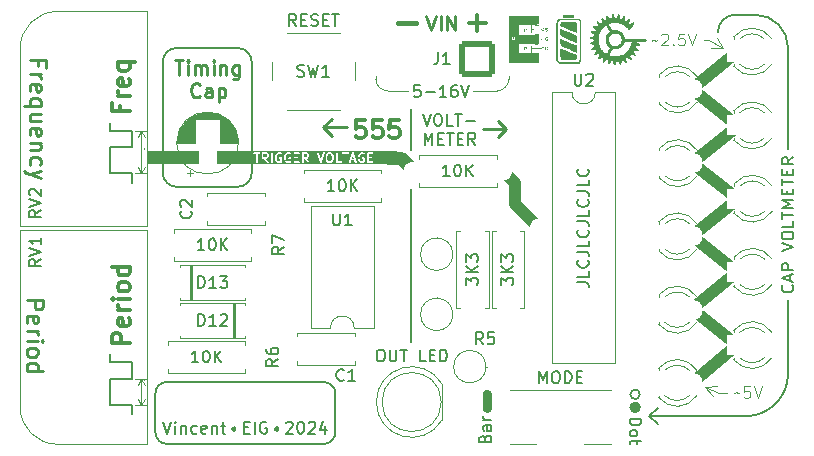
<source format=gto>
G04 #@! TF.GenerationSoftware,KiCad,Pcbnew,8.0.1*
G04 #@! TF.CreationDate,2024-05-04T08:57:23+08:00*
G04 #@! TF.ProjectId,555Sandbox,35353553-616e-4646-926f-782e6b696361,rev?*
G04 #@! TF.SameCoordinates,Original*
G04 #@! TF.FileFunction,Legend,Top*
G04 #@! TF.FilePolarity,Positive*
%FSLAX46Y46*%
G04 Gerber Fmt 4.6, Leading zero omitted, Abs format (unit mm)*
G04 Created by KiCad (PCBNEW 8.0.1) date 2024-05-04 08:57:23*
%MOMM*%
%LPD*%
G01*
G04 APERTURE LIST*
G04 Aperture macros list*
%AMRoundRect*
0 Rectangle with rounded corners*
0 $1 Rounding radius*
0 $2 $3 $4 $5 $6 $7 $8 $9 X,Y pos of 4 corners*
0 Add a 4 corners polygon primitive as box body*
4,1,4,$2,$3,$4,$5,$6,$7,$8,$9,$2,$3,0*
0 Add four circle primitives for the rounded corners*
1,1,$1+$1,$2,$3*
1,1,$1+$1,$4,$5*
1,1,$1+$1,$6,$7*
1,1,$1+$1,$8,$9*
0 Add four rect primitives between the rounded corners*
20,1,$1+$1,$2,$3,$4,$5,0*
20,1,$1+$1,$4,$5,$6,$7,0*
20,1,$1+$1,$6,$7,$8,$9,0*
20,1,$1+$1,$8,$9,$2,$3,0*%
G04 Aperture macros list end*
%ADD10C,0.200000*%
%ADD11C,0.250000*%
%ADD12C,0.100000*%
%ADD13C,1.000000*%
%ADD14C,0.150000*%
%ADD15C,1.100000*%
%ADD16C,0.000000*%
%ADD17C,0.475000*%
%ADD18C,0.300000*%
%ADD19C,0.360000*%
%ADD20C,0.240000*%
%ADD21C,0.400000*%
%ADD22C,0.006350*%
%ADD23C,0.120000*%
%ADD24R,1.600000X1.600000*%
%ADD25O,1.600000X1.600000*%
%ADD26R,1.800000X1.800000*%
%ADD27C,1.800000*%
%ADD28O,1.500000X2.500000*%
%ADD29R,1.500000X2.500000*%
%ADD30O,2.200000X3.500000*%
%ADD31C,1.600000*%
%ADD32R,2.200000X2.200000*%
%ADD33O,2.200000X2.200000*%
%ADD34C,2.000000*%
%ADD35RoundRect,0.249999X1.300001X1.300001X-1.300001X1.300001X-1.300001X-1.300001X1.300001X-1.300001X0*%
%ADD36C,3.100000*%
%ADD37R,3.000000X3.000000*%
%ADD38C,3.000000*%
G04 APERTURE END LIST*
D10*
X85100000Y-78500000D02*
X85100000Y-77700000D01*
X94050000Y-67074264D02*
G75*
G02*
X95250036Y-68274264I0J-1200036D01*
G01*
D11*
X116807500Y-73950000D02*
X116082500Y-73250000D01*
D10*
X88075000Y-100600000D02*
G75*
G02*
X87075000Y-99600000I0J1000000D01*
G01*
D12*
X114000000Y-70700000D02*
X116000000Y-70700000D01*
X117000000Y-69700000D02*
G75*
G02*
X116000000Y-70700000I-1000000J0D01*
G01*
D13*
X117500000Y-80250000D02*
X119525000Y-82275000D01*
X136350000Y-86000000D02*
X132550000Y-89200000D01*
X136350000Y-67400000D02*
X132550000Y-70550000D01*
D12*
X108500000Y-70700000D02*
X106750000Y-70700000D01*
D10*
X83200000Y-97300000D02*
X83200000Y-95100000D01*
D11*
X103270000Y-73790000D02*
X101295000Y-73790000D01*
D13*
X136305000Y-92200000D02*
X132550000Y-89200000D01*
D10*
X83200000Y-75500000D02*
X85100000Y-75500000D01*
X140650000Y-94650000D02*
X140650000Y-88450000D01*
D13*
X136350000Y-86000000D02*
X132550000Y-83000000D01*
D14*
X128100000Y-96400000D02*
G75*
G02*
X127300000Y-96400000I-400000J0D01*
G01*
X127300000Y-96400000D02*
G75*
G02*
X128100000Y-96400000I400000J0D01*
G01*
D10*
X94050000Y-78824264D02*
X88900000Y-78824264D01*
X85100000Y-97300000D02*
X83200000Y-97300000D01*
D15*
X107850000Y-76350000D02*
X108900000Y-77400000D01*
D10*
X83200000Y-95100000D02*
X85100000Y-95100000D01*
X87700000Y-68274264D02*
G75*
G02*
X88900000Y-67074300I1200000J-36D01*
G01*
X88075000Y-95350000D02*
X101325000Y-95350000D01*
D12*
X117000000Y-69700000D02*
X117000000Y-69475000D01*
D10*
X95250000Y-68274264D02*
X95250000Y-77625736D01*
X137790000Y-64250000D02*
X136200000Y-64250000D01*
X88898528Y-78825736D02*
G75*
G02*
X87698464Y-77625736I-28J1200036D01*
G01*
X140650000Y-94650000D02*
G75*
G02*
X137050000Y-98250000I-3600000J0D01*
G01*
X128850000Y-98248896D02*
X129650000Y-97548896D01*
D15*
X106750000Y-76350000D02*
X107850000Y-76350000D01*
D13*
X136400000Y-73650000D02*
X132550000Y-70550000D01*
D16*
G36*
X115187036Y-96000000D02*
G01*
X115187036Y-96000000D01*
G75*
G02*
X115587036Y-96400000I-36J-400000D01*
G01*
X115587036Y-97600000D01*
G75*
G02*
X115187036Y-98000000I-400036J0D01*
G01*
X115187036Y-98000000D01*
G75*
G02*
X114787036Y-97600000I-36J400000D01*
G01*
X114787036Y-96400000D01*
G75*
G02*
X115187036Y-96000000I399964J0D01*
G01*
X115187036Y-96000000D01*
G37*
D10*
X88900000Y-67074264D02*
X94050000Y-67074264D01*
D12*
X105750000Y-69700000D02*
X105750000Y-69450000D01*
D10*
X85100000Y-95100000D02*
X85100000Y-93700000D01*
D11*
X101295000Y-73790000D02*
X102020000Y-73090000D01*
D10*
X102325000Y-96350000D02*
X102325000Y-99600000D01*
X108750000Y-79000000D02*
X108750000Y-91950000D01*
D13*
X136400000Y-73650000D02*
X132550000Y-76800000D01*
X132500000Y-95450000D02*
X136305000Y-92200000D01*
X117500000Y-78500000D02*
X117500000Y-80250000D01*
D10*
X87075000Y-99600000D02*
X87075000Y-96350000D01*
D11*
X101295000Y-73790000D02*
X102020000Y-74490000D01*
D10*
X87075000Y-96350000D02*
G75*
G02*
X88075000Y-95350000I1000000J0D01*
G01*
G36*
X105600000Y-75800000D02*
G01*
X107500000Y-75800000D01*
X107500000Y-76900000D01*
X105600000Y-76900000D01*
X105600000Y-75800000D01*
G37*
D11*
X114820000Y-73950000D02*
X116807500Y-73950000D01*
D10*
X101325000Y-100600000D02*
X88075000Y-100600000D01*
X87698528Y-77625736D02*
X87700000Y-68274264D01*
X83200000Y-74100000D02*
X83200000Y-73400000D01*
X95250000Y-77625736D02*
G75*
G02*
X94050000Y-78825700I-1200000J36D01*
G01*
X137850000Y-64250000D02*
G75*
G02*
X140650000Y-67050000I0J-2800000D01*
G01*
X134700000Y-65750000D02*
G75*
G02*
X136200000Y-64250000I1500000J0D01*
G01*
D12*
X106750000Y-70700000D02*
G75*
G02*
X105750000Y-69700000I0J1000000D01*
G01*
D10*
X129650000Y-98948896D02*
X128850000Y-98248896D01*
X83200000Y-77700000D02*
X83200000Y-75500000D01*
D17*
X127937500Y-97500000D02*
G75*
G02*
X127462500Y-97500000I-237500J0D01*
G01*
X127462500Y-97500000D02*
G75*
G02*
X127937500Y-97500000I237500J0D01*
G01*
D10*
X85100000Y-75500000D02*
X85100000Y-74100000D01*
X137050000Y-98250000D02*
X128850000Y-98248896D01*
X102325000Y-99600000D02*
G75*
G02*
X101325000Y-100600000I-1000000J0D01*
G01*
X140650000Y-75650000D02*
X140650000Y-66800000D01*
X85100000Y-74100000D02*
X83200000Y-74100000D01*
X85100000Y-93700000D02*
X83200000Y-93700000D01*
D13*
X136400000Y-79900000D02*
X132550000Y-83000000D01*
D10*
X108750000Y-72200000D02*
X108750000Y-75700000D01*
D13*
X136400000Y-79900000D02*
X132550000Y-76800000D01*
G36*
X86425000Y-75800000D02*
G01*
X95200000Y-75800000D01*
X95200000Y-76900000D01*
X86425000Y-76900000D01*
X86425000Y-75800000D01*
G37*
D10*
X101325000Y-95350000D02*
G75*
G02*
X102325000Y-96350000I0J-1000000D01*
G01*
X83200000Y-93700000D02*
X83200000Y-93000000D01*
D13*
X116500000Y-77500000D02*
X117500000Y-78500000D01*
D10*
X85100000Y-77700000D02*
X83200000Y-77700000D01*
X85100000Y-98100000D02*
X85100000Y-97300000D01*
D11*
X116807500Y-73950000D02*
X116082500Y-74650000D01*
D18*
X104825847Y-73205828D02*
X104111561Y-73205828D01*
X104111561Y-73205828D02*
X104040133Y-73920114D01*
X104040133Y-73920114D02*
X104111561Y-73848685D01*
X104111561Y-73848685D02*
X104254419Y-73777257D01*
X104254419Y-73777257D02*
X104611561Y-73777257D01*
X104611561Y-73777257D02*
X104754419Y-73848685D01*
X104754419Y-73848685D02*
X104825847Y-73920114D01*
X104825847Y-73920114D02*
X104897276Y-74062971D01*
X104897276Y-74062971D02*
X104897276Y-74420114D01*
X104897276Y-74420114D02*
X104825847Y-74562971D01*
X104825847Y-74562971D02*
X104754419Y-74634400D01*
X104754419Y-74634400D02*
X104611561Y-74705828D01*
X104611561Y-74705828D02*
X104254419Y-74705828D01*
X104254419Y-74705828D02*
X104111561Y-74634400D01*
X104111561Y-74634400D02*
X104040133Y-74562971D01*
X106254418Y-73205828D02*
X105540132Y-73205828D01*
X105540132Y-73205828D02*
X105468704Y-73920114D01*
X105468704Y-73920114D02*
X105540132Y-73848685D01*
X105540132Y-73848685D02*
X105682990Y-73777257D01*
X105682990Y-73777257D02*
X106040132Y-73777257D01*
X106040132Y-73777257D02*
X106182990Y-73848685D01*
X106182990Y-73848685D02*
X106254418Y-73920114D01*
X106254418Y-73920114D02*
X106325847Y-74062971D01*
X106325847Y-74062971D02*
X106325847Y-74420114D01*
X106325847Y-74420114D02*
X106254418Y-74562971D01*
X106254418Y-74562971D02*
X106182990Y-74634400D01*
X106182990Y-74634400D02*
X106040132Y-74705828D01*
X106040132Y-74705828D02*
X105682990Y-74705828D01*
X105682990Y-74705828D02*
X105540132Y-74634400D01*
X105540132Y-74634400D02*
X105468704Y-74562971D01*
X107682989Y-73205828D02*
X106968703Y-73205828D01*
X106968703Y-73205828D02*
X106897275Y-73920114D01*
X106897275Y-73920114D02*
X106968703Y-73848685D01*
X106968703Y-73848685D02*
X107111561Y-73777257D01*
X107111561Y-73777257D02*
X107468703Y-73777257D01*
X107468703Y-73777257D02*
X107611561Y-73848685D01*
X107611561Y-73848685D02*
X107682989Y-73920114D01*
X107682989Y-73920114D02*
X107754418Y-74062971D01*
X107754418Y-74062971D02*
X107754418Y-74420114D01*
X107754418Y-74420114D02*
X107682989Y-74562971D01*
X107682989Y-74562971D02*
X107611561Y-74634400D01*
X107611561Y-74634400D02*
X107468703Y-74705828D01*
X107468703Y-74705828D02*
X107111561Y-74705828D01*
X107111561Y-74705828D02*
X106968703Y-74634400D01*
X106968703Y-74634400D02*
X106897275Y-74562971D01*
X84115114Y-71945489D02*
X84115114Y-72445489D01*
X84900828Y-72445489D02*
X83400828Y-72445489D01*
X83400828Y-72445489D02*
X83400828Y-71731203D01*
X84900828Y-71159775D02*
X83900828Y-71159775D01*
X84186542Y-71159775D02*
X84043685Y-71088346D01*
X84043685Y-71088346D02*
X83972257Y-71016918D01*
X83972257Y-71016918D02*
X83900828Y-70874060D01*
X83900828Y-70874060D02*
X83900828Y-70731203D01*
X84829400Y-69659775D02*
X84900828Y-69802632D01*
X84900828Y-69802632D02*
X84900828Y-70088347D01*
X84900828Y-70088347D02*
X84829400Y-70231204D01*
X84829400Y-70231204D02*
X84686542Y-70302632D01*
X84686542Y-70302632D02*
X84115114Y-70302632D01*
X84115114Y-70302632D02*
X83972257Y-70231204D01*
X83972257Y-70231204D02*
X83900828Y-70088347D01*
X83900828Y-70088347D02*
X83900828Y-69802632D01*
X83900828Y-69802632D02*
X83972257Y-69659775D01*
X83972257Y-69659775D02*
X84115114Y-69588347D01*
X84115114Y-69588347D02*
X84257971Y-69588347D01*
X84257971Y-69588347D02*
X84400828Y-70302632D01*
X83900828Y-68302633D02*
X85400828Y-68302633D01*
X84829400Y-68302633D02*
X84900828Y-68445490D01*
X84900828Y-68445490D02*
X84900828Y-68731204D01*
X84900828Y-68731204D02*
X84829400Y-68874061D01*
X84829400Y-68874061D02*
X84757971Y-68945490D01*
X84757971Y-68945490D02*
X84615114Y-69016918D01*
X84615114Y-69016918D02*
X84186542Y-69016918D01*
X84186542Y-69016918D02*
X84043685Y-68945490D01*
X84043685Y-68945490D02*
X83972257Y-68874061D01*
X83972257Y-68874061D02*
X83900828Y-68731204D01*
X83900828Y-68731204D02*
X83900828Y-68445490D01*
X83900828Y-68445490D02*
X83972257Y-68302633D01*
D14*
X127230180Y-98463220D02*
X128230180Y-98463220D01*
X128230180Y-98463220D02*
X128230180Y-98701315D01*
X128230180Y-98701315D02*
X128182561Y-98844172D01*
X128182561Y-98844172D02*
X128087323Y-98939410D01*
X128087323Y-98939410D02*
X127992085Y-98987029D01*
X127992085Y-98987029D02*
X127801609Y-99034648D01*
X127801609Y-99034648D02*
X127658752Y-99034648D01*
X127658752Y-99034648D02*
X127468276Y-98987029D01*
X127468276Y-98987029D02*
X127373038Y-98939410D01*
X127373038Y-98939410D02*
X127277800Y-98844172D01*
X127277800Y-98844172D02*
X127230180Y-98701315D01*
X127230180Y-98701315D02*
X127230180Y-98463220D01*
X127230180Y-99606077D02*
X127277800Y-99510839D01*
X127277800Y-99510839D02*
X127325419Y-99463220D01*
X127325419Y-99463220D02*
X127420657Y-99415601D01*
X127420657Y-99415601D02*
X127706371Y-99415601D01*
X127706371Y-99415601D02*
X127801609Y-99463220D01*
X127801609Y-99463220D02*
X127849228Y-99510839D01*
X127849228Y-99510839D02*
X127896847Y-99606077D01*
X127896847Y-99606077D02*
X127896847Y-99748934D01*
X127896847Y-99748934D02*
X127849228Y-99844172D01*
X127849228Y-99844172D02*
X127801609Y-99891791D01*
X127801609Y-99891791D02*
X127706371Y-99939410D01*
X127706371Y-99939410D02*
X127420657Y-99939410D01*
X127420657Y-99939410D02*
X127325419Y-99891791D01*
X127325419Y-99891791D02*
X127277800Y-99844172D01*
X127277800Y-99844172D02*
X127230180Y-99748934D01*
X127230180Y-99748934D02*
X127230180Y-99606077D01*
X127896847Y-100225125D02*
X127896847Y-100606077D01*
X128230180Y-100367982D02*
X127373038Y-100367982D01*
X127373038Y-100367982D02*
X127277800Y-100415601D01*
X127277800Y-100415601D02*
X127230180Y-100510839D01*
X127230180Y-100510839D02*
X127230180Y-100606077D01*
D10*
X109726816Y-72657275D02*
X110060149Y-73657275D01*
X110060149Y-73657275D02*
X110393482Y-72657275D01*
X110917292Y-72657275D02*
X111107768Y-72657275D01*
X111107768Y-72657275D02*
X111203006Y-72704894D01*
X111203006Y-72704894D02*
X111298244Y-72800132D01*
X111298244Y-72800132D02*
X111345863Y-72990608D01*
X111345863Y-72990608D02*
X111345863Y-73323941D01*
X111345863Y-73323941D02*
X111298244Y-73514417D01*
X111298244Y-73514417D02*
X111203006Y-73609656D01*
X111203006Y-73609656D02*
X111107768Y-73657275D01*
X111107768Y-73657275D02*
X110917292Y-73657275D01*
X110917292Y-73657275D02*
X110822054Y-73609656D01*
X110822054Y-73609656D02*
X110726816Y-73514417D01*
X110726816Y-73514417D02*
X110679197Y-73323941D01*
X110679197Y-73323941D02*
X110679197Y-72990608D01*
X110679197Y-72990608D02*
X110726816Y-72800132D01*
X110726816Y-72800132D02*
X110822054Y-72704894D01*
X110822054Y-72704894D02*
X110917292Y-72657275D01*
X112250625Y-73657275D02*
X111774435Y-73657275D01*
X111774435Y-73657275D02*
X111774435Y-72657275D01*
X112441102Y-72657275D02*
X113012530Y-72657275D01*
X112726816Y-73657275D02*
X112726816Y-72657275D01*
X113345864Y-73276322D02*
X114107769Y-73276322D01*
X109869673Y-75267219D02*
X109869673Y-74267219D01*
X109869673Y-74267219D02*
X110203006Y-74981504D01*
X110203006Y-74981504D02*
X110536339Y-74267219D01*
X110536339Y-74267219D02*
X110536339Y-75267219D01*
X111012530Y-74743409D02*
X111345863Y-74743409D01*
X111488720Y-75267219D02*
X111012530Y-75267219D01*
X111012530Y-75267219D02*
X111012530Y-74267219D01*
X111012530Y-74267219D02*
X111488720Y-74267219D01*
X111774435Y-74267219D02*
X112345863Y-74267219D01*
X112060149Y-75267219D02*
X112060149Y-74267219D01*
X112679197Y-74743409D02*
X113012530Y-74743409D01*
X113155387Y-75267219D02*
X112679197Y-75267219D01*
X112679197Y-75267219D02*
X112679197Y-74267219D01*
X112679197Y-74267219D02*
X113155387Y-74267219D01*
X114155387Y-75267219D02*
X113822054Y-74791028D01*
X113583959Y-75267219D02*
X113583959Y-74267219D01*
X113583959Y-74267219D02*
X113964911Y-74267219D01*
X113964911Y-74267219D02*
X114060149Y-74314838D01*
X114060149Y-74314838D02*
X114107768Y-74362457D01*
X114107768Y-74362457D02*
X114155387Y-74457695D01*
X114155387Y-74457695D02*
X114155387Y-74600552D01*
X114155387Y-74600552D02*
X114107768Y-74695790D01*
X114107768Y-74695790D02*
X114060149Y-74743409D01*
X114060149Y-74743409D02*
X113964911Y-74791028D01*
X113964911Y-74791028D02*
X113583959Y-74791028D01*
D14*
X109488095Y-70219819D02*
X109011905Y-70219819D01*
X109011905Y-70219819D02*
X108964286Y-70696009D01*
X108964286Y-70696009D02*
X109011905Y-70648390D01*
X109011905Y-70648390D02*
X109107143Y-70600771D01*
X109107143Y-70600771D02*
X109345238Y-70600771D01*
X109345238Y-70600771D02*
X109440476Y-70648390D01*
X109440476Y-70648390D02*
X109488095Y-70696009D01*
X109488095Y-70696009D02*
X109535714Y-70791247D01*
X109535714Y-70791247D02*
X109535714Y-71029342D01*
X109535714Y-71029342D02*
X109488095Y-71124580D01*
X109488095Y-71124580D02*
X109440476Y-71172200D01*
X109440476Y-71172200D02*
X109345238Y-71219819D01*
X109345238Y-71219819D02*
X109107143Y-71219819D01*
X109107143Y-71219819D02*
X109011905Y-71172200D01*
X109011905Y-71172200D02*
X108964286Y-71124580D01*
X109964286Y-70838866D02*
X110726191Y-70838866D01*
X111726190Y-71219819D02*
X111154762Y-71219819D01*
X111440476Y-71219819D02*
X111440476Y-70219819D01*
X111440476Y-70219819D02*
X111345238Y-70362676D01*
X111345238Y-70362676D02*
X111250000Y-70457914D01*
X111250000Y-70457914D02*
X111154762Y-70505533D01*
X112583333Y-70219819D02*
X112392857Y-70219819D01*
X112392857Y-70219819D02*
X112297619Y-70267438D01*
X112297619Y-70267438D02*
X112250000Y-70315057D01*
X112250000Y-70315057D02*
X112154762Y-70457914D01*
X112154762Y-70457914D02*
X112107143Y-70648390D01*
X112107143Y-70648390D02*
X112107143Y-71029342D01*
X112107143Y-71029342D02*
X112154762Y-71124580D01*
X112154762Y-71124580D02*
X112202381Y-71172200D01*
X112202381Y-71172200D02*
X112297619Y-71219819D01*
X112297619Y-71219819D02*
X112488095Y-71219819D01*
X112488095Y-71219819D02*
X112583333Y-71172200D01*
X112583333Y-71172200D02*
X112630952Y-71124580D01*
X112630952Y-71124580D02*
X112678571Y-71029342D01*
X112678571Y-71029342D02*
X112678571Y-70791247D01*
X112678571Y-70791247D02*
X112630952Y-70696009D01*
X112630952Y-70696009D02*
X112583333Y-70648390D01*
X112583333Y-70648390D02*
X112488095Y-70600771D01*
X112488095Y-70600771D02*
X112297619Y-70600771D01*
X112297619Y-70600771D02*
X112202381Y-70648390D01*
X112202381Y-70648390D02*
X112154762Y-70696009D01*
X112154762Y-70696009D02*
X112107143Y-70791247D01*
X112964286Y-70219819D02*
X113297619Y-71219819D01*
X113297619Y-71219819D02*
X113630952Y-70219819D01*
X114996009Y-100129887D02*
X115043628Y-99987030D01*
X115043628Y-99987030D02*
X115091247Y-99939411D01*
X115091247Y-99939411D02*
X115186485Y-99891792D01*
X115186485Y-99891792D02*
X115329342Y-99891792D01*
X115329342Y-99891792D02*
X115424580Y-99939411D01*
X115424580Y-99939411D02*
X115472200Y-99987030D01*
X115472200Y-99987030D02*
X115519819Y-100082268D01*
X115519819Y-100082268D02*
X115519819Y-100463220D01*
X115519819Y-100463220D02*
X114519819Y-100463220D01*
X114519819Y-100463220D02*
X114519819Y-100129887D01*
X114519819Y-100129887D02*
X114567438Y-100034649D01*
X114567438Y-100034649D02*
X114615057Y-99987030D01*
X114615057Y-99987030D02*
X114710295Y-99939411D01*
X114710295Y-99939411D02*
X114805533Y-99939411D01*
X114805533Y-99939411D02*
X114900771Y-99987030D01*
X114900771Y-99987030D02*
X114948390Y-100034649D01*
X114948390Y-100034649D02*
X114996009Y-100129887D01*
X114996009Y-100129887D02*
X114996009Y-100463220D01*
X115519819Y-99034649D02*
X114996009Y-99034649D01*
X114996009Y-99034649D02*
X114900771Y-99082268D01*
X114900771Y-99082268D02*
X114853152Y-99177506D01*
X114853152Y-99177506D02*
X114853152Y-99367982D01*
X114853152Y-99367982D02*
X114900771Y-99463220D01*
X115472200Y-99034649D02*
X115519819Y-99129887D01*
X115519819Y-99129887D02*
X115519819Y-99367982D01*
X115519819Y-99367982D02*
X115472200Y-99463220D01*
X115472200Y-99463220D02*
X115376961Y-99510839D01*
X115376961Y-99510839D02*
X115281723Y-99510839D01*
X115281723Y-99510839D02*
X115186485Y-99463220D01*
X115186485Y-99463220D02*
X115138866Y-99367982D01*
X115138866Y-99367982D02*
X115138866Y-99129887D01*
X115138866Y-99129887D02*
X115091247Y-99034649D01*
X115519819Y-98558458D02*
X114853152Y-98558458D01*
X115043628Y-98558458D02*
X114948390Y-98510839D01*
X114948390Y-98510839D02*
X114900771Y-98463220D01*
X114900771Y-98463220D02*
X114853152Y-98367982D01*
X114853152Y-98367982D02*
X114853152Y-98272744D01*
D10*
X141006980Y-87145238D02*
X141054600Y-87192857D01*
X141054600Y-87192857D02*
X141102219Y-87335714D01*
X141102219Y-87335714D02*
X141102219Y-87430952D01*
X141102219Y-87430952D02*
X141054600Y-87573809D01*
X141054600Y-87573809D02*
X140959361Y-87669047D01*
X140959361Y-87669047D02*
X140864123Y-87716666D01*
X140864123Y-87716666D02*
X140673647Y-87764285D01*
X140673647Y-87764285D02*
X140530790Y-87764285D01*
X140530790Y-87764285D02*
X140340314Y-87716666D01*
X140340314Y-87716666D02*
X140245076Y-87669047D01*
X140245076Y-87669047D02*
X140149838Y-87573809D01*
X140149838Y-87573809D02*
X140102219Y-87430952D01*
X140102219Y-87430952D02*
X140102219Y-87335714D01*
X140102219Y-87335714D02*
X140149838Y-87192857D01*
X140149838Y-87192857D02*
X140197457Y-87145238D01*
X140816504Y-86764285D02*
X140816504Y-86288095D01*
X141102219Y-86859523D02*
X140102219Y-86526190D01*
X140102219Y-86526190D02*
X141102219Y-86192857D01*
X141102219Y-85859523D02*
X140102219Y-85859523D01*
X140102219Y-85859523D02*
X140102219Y-85478571D01*
X140102219Y-85478571D02*
X140149838Y-85383333D01*
X140149838Y-85383333D02*
X140197457Y-85335714D01*
X140197457Y-85335714D02*
X140292695Y-85288095D01*
X140292695Y-85288095D02*
X140435552Y-85288095D01*
X140435552Y-85288095D02*
X140530790Y-85335714D01*
X140530790Y-85335714D02*
X140578409Y-85383333D01*
X140578409Y-85383333D02*
X140626028Y-85478571D01*
X140626028Y-85478571D02*
X140626028Y-85859523D01*
X140102219Y-84240475D02*
X141102219Y-83907142D01*
X141102219Y-83907142D02*
X140102219Y-83573809D01*
X140102219Y-83049999D02*
X140102219Y-82859523D01*
X140102219Y-82859523D02*
X140149838Y-82764285D01*
X140149838Y-82764285D02*
X140245076Y-82669047D01*
X140245076Y-82669047D02*
X140435552Y-82621428D01*
X140435552Y-82621428D02*
X140768885Y-82621428D01*
X140768885Y-82621428D02*
X140959361Y-82669047D01*
X140959361Y-82669047D02*
X141054600Y-82764285D01*
X141054600Y-82764285D02*
X141102219Y-82859523D01*
X141102219Y-82859523D02*
X141102219Y-83049999D01*
X141102219Y-83049999D02*
X141054600Y-83145237D01*
X141054600Y-83145237D02*
X140959361Y-83240475D01*
X140959361Y-83240475D02*
X140768885Y-83288094D01*
X140768885Y-83288094D02*
X140435552Y-83288094D01*
X140435552Y-83288094D02*
X140245076Y-83240475D01*
X140245076Y-83240475D02*
X140149838Y-83145237D01*
X140149838Y-83145237D02*
X140102219Y-83049999D01*
X141102219Y-81716666D02*
X141102219Y-82192856D01*
X141102219Y-82192856D02*
X140102219Y-82192856D01*
X140102219Y-81526189D02*
X140102219Y-80954761D01*
X141102219Y-81240475D02*
X140102219Y-81240475D01*
X141102219Y-80621427D02*
X140102219Y-80621427D01*
X140102219Y-80621427D02*
X140816504Y-80288094D01*
X140816504Y-80288094D02*
X140102219Y-79954761D01*
X140102219Y-79954761D02*
X141102219Y-79954761D01*
X140578409Y-79478570D02*
X140578409Y-79145237D01*
X141102219Y-79002380D02*
X141102219Y-79478570D01*
X141102219Y-79478570D02*
X140102219Y-79478570D01*
X140102219Y-79478570D02*
X140102219Y-79002380D01*
X140102219Y-78716665D02*
X140102219Y-78145237D01*
X141102219Y-78430951D02*
X140102219Y-78430951D01*
X140578409Y-77811903D02*
X140578409Y-77478570D01*
X141102219Y-77335713D02*
X141102219Y-77811903D01*
X141102219Y-77811903D02*
X140102219Y-77811903D01*
X140102219Y-77811903D02*
X140102219Y-77335713D01*
X141102219Y-76335713D02*
X140626028Y-76669046D01*
X141102219Y-76907141D02*
X140102219Y-76907141D01*
X140102219Y-76907141D02*
X140102219Y-76526189D01*
X140102219Y-76526189D02*
X140149838Y-76430951D01*
X140149838Y-76430951D02*
X140197457Y-76383332D01*
X140197457Y-76383332D02*
X140292695Y-76335713D01*
X140292695Y-76335713D02*
X140435552Y-76335713D01*
X140435552Y-76335713D02*
X140530790Y-76383332D01*
X140530790Y-76383332D02*
X140578409Y-76430951D01*
X140578409Y-76430951D02*
X140626028Y-76526189D01*
X140626028Y-76526189D02*
X140626028Y-76907141D01*
D19*
X113664286Y-64978280D02*
X115035715Y-64978280D01*
X114350000Y-65663994D02*
X114350000Y-64292565D01*
D14*
G36*
X101938752Y-76063433D02*
G01*
X101991430Y-76114856D01*
X102021564Y-76231137D01*
X102022830Y-76472492D01*
X101993113Y-76595855D01*
X101943450Y-76646729D01*
X101894944Y-76671882D01*
X101781724Y-76672881D01*
X101734329Y-76650051D01*
X101681651Y-76598628D01*
X101651517Y-76482346D01*
X101650251Y-76240990D01*
X101679968Y-76117629D01*
X101729631Y-76066755D01*
X101778136Y-76041601D01*
X101891356Y-76040602D01*
X101938752Y-76063433D01*
G37*
G36*
X96479008Y-76063556D02*
G01*
X96499782Y-76083457D01*
X96524580Y-76131277D01*
X96525451Y-76207452D01*
X96502584Y-76254923D01*
X96482683Y-76275697D01*
X96435075Y-76300386D01*
X96340559Y-76300823D01*
X96337773Y-76300332D01*
X96335446Y-76300847D01*
X96227876Y-76301344D01*
X96227404Y-76041401D01*
X96431061Y-76040459D01*
X96479008Y-76063556D01*
G37*
G36*
X99896151Y-76063556D02*
G01*
X99916925Y-76083457D01*
X99941723Y-76131277D01*
X99942594Y-76207452D01*
X99919727Y-76254923D01*
X99899826Y-76275697D01*
X99852218Y-76300386D01*
X99757702Y-76300823D01*
X99754916Y-76300332D01*
X99752589Y-76300847D01*
X99645019Y-76301344D01*
X99644547Y-76041401D01*
X99848204Y-76040459D01*
X99896151Y-76063556D01*
G37*
G36*
X103887777Y-76449269D02*
G01*
X103722508Y-76449886D01*
X103804771Y-76201673D01*
X103887777Y-76449269D01*
G37*
G36*
X105636767Y-76908409D02*
G01*
X95287743Y-76908409D01*
X95287743Y-75981374D01*
X95374410Y-75981374D01*
X95385609Y-76008410D01*
X95406301Y-76029102D01*
X95433337Y-76040301D01*
X95447969Y-76041742D01*
X95595961Y-76041278D01*
X95597267Y-76761374D01*
X95608466Y-76788410D01*
X95629158Y-76809102D01*
X95656194Y-76820301D01*
X95685458Y-76820301D01*
X95712494Y-76809102D01*
X95733186Y-76788410D01*
X95744385Y-76761374D01*
X95745826Y-76746742D01*
X95744545Y-76040813D01*
X95908316Y-76040301D01*
X95935352Y-76029102D01*
X95956044Y-76008410D01*
X95967243Y-75981374D01*
X95967243Y-75966742D01*
X96078684Y-75966742D01*
X96080125Y-76761374D01*
X96091324Y-76788410D01*
X96112016Y-76809102D01*
X96139052Y-76820301D01*
X96168316Y-76820301D01*
X96195352Y-76809102D01*
X96216044Y-76788410D01*
X96227243Y-76761374D01*
X96228684Y-76746742D01*
X96228145Y-76449969D01*
X96300019Y-76449637D01*
X96547527Y-76800912D01*
X96572206Y-76816639D01*
X96601023Y-76821724D01*
X96629594Y-76815395D01*
X96653568Y-76798613D01*
X96669295Y-76773934D01*
X96674380Y-76745117D01*
X96668051Y-76716546D01*
X96660840Y-76703732D01*
X96478330Y-76444706D01*
X96484368Y-76442396D01*
X96558418Y-76403994D01*
X96566780Y-76400531D01*
X96569669Y-76398159D01*
X96571096Y-76397420D01*
X96572392Y-76395924D01*
X96578145Y-76391204D01*
X96615448Y-76352264D01*
X96621505Y-76347012D01*
X96623468Y-76343893D01*
X96624615Y-76342696D01*
X96625372Y-76340868D01*
X96629337Y-76334569D01*
X96660692Y-76269475D01*
X96661758Y-76268410D01*
X96665146Y-76260228D01*
X96671735Y-76246552D01*
X96671926Y-76243862D01*
X96672957Y-76241374D01*
X96674398Y-76226742D01*
X96673250Y-76126370D01*
X96673809Y-76124695D01*
X96673120Y-76115008D01*
X96672957Y-76100682D01*
X96671926Y-76098193D01*
X96671735Y-76095504D01*
X96666480Y-76081773D01*
X96628076Y-76007715D01*
X96624615Y-75999360D01*
X96622246Y-75996474D01*
X96621505Y-75995044D01*
X96620006Y-75993744D01*
X96615288Y-75987995D01*
X96593103Y-75966742D01*
X96858684Y-75966742D01*
X96860125Y-76761374D01*
X96871324Y-76788410D01*
X96892016Y-76809102D01*
X96919052Y-76820301D01*
X96948316Y-76820301D01*
X96975352Y-76809102D01*
X96996044Y-76788410D01*
X97007243Y-76761374D01*
X97008684Y-76746742D01*
X97007876Y-76301028D01*
X97192970Y-76301028D01*
X97194197Y-76408448D01*
X97193059Y-76416103D01*
X97194388Y-76425094D01*
X97194411Y-76427089D01*
X97194833Y-76428110D01*
X97195209Y-76430647D01*
X97232264Y-76573636D01*
X97232776Y-76580837D01*
X97236971Y-76591800D01*
X97237299Y-76593064D01*
X97237621Y-76593499D01*
X97238031Y-76594569D01*
X97276433Y-76668623D01*
X97279895Y-76676981D01*
X97282264Y-76679868D01*
X97283006Y-76681298D01*
X97284504Y-76682597D01*
X97289223Y-76688347D01*
X97356523Y-76754046D01*
X97357292Y-76755584D01*
X97364515Y-76761848D01*
X97374873Y-76771960D01*
X97377363Y-76772991D01*
X97379399Y-76774757D01*
X97392824Y-76780751D01*
X97504355Y-76816580D01*
X97513338Y-76820301D01*
X97517087Y-76820670D01*
X97518590Y-76821153D01*
X97520564Y-76821012D01*
X97527970Y-76821742D01*
X97602850Y-76820528D01*
X97611636Y-76821153D01*
X97615267Y-76820327D01*
X97616888Y-76820301D01*
X97618719Y-76819542D01*
X97625973Y-76817893D01*
X97726507Y-76783159D01*
X97728315Y-76783159D01*
X97737404Y-76779394D01*
X97750826Y-76774757D01*
X97752861Y-76772991D01*
X97755352Y-76771960D01*
X97766717Y-76762633D01*
X97813187Y-76714125D01*
X97824386Y-76687089D01*
X97825827Y-76672457D01*
X97824386Y-76397825D01*
X97813187Y-76370789D01*
X97792495Y-76350097D01*
X97765459Y-76338898D01*
X97750827Y-76337457D01*
X97587624Y-76338898D01*
X97560588Y-76350097D01*
X97539896Y-76370789D01*
X97528697Y-76397825D01*
X97528697Y-76427089D01*
X97539896Y-76454125D01*
X97560588Y-76474817D01*
X97587624Y-76486016D01*
X97602256Y-76487457D01*
X97676217Y-76486803D01*
X97677026Y-76641102D01*
X97674423Y-76643819D01*
X97593177Y-76671889D01*
X97542708Y-76672707D01*
X97458345Y-76645605D01*
X97405127Y-76593652D01*
X97376972Y-76539360D01*
X97342918Y-76407951D01*
X97341851Y-76314568D01*
X97345113Y-76301028D01*
X97972970Y-76301028D01*
X97974197Y-76408448D01*
X97973059Y-76416103D01*
X97974388Y-76425094D01*
X97974411Y-76427089D01*
X97974833Y-76428110D01*
X97975209Y-76430647D01*
X98012264Y-76573636D01*
X98012776Y-76580837D01*
X98016971Y-76591800D01*
X98017299Y-76593064D01*
X98017621Y-76593499D01*
X98018031Y-76594569D01*
X98056433Y-76668623D01*
X98059895Y-76676981D01*
X98062264Y-76679868D01*
X98063006Y-76681298D01*
X98064504Y-76682597D01*
X98069223Y-76688347D01*
X98136523Y-76754046D01*
X98137292Y-76755584D01*
X98144515Y-76761848D01*
X98154873Y-76771960D01*
X98157363Y-76772991D01*
X98159399Y-76774757D01*
X98172824Y-76780751D01*
X98284355Y-76816580D01*
X98293338Y-76820301D01*
X98297087Y-76820670D01*
X98298590Y-76821153D01*
X98300564Y-76821012D01*
X98307970Y-76821742D01*
X98382850Y-76820528D01*
X98391636Y-76821153D01*
X98395267Y-76820327D01*
X98396888Y-76820301D01*
X98398719Y-76819542D01*
X98405973Y-76817893D01*
X98506507Y-76783159D01*
X98508315Y-76783159D01*
X98517404Y-76779394D01*
X98530826Y-76774757D01*
X98532861Y-76772991D01*
X98535352Y-76771960D01*
X98546717Y-76762633D01*
X98593187Y-76714125D01*
X98604386Y-76687089D01*
X98605827Y-76672457D01*
X98604386Y-76397825D01*
X98593187Y-76370789D01*
X98572495Y-76350097D01*
X98545459Y-76338898D01*
X98530827Y-76337457D01*
X98367624Y-76338898D01*
X98340588Y-76350097D01*
X98319896Y-76370789D01*
X98308697Y-76397825D01*
X98308697Y-76427089D01*
X98319896Y-76454125D01*
X98340588Y-76474817D01*
X98367624Y-76486016D01*
X98382256Y-76487457D01*
X98456217Y-76486803D01*
X98457026Y-76641102D01*
X98454423Y-76643819D01*
X98373177Y-76671889D01*
X98322708Y-76672707D01*
X98238345Y-76645605D01*
X98185127Y-76593652D01*
X98156972Y-76539360D01*
X98122918Y-76407951D01*
X98121851Y-76314568D01*
X98153451Y-76183389D01*
X98181804Y-76124529D01*
X98235138Y-76069894D01*
X98316918Y-76041639D01*
X98400108Y-76040688D01*
X98473874Y-76076222D01*
X98503064Y-76078296D01*
X98530825Y-76069042D01*
X98552933Y-76049869D01*
X98566020Y-76023695D01*
X98568095Y-75994504D01*
X98558841Y-75966743D01*
X98558840Y-75966742D01*
X98790113Y-75966742D01*
X98791554Y-76761374D01*
X98802753Y-76788410D01*
X98823445Y-76809102D01*
X98850481Y-76820301D01*
X98865113Y-76821742D01*
X99251173Y-76820301D01*
X99278209Y-76809102D01*
X99298901Y-76788410D01*
X99310100Y-76761374D01*
X99310100Y-76732110D01*
X99298901Y-76705074D01*
X99278209Y-76684382D01*
X99251173Y-76673183D01*
X99236541Y-76671742D01*
X98939979Y-76672848D01*
X98939507Y-76412780D01*
X99139745Y-76411730D01*
X99166781Y-76400531D01*
X99187473Y-76379839D01*
X99198672Y-76352803D01*
X99198672Y-76323539D01*
X99187473Y-76296503D01*
X99166781Y-76275811D01*
X99139745Y-76264612D01*
X99125113Y-76263171D01*
X98939237Y-76264146D01*
X98938834Y-76041466D01*
X99251173Y-76040301D01*
X99278209Y-76029102D01*
X99298901Y-76008410D01*
X99310100Y-75981374D01*
X99310100Y-75966742D01*
X99495827Y-75966742D01*
X99497268Y-76761374D01*
X99508467Y-76788410D01*
X99529159Y-76809102D01*
X99556195Y-76820301D01*
X99585459Y-76820301D01*
X99612495Y-76809102D01*
X99633187Y-76788410D01*
X99644386Y-76761374D01*
X99645827Y-76746742D01*
X99645288Y-76449969D01*
X99717162Y-76449637D01*
X99964670Y-76800912D01*
X99989349Y-76816639D01*
X100018166Y-76821724D01*
X100046737Y-76815395D01*
X100070711Y-76798613D01*
X100086438Y-76773934D01*
X100091523Y-76745117D01*
X100085194Y-76716546D01*
X100077983Y-76703732D01*
X99895473Y-76444706D01*
X99901511Y-76442396D01*
X99975561Y-76403994D01*
X99983923Y-76400531D01*
X99986812Y-76398159D01*
X99988239Y-76397420D01*
X99989535Y-76395924D01*
X99995288Y-76391204D01*
X100032591Y-76352264D01*
X100038648Y-76347012D01*
X100040611Y-76343893D01*
X100041758Y-76342696D01*
X100042515Y-76340868D01*
X100046480Y-76334569D01*
X100077835Y-76269475D01*
X100078901Y-76268410D01*
X100082289Y-76260228D01*
X100088878Y-76246552D01*
X100089069Y-76243862D01*
X100090100Y-76241374D01*
X100091541Y-76226742D01*
X100090393Y-76126370D01*
X100090952Y-76124695D01*
X100090263Y-76115008D01*
X100090100Y-76100682D01*
X100089069Y-76098193D01*
X100088878Y-76095504D01*
X100083623Y-76081773D01*
X100045219Y-76007715D01*
X100041758Y-75999360D01*
X100039389Y-75996474D01*
X100038648Y-75995044D01*
X100037149Y-75993744D01*
X100032431Y-75987995D01*
X100020037Y-75976122D01*
X100759273Y-75976122D01*
X100762533Y-75990459D01*
X101020979Y-76761371D01*
X101021348Y-76766552D01*
X101025501Y-76774859D01*
X101028527Y-76783884D01*
X101032037Y-76787931D01*
X101034434Y-76792725D01*
X101041539Y-76798888D01*
X101047701Y-76805992D01*
X101052492Y-76808387D01*
X101056541Y-76811899D01*
X101065464Y-76814873D01*
X101073874Y-76819078D01*
X101079218Y-76819457D01*
X101084304Y-76821153D01*
X101093684Y-76820486D01*
X101103064Y-76821153D01*
X101108149Y-76819457D01*
X101113494Y-76819078D01*
X101121904Y-76814872D01*
X101130826Y-76811899D01*
X101134873Y-76808388D01*
X101139667Y-76805992D01*
X101145830Y-76798886D01*
X101152934Y-76792725D01*
X101155329Y-76787933D01*
X101158841Y-76783885D01*
X101164835Y-76770459D01*
X101345034Y-76226742D01*
X101501541Y-76226742D01*
X101502880Y-76481985D01*
X101501630Y-76490388D01*
X101502971Y-76499466D01*
X101502982Y-76501374D01*
X101503404Y-76502395D01*
X101503780Y-76504932D01*
X101540125Y-76645181D01*
X101540125Y-76649945D01*
X101543422Y-76657906D01*
X101545870Y-76667350D01*
X101549190Y-76671831D01*
X101551324Y-76676982D01*
X101560651Y-76688347D01*
X101635748Y-76761657D01*
X101641986Y-76768850D01*
X101645167Y-76770852D01*
X101646302Y-76771960D01*
X101648129Y-76772717D01*
X101654429Y-76776682D01*
X101719521Y-76808036D01*
X101720587Y-76809102D01*
X101728773Y-76812492D01*
X101742446Y-76819079D01*
X101745133Y-76819269D01*
X101747623Y-76820301D01*
X101762255Y-76821742D01*
X101899575Y-76820529D01*
X101901446Y-76821153D01*
X101911731Y-76820422D01*
X101925459Y-76820301D01*
X101927948Y-76819269D01*
X101930636Y-76819079D01*
X101944368Y-76813824D01*
X102018424Y-76775420D01*
X102026780Y-76771960D01*
X102029665Y-76769591D01*
X102031096Y-76768850D01*
X102032395Y-76767351D01*
X102038145Y-76762633D01*
X102105971Y-76693152D01*
X102109790Y-76690862D01*
X102114772Y-76684137D01*
X102121758Y-76676982D01*
X102123891Y-76671830D01*
X102127212Y-76667350D01*
X102132159Y-76653504D01*
X102167008Y-76508837D01*
X102170100Y-76501374D01*
X102170994Y-76492289D01*
X102171453Y-76490387D01*
X102171289Y-76489291D01*
X102171541Y-76486742D01*
X102170201Y-76231503D01*
X102171453Y-76223097D01*
X102170109Y-76214015D01*
X102170100Y-76212110D01*
X102169677Y-76211089D01*
X102169302Y-76208552D01*
X102132957Y-76068303D01*
X102132957Y-76063539D01*
X102129658Y-76055576D01*
X102127212Y-76046135D01*
X102123891Y-76041654D01*
X102121758Y-76036503D01*
X102112431Y-76025138D01*
X102052612Y-75966742D01*
X102355827Y-75966742D01*
X102357268Y-76761374D01*
X102368467Y-76788410D01*
X102389159Y-76809102D01*
X102416195Y-76820301D01*
X102430827Y-76821742D01*
X102816887Y-76820301D01*
X102843923Y-76809102D01*
X102864615Y-76788410D01*
X102875814Y-76761374D01*
X102875814Y-76732110D01*
X102864615Y-76705074D01*
X102843923Y-76684382D01*
X102816887Y-76673183D01*
X102802255Y-76671742D01*
X102505693Y-76672848D01*
X102504439Y-75981374D01*
X102877268Y-75981374D01*
X102888467Y-76008410D01*
X102909159Y-76029102D01*
X102936195Y-76040301D01*
X102950827Y-76041742D01*
X103098819Y-76041278D01*
X103100125Y-76761374D01*
X103111324Y-76788410D01*
X103132016Y-76809102D01*
X103159052Y-76820301D01*
X103188316Y-76820301D01*
X103215352Y-76809102D01*
X103236044Y-76788410D01*
X103247243Y-76761374D01*
X103248684Y-76746742D01*
X103248667Y-76737362D01*
X103470702Y-76737362D01*
X103472777Y-76766552D01*
X103485863Y-76792725D01*
X103507970Y-76811899D01*
X103535733Y-76821153D01*
X103564923Y-76819078D01*
X103591096Y-76805992D01*
X103610270Y-76783885D01*
X103616264Y-76770459D01*
X103673193Y-76598684D01*
X103937537Y-76597697D01*
X103999956Y-76783884D01*
X104019130Y-76805992D01*
X104045303Y-76819078D01*
X104074493Y-76821153D01*
X104102255Y-76811899D01*
X104124363Y-76792725D01*
X104137449Y-76766552D01*
X104139524Y-76737362D01*
X104136264Y-76723025D01*
X103994791Y-76301028D01*
X104212970Y-76301028D01*
X104214197Y-76408448D01*
X104213059Y-76416103D01*
X104214388Y-76425094D01*
X104214411Y-76427089D01*
X104214833Y-76428110D01*
X104215209Y-76430647D01*
X104252264Y-76573636D01*
X104252776Y-76580837D01*
X104256971Y-76591800D01*
X104257299Y-76593064D01*
X104257621Y-76593499D01*
X104258031Y-76594569D01*
X104296433Y-76668623D01*
X104299895Y-76676981D01*
X104302264Y-76679868D01*
X104303006Y-76681298D01*
X104304504Y-76682597D01*
X104309223Y-76688347D01*
X104376523Y-76754046D01*
X104377292Y-76755584D01*
X104384515Y-76761848D01*
X104394873Y-76771960D01*
X104397363Y-76772991D01*
X104399399Y-76774757D01*
X104412824Y-76780751D01*
X104524355Y-76816580D01*
X104533338Y-76820301D01*
X104537087Y-76820670D01*
X104538590Y-76821153D01*
X104540564Y-76821012D01*
X104547970Y-76821742D01*
X104622850Y-76820528D01*
X104631636Y-76821153D01*
X104635267Y-76820327D01*
X104636888Y-76820301D01*
X104638719Y-76819542D01*
X104645973Y-76817893D01*
X104746507Y-76783159D01*
X104748315Y-76783159D01*
X104757404Y-76779394D01*
X104770826Y-76774757D01*
X104772861Y-76772991D01*
X104775352Y-76771960D01*
X104786717Y-76762633D01*
X104833187Y-76714125D01*
X104844386Y-76687089D01*
X104845827Y-76672457D01*
X104844386Y-76397825D01*
X104833187Y-76370789D01*
X104812495Y-76350097D01*
X104785459Y-76338898D01*
X104770827Y-76337457D01*
X104607624Y-76338898D01*
X104580588Y-76350097D01*
X104559896Y-76370789D01*
X104548697Y-76397825D01*
X104548697Y-76427089D01*
X104559896Y-76454125D01*
X104580588Y-76474817D01*
X104607624Y-76486016D01*
X104622256Y-76487457D01*
X104696217Y-76486803D01*
X104697026Y-76641102D01*
X104694423Y-76643819D01*
X104613177Y-76671889D01*
X104562708Y-76672707D01*
X104478345Y-76645605D01*
X104425127Y-76593652D01*
X104396972Y-76539360D01*
X104362918Y-76407951D01*
X104361851Y-76314568D01*
X104393451Y-76183389D01*
X104421804Y-76124529D01*
X104475138Y-76069894D01*
X104556918Y-76041639D01*
X104640108Y-76040688D01*
X104713874Y-76076222D01*
X104743064Y-76078296D01*
X104770825Y-76069042D01*
X104792933Y-76049869D01*
X104806020Y-76023695D01*
X104808095Y-75994504D01*
X104798841Y-75966743D01*
X104798840Y-75966742D01*
X105030113Y-75966742D01*
X105031554Y-76761374D01*
X105042753Y-76788410D01*
X105063445Y-76809102D01*
X105090481Y-76820301D01*
X105105113Y-76821742D01*
X105491173Y-76820301D01*
X105518209Y-76809102D01*
X105538901Y-76788410D01*
X105550100Y-76761374D01*
X105550100Y-76732110D01*
X105538901Y-76705074D01*
X105518209Y-76684382D01*
X105491173Y-76673183D01*
X105476541Y-76671742D01*
X105179979Y-76672848D01*
X105179507Y-76412780D01*
X105379745Y-76411730D01*
X105406781Y-76400531D01*
X105427473Y-76379839D01*
X105438672Y-76352803D01*
X105438672Y-76323539D01*
X105427473Y-76296503D01*
X105406781Y-76275811D01*
X105379745Y-76264612D01*
X105365113Y-76263171D01*
X105179237Y-76264146D01*
X105178834Y-76041466D01*
X105491173Y-76040301D01*
X105518209Y-76029102D01*
X105538901Y-76008410D01*
X105550100Y-75981374D01*
X105550100Y-75952110D01*
X105538901Y-75925074D01*
X105518209Y-75904382D01*
X105491173Y-75893183D01*
X105476541Y-75891742D01*
X105090481Y-75893183D01*
X105063445Y-75904382D01*
X105042753Y-75925074D01*
X105031554Y-75952110D01*
X105030113Y-75966742D01*
X104798840Y-75966742D01*
X104779668Y-75944636D01*
X104767225Y-75936803D01*
X104702132Y-75905447D01*
X104701067Y-75904382D01*
X104692884Y-75900992D01*
X104679209Y-75894405D01*
X104676519Y-75894213D01*
X104674031Y-75893183D01*
X104659399Y-75891742D01*
X104548186Y-75893013D01*
X104538589Y-75892331D01*
X104534921Y-75893164D01*
X104533338Y-75893183D01*
X104531507Y-75893941D01*
X104524252Y-75895591D01*
X104423716Y-75930326D01*
X104421909Y-75930326D01*
X104412822Y-75934089D01*
X104399398Y-75938728D01*
X104397361Y-75940494D01*
X104394873Y-75941525D01*
X104383508Y-75950852D01*
X104310197Y-76025950D01*
X104303006Y-76032187D01*
X104301003Y-76035368D01*
X104299895Y-76036504D01*
X104299137Y-76038333D01*
X104295174Y-76044630D01*
X104261205Y-76115149D01*
X104257299Y-76120421D01*
X104253372Y-76131408D01*
X104252776Y-76132648D01*
X104252737Y-76133186D01*
X104252352Y-76134266D01*
X104217504Y-76278928D01*
X104214411Y-76286396D01*
X104213515Y-76295485D01*
X104213059Y-76297382D01*
X104213221Y-76298474D01*
X104212970Y-76301028D01*
X103994791Y-76301028D01*
X103877817Y-75952110D01*
X103877449Y-75946932D01*
X103873296Y-75938626D01*
X103870270Y-75929599D01*
X103866758Y-75925550D01*
X103864363Y-75920759D01*
X103857259Y-75914597D01*
X103851096Y-75907492D01*
X103846302Y-75905095D01*
X103842255Y-75901585D01*
X103833333Y-75898611D01*
X103824923Y-75894406D01*
X103819578Y-75894026D01*
X103814493Y-75892331D01*
X103805113Y-75892997D01*
X103795733Y-75892331D01*
X103790647Y-75894026D01*
X103785303Y-75894406D01*
X103776893Y-75898610D01*
X103767970Y-75901585D01*
X103763921Y-75905096D01*
X103759130Y-75907492D01*
X103752968Y-75914595D01*
X103745863Y-75920759D01*
X103743466Y-75925552D01*
X103739956Y-75929600D01*
X103733962Y-75943025D01*
X103548151Y-76503672D01*
X103545840Y-76509253D01*
X103545840Y-76510647D01*
X103470702Y-76737362D01*
X103248667Y-76737362D01*
X103247403Y-76040813D01*
X103411174Y-76040301D01*
X103438210Y-76029102D01*
X103458902Y-76008410D01*
X103470101Y-75981374D01*
X103470101Y-75952110D01*
X103458902Y-75925074D01*
X103438210Y-75904382D01*
X103411174Y-75893183D01*
X103396542Y-75891742D01*
X102936195Y-75893183D01*
X102909159Y-75904382D01*
X102888467Y-75925074D01*
X102877268Y-75952110D01*
X102877268Y-75981374D01*
X102504439Y-75981374D01*
X102504386Y-75952110D01*
X102493187Y-75925074D01*
X102472495Y-75904382D01*
X102445459Y-75893183D01*
X102416195Y-75893183D01*
X102389159Y-75904382D01*
X102368467Y-75925074D01*
X102357268Y-75952110D01*
X102355827Y-75966742D01*
X102052612Y-75966742D01*
X102037329Y-75951823D01*
X102031096Y-75944636D01*
X102027916Y-75942634D01*
X102026780Y-75941525D01*
X102024949Y-75940766D01*
X102018653Y-75936803D01*
X101953560Y-75905447D01*
X101952495Y-75904382D01*
X101944312Y-75900992D01*
X101930637Y-75894405D01*
X101927947Y-75894213D01*
X101925459Y-75893183D01*
X101910827Y-75891742D01*
X101773505Y-75892954D01*
X101771635Y-75892331D01*
X101761349Y-75893061D01*
X101747623Y-75893183D01*
X101745134Y-75894213D01*
X101742445Y-75894405D01*
X101728713Y-75899660D01*
X101654664Y-75938061D01*
X101646302Y-75941525D01*
X101643412Y-75943896D01*
X101641986Y-75944636D01*
X101640689Y-75946131D01*
X101634937Y-75950852D01*
X101567112Y-76020329D01*
X101563292Y-76022622D01*
X101558307Y-76029349D01*
X101551324Y-76036503D01*
X101549190Y-76041653D01*
X101545870Y-76046135D01*
X101540923Y-76059980D01*
X101506075Y-76204642D01*
X101502982Y-76212110D01*
X101502086Y-76221199D01*
X101501630Y-76223096D01*
X101501792Y-76224188D01*
X101501541Y-76226742D01*
X101345034Y-76226742D01*
X101428095Y-75976122D01*
X101426020Y-75946932D01*
X101412934Y-75920759D01*
X101390826Y-75901585D01*
X101363064Y-75892331D01*
X101333874Y-75894406D01*
X101307701Y-75907492D01*
X101288527Y-75929600D01*
X101282533Y-75943025D01*
X101094025Y-76511809D01*
X100898841Y-75929599D01*
X100879667Y-75907492D01*
X100853494Y-75894406D01*
X100824304Y-75892331D01*
X100796541Y-75901585D01*
X100774434Y-75920759D01*
X100761348Y-75946932D01*
X100759273Y-75976122D01*
X100020037Y-75976122D01*
X99993487Y-75950687D01*
X99988239Y-75944636D01*
X99985122Y-75942674D01*
X99983923Y-75941525D01*
X99982092Y-75940766D01*
X99975796Y-75936803D01*
X99910703Y-75905447D01*
X99909638Y-75904382D01*
X99901455Y-75900992D01*
X99887780Y-75894405D01*
X99885090Y-75894213D01*
X99882602Y-75893183D01*
X99867970Y-75891742D01*
X99556195Y-75893183D01*
X99529159Y-75904382D01*
X99508467Y-75925074D01*
X99497268Y-75952110D01*
X99495827Y-75966742D01*
X99310100Y-75966742D01*
X99310100Y-75952110D01*
X99298901Y-75925074D01*
X99278209Y-75904382D01*
X99251173Y-75893183D01*
X99236541Y-75891742D01*
X98850481Y-75893183D01*
X98823445Y-75904382D01*
X98802753Y-75925074D01*
X98791554Y-75952110D01*
X98790113Y-75966742D01*
X98558840Y-75966742D01*
X98539668Y-75944636D01*
X98527225Y-75936803D01*
X98462132Y-75905447D01*
X98461067Y-75904382D01*
X98452884Y-75900992D01*
X98439209Y-75894405D01*
X98436519Y-75894213D01*
X98434031Y-75893183D01*
X98419399Y-75891742D01*
X98308186Y-75893013D01*
X98298589Y-75892331D01*
X98294921Y-75893164D01*
X98293338Y-75893183D01*
X98291507Y-75893941D01*
X98284252Y-75895591D01*
X98183716Y-75930326D01*
X98181909Y-75930326D01*
X98172822Y-75934089D01*
X98159398Y-75938728D01*
X98157361Y-75940494D01*
X98154873Y-75941525D01*
X98143508Y-75950852D01*
X98070197Y-76025950D01*
X98063006Y-76032187D01*
X98061003Y-76035368D01*
X98059895Y-76036504D01*
X98059137Y-76038333D01*
X98055174Y-76044630D01*
X98021205Y-76115149D01*
X98017299Y-76120421D01*
X98013372Y-76131408D01*
X98012776Y-76132648D01*
X98012737Y-76133186D01*
X98012352Y-76134266D01*
X97977504Y-76278928D01*
X97974411Y-76286396D01*
X97973515Y-76295485D01*
X97973059Y-76297382D01*
X97973221Y-76298474D01*
X97972970Y-76301028D01*
X97345113Y-76301028D01*
X97373451Y-76183389D01*
X97401804Y-76124529D01*
X97455138Y-76069894D01*
X97536918Y-76041639D01*
X97620108Y-76040688D01*
X97693874Y-76076222D01*
X97723064Y-76078296D01*
X97750825Y-76069042D01*
X97772933Y-76049869D01*
X97786020Y-76023695D01*
X97788095Y-75994504D01*
X97778841Y-75966743D01*
X97759668Y-75944636D01*
X97747225Y-75936803D01*
X97682132Y-75905447D01*
X97681067Y-75904382D01*
X97672884Y-75900992D01*
X97659209Y-75894405D01*
X97656519Y-75894213D01*
X97654031Y-75893183D01*
X97639399Y-75891742D01*
X97528186Y-75893013D01*
X97518589Y-75892331D01*
X97514921Y-75893164D01*
X97513338Y-75893183D01*
X97511507Y-75893941D01*
X97504252Y-75895591D01*
X97403716Y-75930326D01*
X97401909Y-75930326D01*
X97392822Y-75934089D01*
X97379398Y-75938728D01*
X97377361Y-75940494D01*
X97374873Y-75941525D01*
X97363508Y-75950852D01*
X97290197Y-76025950D01*
X97283006Y-76032187D01*
X97281003Y-76035368D01*
X97279895Y-76036504D01*
X97279137Y-76038333D01*
X97275174Y-76044630D01*
X97241205Y-76115149D01*
X97237299Y-76120421D01*
X97233372Y-76131408D01*
X97232776Y-76132648D01*
X97232737Y-76133186D01*
X97232352Y-76134266D01*
X97197504Y-76278928D01*
X97194411Y-76286396D01*
X97193515Y-76295485D01*
X97193059Y-76297382D01*
X97193221Y-76298474D01*
X97192970Y-76301028D01*
X97007876Y-76301028D01*
X97007243Y-75952110D01*
X96996044Y-75925074D01*
X96975352Y-75904382D01*
X96948316Y-75893183D01*
X96919052Y-75893183D01*
X96892016Y-75904382D01*
X96871324Y-75925074D01*
X96860125Y-75952110D01*
X96858684Y-75966742D01*
X96593103Y-75966742D01*
X96576344Y-75950687D01*
X96571096Y-75944636D01*
X96567979Y-75942674D01*
X96566780Y-75941525D01*
X96564949Y-75940766D01*
X96558653Y-75936803D01*
X96493560Y-75905447D01*
X96492495Y-75904382D01*
X96484312Y-75900992D01*
X96470637Y-75894405D01*
X96467947Y-75894213D01*
X96465459Y-75893183D01*
X96450827Y-75891742D01*
X96139052Y-75893183D01*
X96112016Y-75904382D01*
X96091324Y-75925074D01*
X96080125Y-75952110D01*
X96078684Y-75966742D01*
X95967243Y-75966742D01*
X95967243Y-75952110D01*
X95956044Y-75925074D01*
X95935352Y-75904382D01*
X95908316Y-75893183D01*
X95893684Y-75891742D01*
X95433337Y-75893183D01*
X95406301Y-75904382D01*
X95385609Y-75925074D01*
X95374410Y-75952110D01*
X95374410Y-75981374D01*
X95287743Y-75981374D01*
X95287743Y-75805075D01*
X105636767Y-75805075D01*
X105636767Y-76908409D01*
G37*
X87768922Y-98719819D02*
X88102255Y-99719819D01*
X88102255Y-99719819D02*
X88435588Y-98719819D01*
X88768922Y-99719819D02*
X88768922Y-99053152D01*
X88768922Y-98719819D02*
X88721303Y-98767438D01*
X88721303Y-98767438D02*
X88768922Y-98815057D01*
X88768922Y-98815057D02*
X88816541Y-98767438D01*
X88816541Y-98767438D02*
X88768922Y-98719819D01*
X88768922Y-98719819D02*
X88768922Y-98815057D01*
X89245112Y-99053152D02*
X89245112Y-99719819D01*
X89245112Y-99148390D02*
X89292731Y-99100771D01*
X89292731Y-99100771D02*
X89387969Y-99053152D01*
X89387969Y-99053152D02*
X89530826Y-99053152D01*
X89530826Y-99053152D02*
X89626064Y-99100771D01*
X89626064Y-99100771D02*
X89673683Y-99196009D01*
X89673683Y-99196009D02*
X89673683Y-99719819D01*
X90578445Y-99672200D02*
X90483207Y-99719819D01*
X90483207Y-99719819D02*
X90292731Y-99719819D01*
X90292731Y-99719819D02*
X90197493Y-99672200D01*
X90197493Y-99672200D02*
X90149874Y-99624580D01*
X90149874Y-99624580D02*
X90102255Y-99529342D01*
X90102255Y-99529342D02*
X90102255Y-99243628D01*
X90102255Y-99243628D02*
X90149874Y-99148390D01*
X90149874Y-99148390D02*
X90197493Y-99100771D01*
X90197493Y-99100771D02*
X90292731Y-99053152D01*
X90292731Y-99053152D02*
X90483207Y-99053152D01*
X90483207Y-99053152D02*
X90578445Y-99100771D01*
X91387969Y-99672200D02*
X91292731Y-99719819D01*
X91292731Y-99719819D02*
X91102255Y-99719819D01*
X91102255Y-99719819D02*
X91007017Y-99672200D01*
X91007017Y-99672200D02*
X90959398Y-99576961D01*
X90959398Y-99576961D02*
X90959398Y-99196009D01*
X90959398Y-99196009D02*
X91007017Y-99100771D01*
X91007017Y-99100771D02*
X91102255Y-99053152D01*
X91102255Y-99053152D02*
X91292731Y-99053152D01*
X91292731Y-99053152D02*
X91387969Y-99100771D01*
X91387969Y-99100771D02*
X91435588Y-99196009D01*
X91435588Y-99196009D02*
X91435588Y-99291247D01*
X91435588Y-99291247D02*
X90959398Y-99386485D01*
X91864160Y-99053152D02*
X91864160Y-99719819D01*
X91864160Y-99148390D02*
X91911779Y-99100771D01*
X91911779Y-99100771D02*
X92007017Y-99053152D01*
X92007017Y-99053152D02*
X92149874Y-99053152D01*
X92149874Y-99053152D02*
X92245112Y-99100771D01*
X92245112Y-99100771D02*
X92292731Y-99196009D01*
X92292731Y-99196009D02*
X92292731Y-99719819D01*
X92626065Y-99053152D02*
X93007017Y-99053152D01*
X92768922Y-98719819D02*
X92768922Y-99576961D01*
X92768922Y-99576961D02*
X92816541Y-99672200D01*
X92816541Y-99672200D02*
X92911779Y-99719819D01*
X92911779Y-99719819D02*
X93007017Y-99719819D01*
X93626065Y-99243628D02*
X93626065Y-99434104D01*
X93673684Y-99434104D02*
X93673684Y-99243628D01*
X93721303Y-99196009D02*
X93721303Y-99481723D01*
X93768922Y-99434104D02*
X93768922Y-99243628D01*
X93816541Y-99243628D02*
X93816541Y-99434104D01*
X93626065Y-99386485D02*
X93721303Y-99481723D01*
X93721303Y-99481723D02*
X93816541Y-99386485D01*
X93626065Y-99291247D02*
X93721303Y-99196009D01*
X93721303Y-99196009D02*
X93816541Y-99291247D01*
X93626065Y-99243628D02*
X93721303Y-99196009D01*
X93721303Y-99196009D02*
X93816541Y-99243628D01*
X93816541Y-99243628D02*
X93864160Y-99338866D01*
X93864160Y-99338866D02*
X93816541Y-99434104D01*
X93816541Y-99434104D02*
X93721303Y-99481723D01*
X93721303Y-99481723D02*
X93626065Y-99434104D01*
X93626065Y-99434104D02*
X93578446Y-99338866D01*
X93578446Y-99338866D02*
X93626065Y-99243628D01*
X94578446Y-99196009D02*
X94911779Y-99196009D01*
X95054636Y-99719819D02*
X94578446Y-99719819D01*
X94578446Y-99719819D02*
X94578446Y-98719819D01*
X94578446Y-98719819D02*
X95054636Y-98719819D01*
X95483208Y-99719819D02*
X95483208Y-98719819D01*
X96483207Y-98767438D02*
X96387969Y-98719819D01*
X96387969Y-98719819D02*
X96245112Y-98719819D01*
X96245112Y-98719819D02*
X96102255Y-98767438D01*
X96102255Y-98767438D02*
X96007017Y-98862676D01*
X96007017Y-98862676D02*
X95959398Y-98957914D01*
X95959398Y-98957914D02*
X95911779Y-99148390D01*
X95911779Y-99148390D02*
X95911779Y-99291247D01*
X95911779Y-99291247D02*
X95959398Y-99481723D01*
X95959398Y-99481723D02*
X96007017Y-99576961D01*
X96007017Y-99576961D02*
X96102255Y-99672200D01*
X96102255Y-99672200D02*
X96245112Y-99719819D01*
X96245112Y-99719819D02*
X96340350Y-99719819D01*
X96340350Y-99719819D02*
X96483207Y-99672200D01*
X96483207Y-99672200D02*
X96530826Y-99624580D01*
X96530826Y-99624580D02*
X96530826Y-99291247D01*
X96530826Y-99291247D02*
X96340350Y-99291247D01*
X97245112Y-99243628D02*
X97245112Y-99434104D01*
X97292731Y-99434104D02*
X97292731Y-99243628D01*
X97340350Y-99196009D02*
X97340350Y-99481723D01*
X97387969Y-99434104D02*
X97387969Y-99243628D01*
X97435588Y-99243628D02*
X97435588Y-99434104D01*
X97245112Y-99386485D02*
X97340350Y-99481723D01*
X97340350Y-99481723D02*
X97435588Y-99386485D01*
X97245112Y-99291247D02*
X97340350Y-99196009D01*
X97340350Y-99196009D02*
X97435588Y-99291247D01*
X97245112Y-99243628D02*
X97340350Y-99196009D01*
X97340350Y-99196009D02*
X97435588Y-99243628D01*
X97435588Y-99243628D02*
X97483207Y-99338866D01*
X97483207Y-99338866D02*
X97435588Y-99434104D01*
X97435588Y-99434104D02*
X97340350Y-99481723D01*
X97340350Y-99481723D02*
X97245112Y-99434104D01*
X97245112Y-99434104D02*
X97197493Y-99338866D01*
X97197493Y-99338866D02*
X97245112Y-99243628D01*
X98149874Y-98815057D02*
X98197493Y-98767438D01*
X98197493Y-98767438D02*
X98292731Y-98719819D01*
X98292731Y-98719819D02*
X98530826Y-98719819D01*
X98530826Y-98719819D02*
X98626064Y-98767438D01*
X98626064Y-98767438D02*
X98673683Y-98815057D01*
X98673683Y-98815057D02*
X98721302Y-98910295D01*
X98721302Y-98910295D02*
X98721302Y-99005533D01*
X98721302Y-99005533D02*
X98673683Y-99148390D01*
X98673683Y-99148390D02*
X98102255Y-99719819D01*
X98102255Y-99719819D02*
X98721302Y-99719819D01*
X99340350Y-98719819D02*
X99435588Y-98719819D01*
X99435588Y-98719819D02*
X99530826Y-98767438D01*
X99530826Y-98767438D02*
X99578445Y-98815057D01*
X99578445Y-98815057D02*
X99626064Y-98910295D01*
X99626064Y-98910295D02*
X99673683Y-99100771D01*
X99673683Y-99100771D02*
X99673683Y-99338866D01*
X99673683Y-99338866D02*
X99626064Y-99529342D01*
X99626064Y-99529342D02*
X99578445Y-99624580D01*
X99578445Y-99624580D02*
X99530826Y-99672200D01*
X99530826Y-99672200D02*
X99435588Y-99719819D01*
X99435588Y-99719819D02*
X99340350Y-99719819D01*
X99340350Y-99719819D02*
X99245112Y-99672200D01*
X99245112Y-99672200D02*
X99197493Y-99624580D01*
X99197493Y-99624580D02*
X99149874Y-99529342D01*
X99149874Y-99529342D02*
X99102255Y-99338866D01*
X99102255Y-99338866D02*
X99102255Y-99100771D01*
X99102255Y-99100771D02*
X99149874Y-98910295D01*
X99149874Y-98910295D02*
X99197493Y-98815057D01*
X99197493Y-98815057D02*
X99245112Y-98767438D01*
X99245112Y-98767438D02*
X99340350Y-98719819D01*
X100054636Y-98815057D02*
X100102255Y-98767438D01*
X100102255Y-98767438D02*
X100197493Y-98719819D01*
X100197493Y-98719819D02*
X100435588Y-98719819D01*
X100435588Y-98719819D02*
X100530826Y-98767438D01*
X100530826Y-98767438D02*
X100578445Y-98815057D01*
X100578445Y-98815057D02*
X100626064Y-98910295D01*
X100626064Y-98910295D02*
X100626064Y-99005533D01*
X100626064Y-99005533D02*
X100578445Y-99148390D01*
X100578445Y-99148390D02*
X100007017Y-99719819D01*
X100007017Y-99719819D02*
X100626064Y-99719819D01*
X101483207Y-99053152D02*
X101483207Y-99719819D01*
X101245112Y-98672200D02*
X101007017Y-99386485D01*
X101007017Y-99386485D02*
X101626064Y-99386485D01*
D20*
X77167146Y-68583333D02*
X77167146Y-68116666D01*
X76433813Y-68116666D02*
X77833813Y-68116666D01*
X77833813Y-68116666D02*
X77833813Y-68783333D01*
X76433813Y-69316666D02*
X77367146Y-69316666D01*
X77100480Y-69316666D02*
X77233813Y-69383333D01*
X77233813Y-69383333D02*
X77300480Y-69449999D01*
X77300480Y-69449999D02*
X77367146Y-69583333D01*
X77367146Y-69583333D02*
X77367146Y-69716666D01*
X76500480Y-70716666D02*
X76433813Y-70583333D01*
X76433813Y-70583333D02*
X76433813Y-70316666D01*
X76433813Y-70316666D02*
X76500480Y-70183333D01*
X76500480Y-70183333D02*
X76633813Y-70116666D01*
X76633813Y-70116666D02*
X77167146Y-70116666D01*
X77167146Y-70116666D02*
X77300480Y-70183333D01*
X77300480Y-70183333D02*
X77367146Y-70316666D01*
X77367146Y-70316666D02*
X77367146Y-70583333D01*
X77367146Y-70583333D02*
X77300480Y-70716666D01*
X77300480Y-70716666D02*
X77167146Y-70783333D01*
X77167146Y-70783333D02*
X77033813Y-70783333D01*
X77033813Y-70783333D02*
X76900480Y-70116666D01*
X77367146Y-71983333D02*
X75967146Y-71983333D01*
X76500480Y-71983333D02*
X76433813Y-71850000D01*
X76433813Y-71850000D02*
X76433813Y-71583333D01*
X76433813Y-71583333D02*
X76500480Y-71450000D01*
X76500480Y-71450000D02*
X76567146Y-71383333D01*
X76567146Y-71383333D02*
X76700480Y-71316666D01*
X76700480Y-71316666D02*
X77100480Y-71316666D01*
X77100480Y-71316666D02*
X77233813Y-71383333D01*
X77233813Y-71383333D02*
X77300480Y-71450000D01*
X77300480Y-71450000D02*
X77367146Y-71583333D01*
X77367146Y-71583333D02*
X77367146Y-71850000D01*
X77367146Y-71850000D02*
X77300480Y-71983333D01*
X77367146Y-73250000D02*
X76433813Y-73250000D01*
X77367146Y-72650000D02*
X76633813Y-72650000D01*
X76633813Y-72650000D02*
X76500480Y-72716667D01*
X76500480Y-72716667D02*
X76433813Y-72850000D01*
X76433813Y-72850000D02*
X76433813Y-73050000D01*
X76433813Y-73050000D02*
X76500480Y-73183333D01*
X76500480Y-73183333D02*
X76567146Y-73250000D01*
X76500480Y-74450000D02*
X76433813Y-74316667D01*
X76433813Y-74316667D02*
X76433813Y-74050000D01*
X76433813Y-74050000D02*
X76500480Y-73916667D01*
X76500480Y-73916667D02*
X76633813Y-73850000D01*
X76633813Y-73850000D02*
X77167146Y-73850000D01*
X77167146Y-73850000D02*
X77300480Y-73916667D01*
X77300480Y-73916667D02*
X77367146Y-74050000D01*
X77367146Y-74050000D02*
X77367146Y-74316667D01*
X77367146Y-74316667D02*
X77300480Y-74450000D01*
X77300480Y-74450000D02*
X77167146Y-74516667D01*
X77167146Y-74516667D02*
X77033813Y-74516667D01*
X77033813Y-74516667D02*
X76900480Y-73850000D01*
X77367146Y-75116667D02*
X76433813Y-75116667D01*
X77233813Y-75116667D02*
X77300480Y-75183334D01*
X77300480Y-75183334D02*
X77367146Y-75316667D01*
X77367146Y-75316667D02*
X77367146Y-75516667D01*
X77367146Y-75516667D02*
X77300480Y-75650000D01*
X77300480Y-75650000D02*
X77167146Y-75716667D01*
X77167146Y-75716667D02*
X76433813Y-75716667D01*
X76500480Y-76983334D02*
X76433813Y-76850001D01*
X76433813Y-76850001D02*
X76433813Y-76583334D01*
X76433813Y-76583334D02*
X76500480Y-76450001D01*
X76500480Y-76450001D02*
X76567146Y-76383334D01*
X76567146Y-76383334D02*
X76700480Y-76316667D01*
X76700480Y-76316667D02*
X77100480Y-76316667D01*
X77100480Y-76316667D02*
X77233813Y-76383334D01*
X77233813Y-76383334D02*
X77300480Y-76450001D01*
X77300480Y-76450001D02*
X77367146Y-76583334D01*
X77367146Y-76583334D02*
X77367146Y-76850001D01*
X77367146Y-76850001D02*
X77300480Y-76983334D01*
X77367146Y-77450001D02*
X76433813Y-77783334D01*
X77367146Y-78116667D02*
X76433813Y-77783334D01*
X76433813Y-77783334D02*
X76100480Y-77650001D01*
X76100480Y-77650001D02*
X76033813Y-77583334D01*
X76033813Y-77583334D02*
X75967146Y-77450001D01*
D14*
X122784819Y-86899048D02*
X123499104Y-86899048D01*
X123499104Y-86899048D02*
X123641961Y-86946667D01*
X123641961Y-86946667D02*
X123737200Y-87041905D01*
X123737200Y-87041905D02*
X123784819Y-87184762D01*
X123784819Y-87184762D02*
X123784819Y-87280000D01*
X123784819Y-85946667D02*
X123784819Y-86422857D01*
X123784819Y-86422857D02*
X122784819Y-86422857D01*
X123689580Y-85041905D02*
X123737200Y-85089524D01*
X123737200Y-85089524D02*
X123784819Y-85232381D01*
X123784819Y-85232381D02*
X123784819Y-85327619D01*
X123784819Y-85327619D02*
X123737200Y-85470476D01*
X123737200Y-85470476D02*
X123641961Y-85565714D01*
X123641961Y-85565714D02*
X123546723Y-85613333D01*
X123546723Y-85613333D02*
X123356247Y-85660952D01*
X123356247Y-85660952D02*
X123213390Y-85660952D01*
X123213390Y-85660952D02*
X123022914Y-85613333D01*
X123022914Y-85613333D02*
X122927676Y-85565714D01*
X122927676Y-85565714D02*
X122832438Y-85470476D01*
X122832438Y-85470476D02*
X122784819Y-85327619D01*
X122784819Y-85327619D02*
X122784819Y-85232381D01*
X122784819Y-85232381D02*
X122832438Y-85089524D01*
X122832438Y-85089524D02*
X122880057Y-85041905D01*
X122784819Y-84327619D02*
X123499104Y-84327619D01*
X123499104Y-84327619D02*
X123641961Y-84375238D01*
X123641961Y-84375238D02*
X123737200Y-84470476D01*
X123737200Y-84470476D02*
X123784819Y-84613333D01*
X123784819Y-84613333D02*
X123784819Y-84708571D01*
X123784819Y-83375238D02*
X123784819Y-83851428D01*
X123784819Y-83851428D02*
X122784819Y-83851428D01*
X123689580Y-82470476D02*
X123737200Y-82518095D01*
X123737200Y-82518095D02*
X123784819Y-82660952D01*
X123784819Y-82660952D02*
X123784819Y-82756190D01*
X123784819Y-82756190D02*
X123737200Y-82899047D01*
X123737200Y-82899047D02*
X123641961Y-82994285D01*
X123641961Y-82994285D02*
X123546723Y-83041904D01*
X123546723Y-83041904D02*
X123356247Y-83089523D01*
X123356247Y-83089523D02*
X123213390Y-83089523D01*
X123213390Y-83089523D02*
X123022914Y-83041904D01*
X123022914Y-83041904D02*
X122927676Y-82994285D01*
X122927676Y-82994285D02*
X122832438Y-82899047D01*
X122832438Y-82899047D02*
X122784819Y-82756190D01*
X122784819Y-82756190D02*
X122784819Y-82660952D01*
X122784819Y-82660952D02*
X122832438Y-82518095D01*
X122832438Y-82518095D02*
X122880057Y-82470476D01*
X122784819Y-81756190D02*
X123499104Y-81756190D01*
X123499104Y-81756190D02*
X123641961Y-81803809D01*
X123641961Y-81803809D02*
X123737200Y-81899047D01*
X123737200Y-81899047D02*
X123784819Y-82041904D01*
X123784819Y-82041904D02*
X123784819Y-82137142D01*
X123784819Y-80803809D02*
X123784819Y-81279999D01*
X123784819Y-81279999D02*
X122784819Y-81279999D01*
X123689580Y-79899047D02*
X123737200Y-79946666D01*
X123737200Y-79946666D02*
X123784819Y-80089523D01*
X123784819Y-80089523D02*
X123784819Y-80184761D01*
X123784819Y-80184761D02*
X123737200Y-80327618D01*
X123737200Y-80327618D02*
X123641961Y-80422856D01*
X123641961Y-80422856D02*
X123546723Y-80470475D01*
X123546723Y-80470475D02*
X123356247Y-80518094D01*
X123356247Y-80518094D02*
X123213390Y-80518094D01*
X123213390Y-80518094D02*
X123022914Y-80470475D01*
X123022914Y-80470475D02*
X122927676Y-80422856D01*
X122927676Y-80422856D02*
X122832438Y-80327618D01*
X122832438Y-80327618D02*
X122784819Y-80184761D01*
X122784819Y-80184761D02*
X122784819Y-80089523D01*
X122784819Y-80089523D02*
X122832438Y-79946666D01*
X122832438Y-79946666D02*
X122880057Y-79899047D01*
X122784819Y-79184761D02*
X123499104Y-79184761D01*
X123499104Y-79184761D02*
X123641961Y-79232380D01*
X123641961Y-79232380D02*
X123737200Y-79327618D01*
X123737200Y-79327618D02*
X123784819Y-79470475D01*
X123784819Y-79470475D02*
X123784819Y-79565713D01*
X123784819Y-78232380D02*
X123784819Y-78708570D01*
X123784819Y-78708570D02*
X122784819Y-78708570D01*
X123689580Y-77327618D02*
X123737200Y-77375237D01*
X123737200Y-77375237D02*
X123784819Y-77518094D01*
X123784819Y-77518094D02*
X123784819Y-77613332D01*
X123784819Y-77613332D02*
X123737200Y-77756189D01*
X123737200Y-77756189D02*
X123641961Y-77851427D01*
X123641961Y-77851427D02*
X123546723Y-77899046D01*
X123546723Y-77899046D02*
X123356247Y-77946665D01*
X123356247Y-77946665D02*
X123213390Y-77946665D01*
X123213390Y-77946665D02*
X123022914Y-77899046D01*
X123022914Y-77899046D02*
X122927676Y-77851427D01*
X122927676Y-77851427D02*
X122832438Y-77756189D01*
X122832438Y-77756189D02*
X122784819Y-77613332D01*
X122784819Y-77613332D02*
X122784819Y-77518094D01*
X122784819Y-77518094D02*
X122832438Y-77375237D01*
X122832438Y-77375237D02*
X122880057Y-77327618D01*
D21*
X107588095Y-64992533D02*
X109111905Y-64992533D01*
D18*
X84900828Y-92045489D02*
X83400828Y-92045489D01*
X83400828Y-92045489D02*
X83400828Y-91474060D01*
X83400828Y-91474060D02*
X83472257Y-91331203D01*
X83472257Y-91331203D02*
X83543685Y-91259774D01*
X83543685Y-91259774D02*
X83686542Y-91188346D01*
X83686542Y-91188346D02*
X83900828Y-91188346D01*
X83900828Y-91188346D02*
X84043685Y-91259774D01*
X84043685Y-91259774D02*
X84115114Y-91331203D01*
X84115114Y-91331203D02*
X84186542Y-91474060D01*
X84186542Y-91474060D02*
X84186542Y-92045489D01*
X84829400Y-89974060D02*
X84900828Y-90116917D01*
X84900828Y-90116917D02*
X84900828Y-90402632D01*
X84900828Y-90402632D02*
X84829400Y-90545489D01*
X84829400Y-90545489D02*
X84686542Y-90616917D01*
X84686542Y-90616917D02*
X84115114Y-90616917D01*
X84115114Y-90616917D02*
X83972257Y-90545489D01*
X83972257Y-90545489D02*
X83900828Y-90402632D01*
X83900828Y-90402632D02*
X83900828Y-90116917D01*
X83900828Y-90116917D02*
X83972257Y-89974060D01*
X83972257Y-89974060D02*
X84115114Y-89902632D01*
X84115114Y-89902632D02*
X84257971Y-89902632D01*
X84257971Y-89902632D02*
X84400828Y-90616917D01*
X84900828Y-89259775D02*
X83900828Y-89259775D01*
X84186542Y-89259775D02*
X84043685Y-89188346D01*
X84043685Y-89188346D02*
X83972257Y-89116918D01*
X83972257Y-89116918D02*
X83900828Y-88974060D01*
X83900828Y-88974060D02*
X83900828Y-88831203D01*
X84900828Y-88331204D02*
X83900828Y-88331204D01*
X83400828Y-88331204D02*
X83472257Y-88402632D01*
X83472257Y-88402632D02*
X83543685Y-88331204D01*
X83543685Y-88331204D02*
X83472257Y-88259775D01*
X83472257Y-88259775D02*
X83400828Y-88331204D01*
X83400828Y-88331204D02*
X83543685Y-88331204D01*
X84900828Y-87402632D02*
X84829400Y-87545489D01*
X84829400Y-87545489D02*
X84757971Y-87616918D01*
X84757971Y-87616918D02*
X84615114Y-87688346D01*
X84615114Y-87688346D02*
X84186542Y-87688346D01*
X84186542Y-87688346D02*
X84043685Y-87616918D01*
X84043685Y-87616918D02*
X83972257Y-87545489D01*
X83972257Y-87545489D02*
X83900828Y-87402632D01*
X83900828Y-87402632D02*
X83900828Y-87188346D01*
X83900828Y-87188346D02*
X83972257Y-87045489D01*
X83972257Y-87045489D02*
X84043685Y-86974061D01*
X84043685Y-86974061D02*
X84186542Y-86902632D01*
X84186542Y-86902632D02*
X84615114Y-86902632D01*
X84615114Y-86902632D02*
X84757971Y-86974061D01*
X84757971Y-86974061D02*
X84829400Y-87045489D01*
X84829400Y-87045489D02*
X84900828Y-87188346D01*
X84900828Y-87188346D02*
X84900828Y-87402632D01*
X84900828Y-85616918D02*
X83400828Y-85616918D01*
X84829400Y-85616918D02*
X84900828Y-85759775D01*
X84900828Y-85759775D02*
X84900828Y-86045489D01*
X84900828Y-86045489D02*
X84829400Y-86188346D01*
X84829400Y-86188346D02*
X84757971Y-86259775D01*
X84757971Y-86259775D02*
X84615114Y-86331203D01*
X84615114Y-86331203D02*
X84186542Y-86331203D01*
X84186542Y-86331203D02*
X84043685Y-86259775D01*
X84043685Y-86259775D02*
X83972257Y-86188346D01*
X83972257Y-86188346D02*
X83900828Y-86045489D01*
X83900828Y-86045489D02*
X83900828Y-85759775D01*
X83900828Y-85759775D02*
X83972257Y-85616918D01*
D20*
X76183813Y-88399999D02*
X77583813Y-88399999D01*
X77583813Y-88399999D02*
X77583813Y-88933332D01*
X77583813Y-88933332D02*
X77517146Y-89066666D01*
X77517146Y-89066666D02*
X77450480Y-89133332D01*
X77450480Y-89133332D02*
X77317146Y-89199999D01*
X77317146Y-89199999D02*
X77117146Y-89199999D01*
X77117146Y-89199999D02*
X76983813Y-89133332D01*
X76983813Y-89133332D02*
X76917146Y-89066666D01*
X76917146Y-89066666D02*
X76850480Y-88933332D01*
X76850480Y-88933332D02*
X76850480Y-88399999D01*
X76250480Y-90333332D02*
X76183813Y-90199999D01*
X76183813Y-90199999D02*
X76183813Y-89933332D01*
X76183813Y-89933332D02*
X76250480Y-89799999D01*
X76250480Y-89799999D02*
X76383813Y-89733332D01*
X76383813Y-89733332D02*
X76917146Y-89733332D01*
X76917146Y-89733332D02*
X77050480Y-89799999D01*
X77050480Y-89799999D02*
X77117146Y-89933332D01*
X77117146Y-89933332D02*
X77117146Y-90199999D01*
X77117146Y-90199999D02*
X77050480Y-90333332D01*
X77050480Y-90333332D02*
X76917146Y-90399999D01*
X76917146Y-90399999D02*
X76783813Y-90399999D01*
X76783813Y-90399999D02*
X76650480Y-89733332D01*
X76183813Y-90999999D02*
X77117146Y-90999999D01*
X76850480Y-90999999D02*
X76983813Y-91066666D01*
X76983813Y-91066666D02*
X77050480Y-91133332D01*
X77050480Y-91133332D02*
X77117146Y-91266666D01*
X77117146Y-91266666D02*
X77117146Y-91399999D01*
X76183813Y-91866666D02*
X77117146Y-91866666D01*
X77583813Y-91866666D02*
X77517146Y-91799999D01*
X77517146Y-91799999D02*
X77450480Y-91866666D01*
X77450480Y-91866666D02*
X77517146Y-91933333D01*
X77517146Y-91933333D02*
X77583813Y-91866666D01*
X77583813Y-91866666D02*
X77450480Y-91866666D01*
X76183813Y-92733333D02*
X76250480Y-92600000D01*
X76250480Y-92600000D02*
X76317146Y-92533333D01*
X76317146Y-92533333D02*
X76450480Y-92466666D01*
X76450480Y-92466666D02*
X76850480Y-92466666D01*
X76850480Y-92466666D02*
X76983813Y-92533333D01*
X76983813Y-92533333D02*
X77050480Y-92600000D01*
X77050480Y-92600000D02*
X77117146Y-92733333D01*
X77117146Y-92733333D02*
X77117146Y-92933333D01*
X77117146Y-92933333D02*
X77050480Y-93066666D01*
X77050480Y-93066666D02*
X76983813Y-93133333D01*
X76983813Y-93133333D02*
X76850480Y-93200000D01*
X76850480Y-93200000D02*
X76450480Y-93200000D01*
X76450480Y-93200000D02*
X76317146Y-93133333D01*
X76317146Y-93133333D02*
X76250480Y-93066666D01*
X76250480Y-93066666D02*
X76183813Y-92933333D01*
X76183813Y-92933333D02*
X76183813Y-92733333D01*
X76183813Y-94400000D02*
X77583813Y-94400000D01*
X76250480Y-94400000D02*
X76183813Y-94266667D01*
X76183813Y-94266667D02*
X76183813Y-94000000D01*
X76183813Y-94000000D02*
X76250480Y-93866667D01*
X76250480Y-93866667D02*
X76317146Y-93800000D01*
X76317146Y-93800000D02*
X76450480Y-93733333D01*
X76450480Y-93733333D02*
X76850480Y-93733333D01*
X76850480Y-93733333D02*
X76983813Y-93800000D01*
X76983813Y-93800000D02*
X77050480Y-93866667D01*
X77050480Y-93866667D02*
X77117146Y-94000000D01*
X77117146Y-94000000D02*
X77117146Y-94266667D01*
X77117146Y-94266667D02*
X77050480Y-94400000D01*
X88749999Y-68132993D02*
X89435714Y-68132993D01*
X89092856Y-69332993D02*
X89092856Y-68132993D01*
X89835714Y-69332993D02*
X89835714Y-68532993D01*
X89835714Y-68132993D02*
X89778571Y-68190136D01*
X89778571Y-68190136D02*
X89835714Y-68247279D01*
X89835714Y-68247279D02*
X89892857Y-68190136D01*
X89892857Y-68190136D02*
X89835714Y-68132993D01*
X89835714Y-68132993D02*
X89835714Y-68247279D01*
X90407143Y-69332993D02*
X90407143Y-68532993D01*
X90407143Y-68647279D02*
X90464286Y-68590136D01*
X90464286Y-68590136D02*
X90578571Y-68532993D01*
X90578571Y-68532993D02*
X90750000Y-68532993D01*
X90750000Y-68532993D02*
X90864286Y-68590136D01*
X90864286Y-68590136D02*
X90921429Y-68704422D01*
X90921429Y-68704422D02*
X90921429Y-69332993D01*
X90921429Y-68704422D02*
X90978571Y-68590136D01*
X90978571Y-68590136D02*
X91092857Y-68532993D01*
X91092857Y-68532993D02*
X91264286Y-68532993D01*
X91264286Y-68532993D02*
X91378571Y-68590136D01*
X91378571Y-68590136D02*
X91435714Y-68704422D01*
X91435714Y-68704422D02*
X91435714Y-69332993D01*
X92007143Y-69332993D02*
X92007143Y-68532993D01*
X92007143Y-68132993D02*
X91950000Y-68190136D01*
X91950000Y-68190136D02*
X92007143Y-68247279D01*
X92007143Y-68247279D02*
X92064286Y-68190136D01*
X92064286Y-68190136D02*
X92007143Y-68132993D01*
X92007143Y-68132993D02*
X92007143Y-68247279D01*
X92578572Y-68532993D02*
X92578572Y-69332993D01*
X92578572Y-68647279D02*
X92635715Y-68590136D01*
X92635715Y-68590136D02*
X92750000Y-68532993D01*
X92750000Y-68532993D02*
X92921429Y-68532993D01*
X92921429Y-68532993D02*
X93035715Y-68590136D01*
X93035715Y-68590136D02*
X93092858Y-68704422D01*
X93092858Y-68704422D02*
X93092858Y-69332993D01*
X94178572Y-68532993D02*
X94178572Y-69504422D01*
X94178572Y-69504422D02*
X94121429Y-69618708D01*
X94121429Y-69618708D02*
X94064286Y-69675851D01*
X94064286Y-69675851D02*
X93950000Y-69732993D01*
X93950000Y-69732993D02*
X93778572Y-69732993D01*
X93778572Y-69732993D02*
X93664286Y-69675851D01*
X94178572Y-69275851D02*
X94064286Y-69332993D01*
X94064286Y-69332993D02*
X93835714Y-69332993D01*
X93835714Y-69332993D02*
X93721429Y-69275851D01*
X93721429Y-69275851D02*
X93664286Y-69218708D01*
X93664286Y-69218708D02*
X93607143Y-69104422D01*
X93607143Y-69104422D02*
X93607143Y-68761565D01*
X93607143Y-68761565D02*
X93664286Y-68647279D01*
X93664286Y-68647279D02*
X93721429Y-68590136D01*
X93721429Y-68590136D02*
X93835714Y-68532993D01*
X93835714Y-68532993D02*
X94064286Y-68532993D01*
X94064286Y-68532993D02*
X94178572Y-68590136D01*
X90835714Y-71150641D02*
X90778571Y-71207784D01*
X90778571Y-71207784D02*
X90607143Y-71264926D01*
X90607143Y-71264926D02*
X90492857Y-71264926D01*
X90492857Y-71264926D02*
X90321428Y-71207784D01*
X90321428Y-71207784D02*
X90207143Y-71093498D01*
X90207143Y-71093498D02*
X90150000Y-70979212D01*
X90150000Y-70979212D02*
X90092857Y-70750641D01*
X90092857Y-70750641D02*
X90092857Y-70579212D01*
X90092857Y-70579212D02*
X90150000Y-70350641D01*
X90150000Y-70350641D02*
X90207143Y-70236355D01*
X90207143Y-70236355D02*
X90321428Y-70122069D01*
X90321428Y-70122069D02*
X90492857Y-70064926D01*
X90492857Y-70064926D02*
X90607143Y-70064926D01*
X90607143Y-70064926D02*
X90778571Y-70122069D01*
X90778571Y-70122069D02*
X90835714Y-70179212D01*
X91864286Y-71264926D02*
X91864286Y-70636355D01*
X91864286Y-70636355D02*
X91807143Y-70522069D01*
X91807143Y-70522069D02*
X91692857Y-70464926D01*
X91692857Y-70464926D02*
X91464286Y-70464926D01*
X91464286Y-70464926D02*
X91350000Y-70522069D01*
X91864286Y-71207784D02*
X91750000Y-71264926D01*
X91750000Y-71264926D02*
X91464286Y-71264926D01*
X91464286Y-71264926D02*
X91350000Y-71207784D01*
X91350000Y-71207784D02*
X91292857Y-71093498D01*
X91292857Y-71093498D02*
X91292857Y-70979212D01*
X91292857Y-70979212D02*
X91350000Y-70864926D01*
X91350000Y-70864926D02*
X91464286Y-70807784D01*
X91464286Y-70807784D02*
X91750000Y-70807784D01*
X91750000Y-70807784D02*
X91864286Y-70750641D01*
X92435714Y-70464926D02*
X92435714Y-71664926D01*
X92435714Y-70522069D02*
X92550000Y-70464926D01*
X92550000Y-70464926D02*
X92778571Y-70464926D01*
X92778571Y-70464926D02*
X92892857Y-70522069D01*
X92892857Y-70522069D02*
X92950000Y-70579212D01*
X92950000Y-70579212D02*
X93007142Y-70693498D01*
X93007142Y-70693498D02*
X93007142Y-71036355D01*
X93007142Y-71036355D02*
X92950000Y-71150641D01*
X92950000Y-71150641D02*
X92892857Y-71207784D01*
X92892857Y-71207784D02*
X92778571Y-71264926D01*
X92778571Y-71264926D02*
X92550000Y-71264926D01*
X92550000Y-71264926D02*
X92435714Y-71207784D01*
D22*
X86111419Y-75601814D02*
X86094486Y-75601814D01*
X86086019Y-75601814D02*
X86087229Y-75603023D01*
X86087229Y-75603023D02*
X86088438Y-75601814D01*
X86088438Y-75601814D02*
X86087229Y-75600604D01*
X86087229Y-75600604D02*
X86086019Y-75601814D01*
X86086019Y-75601814D02*
X86088438Y-75601814D01*
X86094486Y-75589719D02*
X86111419Y-75589719D01*
X86096905Y-75589719D02*
X86095695Y-75588509D01*
X86095695Y-75588509D02*
X86094486Y-75586090D01*
X86094486Y-75586090D02*
X86094486Y-75582462D01*
X86094486Y-75582462D02*
X86095695Y-75580043D01*
X86095695Y-75580043D02*
X86098114Y-75578833D01*
X86098114Y-75578833D02*
X86111419Y-75578833D01*
D12*
X85350000Y-77700000D02*
X86250000Y-77700000D01*
X85350000Y-74100000D02*
X86250000Y-74100000D01*
X85900000Y-77700000D02*
X85900000Y-74100000D01*
X85900000Y-77700000D02*
X85900000Y-74100000D01*
X85900000Y-77700000D02*
X85622951Y-77167794D01*
X85900000Y-77700000D02*
X86177049Y-77167794D01*
X85900000Y-74100000D02*
X86177049Y-74632206D01*
X85900000Y-74100000D02*
X85622951Y-74632206D01*
D22*
X86111419Y-95201814D02*
X86094486Y-95201814D01*
X86086019Y-95201814D02*
X86087229Y-95203023D01*
X86087229Y-95203023D02*
X86088438Y-95201814D01*
X86088438Y-95201814D02*
X86087229Y-95200604D01*
X86087229Y-95200604D02*
X86086019Y-95201814D01*
X86086019Y-95201814D02*
X86088438Y-95201814D01*
X86094486Y-95189719D02*
X86111419Y-95189719D01*
X86096905Y-95189719D02*
X86095695Y-95188509D01*
X86095695Y-95188509D02*
X86094486Y-95186090D01*
X86094486Y-95186090D02*
X86094486Y-95182462D01*
X86094486Y-95182462D02*
X86095695Y-95180043D01*
X86095695Y-95180043D02*
X86098114Y-95178833D01*
X86098114Y-95178833D02*
X86111419Y-95178833D01*
D12*
X85350000Y-97300000D02*
X86250000Y-97300000D01*
X85350000Y-95100000D02*
X86250000Y-95100000D01*
X85900000Y-97300000D02*
X85900000Y-95100000D01*
X85900000Y-97300000D02*
X85900000Y-95100000D01*
X85900000Y-97300000D02*
X85622951Y-96767794D01*
X85900000Y-97300000D02*
X86177049Y-96767794D01*
X85900000Y-95100000D02*
X86177049Y-95632206D01*
X85900000Y-95100000D02*
X85622951Y-95632206D01*
X136088422Y-96326466D02*
X136136041Y-96278847D01*
X136136041Y-96278847D02*
X136231279Y-96231228D01*
X136231279Y-96231228D02*
X136421755Y-96326466D01*
X136421755Y-96326466D02*
X136516993Y-96278847D01*
X136516993Y-96278847D02*
X136564612Y-96231228D01*
X137421755Y-95707419D02*
X136945565Y-95707419D01*
X136945565Y-95707419D02*
X136897946Y-96183609D01*
X136897946Y-96183609D02*
X136945565Y-96135990D01*
X136945565Y-96135990D02*
X137040803Y-96088371D01*
X137040803Y-96088371D02*
X137278898Y-96088371D01*
X137278898Y-96088371D02*
X137374136Y-96135990D01*
X137374136Y-96135990D02*
X137421755Y-96183609D01*
X137421755Y-96183609D02*
X137469374Y-96278847D01*
X137469374Y-96278847D02*
X137469374Y-96516942D01*
X137469374Y-96516942D02*
X137421755Y-96612180D01*
X137421755Y-96612180D02*
X137374136Y-96659800D01*
X137374136Y-96659800D02*
X137278898Y-96707419D01*
X137278898Y-96707419D02*
X137040803Y-96707419D01*
X137040803Y-96707419D02*
X136945565Y-96659800D01*
X136945565Y-96659800D02*
X136897946Y-96612180D01*
X137755089Y-95707419D02*
X138088422Y-96707419D01*
X138088422Y-96707419D02*
X138421755Y-95707419D01*
X133650000Y-95800000D02*
X134800000Y-96250000D01*
X133650000Y-95800000D02*
X134644283Y-95693226D01*
X133650000Y-95800000D02*
X134307762Y-96553226D01*
X134800000Y-96250000D02*
X135443184Y-96250000D01*
X133650000Y-95800000D02*
X134800000Y-96250000D01*
X133650000Y-95800000D02*
X134644283Y-95693226D01*
X133650000Y-95800000D02*
X134307762Y-96553226D01*
X134800000Y-96250000D02*
X135443184Y-96250000D01*
X129119048Y-66476466D02*
X129166667Y-66428847D01*
X129166667Y-66428847D02*
X129261905Y-66381228D01*
X129261905Y-66381228D02*
X129452381Y-66476466D01*
X129452381Y-66476466D02*
X129547619Y-66428847D01*
X129547619Y-66428847D02*
X129595238Y-66381228D01*
X129928572Y-65952657D02*
X129976191Y-65905038D01*
X129976191Y-65905038D02*
X130071429Y-65857419D01*
X130071429Y-65857419D02*
X130309524Y-65857419D01*
X130309524Y-65857419D02*
X130404762Y-65905038D01*
X130404762Y-65905038D02*
X130452381Y-65952657D01*
X130452381Y-65952657D02*
X130500000Y-66047895D01*
X130500000Y-66047895D02*
X130500000Y-66143133D01*
X130500000Y-66143133D02*
X130452381Y-66285990D01*
X130452381Y-66285990D02*
X129880953Y-66857419D01*
X129880953Y-66857419D02*
X130500000Y-66857419D01*
X130928572Y-66762180D02*
X130976191Y-66809800D01*
X130976191Y-66809800D02*
X130928572Y-66857419D01*
X130928572Y-66857419D02*
X130880953Y-66809800D01*
X130880953Y-66809800D02*
X130928572Y-66762180D01*
X130928572Y-66762180D02*
X130928572Y-66857419D01*
X131880952Y-65857419D02*
X131404762Y-65857419D01*
X131404762Y-65857419D02*
X131357143Y-66333609D01*
X131357143Y-66333609D02*
X131404762Y-66285990D01*
X131404762Y-66285990D02*
X131500000Y-66238371D01*
X131500000Y-66238371D02*
X131738095Y-66238371D01*
X131738095Y-66238371D02*
X131833333Y-66285990D01*
X131833333Y-66285990D02*
X131880952Y-66333609D01*
X131880952Y-66333609D02*
X131928571Y-66428847D01*
X131928571Y-66428847D02*
X131928571Y-66666942D01*
X131928571Y-66666942D02*
X131880952Y-66762180D01*
X131880952Y-66762180D02*
X131833333Y-66809800D01*
X131833333Y-66809800D02*
X131738095Y-66857419D01*
X131738095Y-66857419D02*
X131500000Y-66857419D01*
X131500000Y-66857419D02*
X131404762Y-66809800D01*
X131404762Y-66809800D02*
X131357143Y-66762180D01*
X132214286Y-65857419D02*
X132547619Y-66857419D01*
X132547619Y-66857419D02*
X132880952Y-65857419D01*
X135150000Y-67100000D02*
X133950000Y-66400000D01*
X135150000Y-67100000D02*
X134151157Y-67051910D01*
X135150000Y-67100000D02*
X134616481Y-66254212D01*
X133950000Y-66400000D02*
X133526191Y-66400000D01*
X135150000Y-67100000D02*
X133950000Y-66400000D01*
X135150000Y-67100000D02*
X134151157Y-67051910D01*
X135150000Y-67100000D02*
X134616481Y-66254212D01*
X133950000Y-66400000D02*
X133526191Y-66400000D01*
D14*
X102148095Y-81094819D02*
X102148095Y-81904342D01*
X102148095Y-81904342D02*
X102195714Y-81999580D01*
X102195714Y-81999580D02*
X102243333Y-82047200D01*
X102243333Y-82047200D02*
X102338571Y-82094819D01*
X102338571Y-82094819D02*
X102529047Y-82094819D01*
X102529047Y-82094819D02*
X102624285Y-82047200D01*
X102624285Y-82047200D02*
X102671904Y-81999580D01*
X102671904Y-81999580D02*
X102719523Y-81904342D01*
X102719523Y-81904342D02*
X102719523Y-81094819D01*
X103719523Y-82094819D02*
X103148095Y-82094819D01*
X103433809Y-82094819D02*
X103433809Y-81094819D01*
X103433809Y-81094819D02*
X103338571Y-81237676D01*
X103338571Y-81237676D02*
X103243333Y-81332914D01*
X103243333Y-81332914D02*
X103148095Y-81380533D01*
X119560476Y-95454819D02*
X119560476Y-94454819D01*
X119560476Y-94454819D02*
X119893809Y-95169104D01*
X119893809Y-95169104D02*
X120227142Y-94454819D01*
X120227142Y-94454819D02*
X120227142Y-95454819D01*
X120893809Y-94454819D02*
X121084285Y-94454819D01*
X121084285Y-94454819D02*
X121179523Y-94502438D01*
X121179523Y-94502438D02*
X121274761Y-94597676D01*
X121274761Y-94597676D02*
X121322380Y-94788152D01*
X121322380Y-94788152D02*
X121322380Y-95121485D01*
X121322380Y-95121485D02*
X121274761Y-95311961D01*
X121274761Y-95311961D02*
X121179523Y-95407200D01*
X121179523Y-95407200D02*
X121084285Y-95454819D01*
X121084285Y-95454819D02*
X120893809Y-95454819D01*
X120893809Y-95454819D02*
X120798571Y-95407200D01*
X120798571Y-95407200D02*
X120703333Y-95311961D01*
X120703333Y-95311961D02*
X120655714Y-95121485D01*
X120655714Y-95121485D02*
X120655714Y-94788152D01*
X120655714Y-94788152D02*
X120703333Y-94597676D01*
X120703333Y-94597676D02*
X120798571Y-94502438D01*
X120798571Y-94502438D02*
X120893809Y-94454819D01*
X121750952Y-95454819D02*
X121750952Y-94454819D01*
X121750952Y-94454819D02*
X121989047Y-94454819D01*
X121989047Y-94454819D02*
X122131904Y-94502438D01*
X122131904Y-94502438D02*
X122227142Y-94597676D01*
X122227142Y-94597676D02*
X122274761Y-94692914D01*
X122274761Y-94692914D02*
X122322380Y-94883390D01*
X122322380Y-94883390D02*
X122322380Y-95026247D01*
X122322380Y-95026247D02*
X122274761Y-95216723D01*
X122274761Y-95216723D02*
X122227142Y-95311961D01*
X122227142Y-95311961D02*
X122131904Y-95407200D01*
X122131904Y-95407200D02*
X121989047Y-95454819D01*
X121989047Y-95454819D02*
X121750952Y-95454819D01*
X122750952Y-94931009D02*
X123084285Y-94931009D01*
X123227142Y-95454819D02*
X122750952Y-95454819D01*
X122750952Y-95454819D02*
X122750952Y-94454819D01*
X122750952Y-94454819D02*
X123227142Y-94454819D01*
X106061904Y-92604819D02*
X106252380Y-92604819D01*
X106252380Y-92604819D02*
X106347618Y-92652438D01*
X106347618Y-92652438D02*
X106442856Y-92747676D01*
X106442856Y-92747676D02*
X106490475Y-92938152D01*
X106490475Y-92938152D02*
X106490475Y-93271485D01*
X106490475Y-93271485D02*
X106442856Y-93461961D01*
X106442856Y-93461961D02*
X106347618Y-93557200D01*
X106347618Y-93557200D02*
X106252380Y-93604819D01*
X106252380Y-93604819D02*
X106061904Y-93604819D01*
X106061904Y-93604819D02*
X105966666Y-93557200D01*
X105966666Y-93557200D02*
X105871428Y-93461961D01*
X105871428Y-93461961D02*
X105823809Y-93271485D01*
X105823809Y-93271485D02*
X105823809Y-92938152D01*
X105823809Y-92938152D02*
X105871428Y-92747676D01*
X105871428Y-92747676D02*
X105966666Y-92652438D01*
X105966666Y-92652438D02*
X106061904Y-92604819D01*
X106919047Y-92604819D02*
X106919047Y-93414342D01*
X106919047Y-93414342D02*
X106966666Y-93509580D01*
X106966666Y-93509580D02*
X107014285Y-93557200D01*
X107014285Y-93557200D02*
X107109523Y-93604819D01*
X107109523Y-93604819D02*
X107299999Y-93604819D01*
X107299999Y-93604819D02*
X107395237Y-93557200D01*
X107395237Y-93557200D02*
X107442856Y-93509580D01*
X107442856Y-93509580D02*
X107490475Y-93414342D01*
X107490475Y-93414342D02*
X107490475Y-92604819D01*
X107823809Y-92604819D02*
X108395237Y-92604819D01*
X108109523Y-93604819D02*
X108109523Y-92604819D01*
X109966666Y-93604819D02*
X109490476Y-93604819D01*
X109490476Y-93604819D02*
X109490476Y-92604819D01*
X110300000Y-93081009D02*
X110633333Y-93081009D01*
X110776190Y-93604819D02*
X110300000Y-93604819D01*
X110300000Y-93604819D02*
X110300000Y-92604819D01*
X110300000Y-92604819D02*
X110776190Y-92604819D01*
X111204762Y-93604819D02*
X111204762Y-92604819D01*
X111204762Y-92604819D02*
X111442857Y-92604819D01*
X111442857Y-92604819D02*
X111585714Y-92652438D01*
X111585714Y-92652438D02*
X111680952Y-92747676D01*
X111680952Y-92747676D02*
X111728571Y-92842914D01*
X111728571Y-92842914D02*
X111776190Y-93033390D01*
X111776190Y-93033390D02*
X111776190Y-93176247D01*
X111776190Y-93176247D02*
X111728571Y-93366723D01*
X111728571Y-93366723D02*
X111680952Y-93461961D01*
X111680952Y-93461961D02*
X111585714Y-93557200D01*
X111585714Y-93557200D02*
X111442857Y-93604819D01*
X111442857Y-93604819D02*
X111204762Y-93604819D01*
X113384819Y-87129523D02*
X113384819Y-86510476D01*
X113384819Y-86510476D02*
X113765771Y-86843809D01*
X113765771Y-86843809D02*
X113765771Y-86700952D01*
X113765771Y-86700952D02*
X113813390Y-86605714D01*
X113813390Y-86605714D02*
X113861009Y-86558095D01*
X113861009Y-86558095D02*
X113956247Y-86510476D01*
X113956247Y-86510476D02*
X114194342Y-86510476D01*
X114194342Y-86510476D02*
X114289580Y-86558095D01*
X114289580Y-86558095D02*
X114337200Y-86605714D01*
X114337200Y-86605714D02*
X114384819Y-86700952D01*
X114384819Y-86700952D02*
X114384819Y-86986666D01*
X114384819Y-86986666D02*
X114337200Y-87081904D01*
X114337200Y-87081904D02*
X114289580Y-87129523D01*
X114384819Y-86081904D02*
X113384819Y-86081904D01*
X114384819Y-85510476D02*
X113813390Y-85939047D01*
X113384819Y-85510476D02*
X113956247Y-86081904D01*
X113384819Y-85177142D02*
X113384819Y-84558095D01*
X113384819Y-84558095D02*
X113765771Y-84891428D01*
X113765771Y-84891428D02*
X113765771Y-84748571D01*
X113765771Y-84748571D02*
X113813390Y-84653333D01*
X113813390Y-84653333D02*
X113861009Y-84605714D01*
X113861009Y-84605714D02*
X113956247Y-84558095D01*
X113956247Y-84558095D02*
X114194342Y-84558095D01*
X114194342Y-84558095D02*
X114289580Y-84605714D01*
X114289580Y-84605714D02*
X114337200Y-84653333D01*
X114337200Y-84653333D02*
X114384819Y-84748571D01*
X114384819Y-84748571D02*
X114384819Y-85034285D01*
X114384819Y-85034285D02*
X114337200Y-85129523D01*
X114337200Y-85129523D02*
X114289580Y-85177142D01*
X90705714Y-90594819D02*
X90705714Y-89594819D01*
X90705714Y-89594819D02*
X90943809Y-89594819D01*
X90943809Y-89594819D02*
X91086666Y-89642438D01*
X91086666Y-89642438D02*
X91181904Y-89737676D01*
X91181904Y-89737676D02*
X91229523Y-89832914D01*
X91229523Y-89832914D02*
X91277142Y-90023390D01*
X91277142Y-90023390D02*
X91277142Y-90166247D01*
X91277142Y-90166247D02*
X91229523Y-90356723D01*
X91229523Y-90356723D02*
X91181904Y-90451961D01*
X91181904Y-90451961D02*
X91086666Y-90547200D01*
X91086666Y-90547200D02*
X90943809Y-90594819D01*
X90943809Y-90594819D02*
X90705714Y-90594819D01*
X92229523Y-90594819D02*
X91658095Y-90594819D01*
X91943809Y-90594819D02*
X91943809Y-89594819D01*
X91943809Y-89594819D02*
X91848571Y-89737676D01*
X91848571Y-89737676D02*
X91753333Y-89832914D01*
X91753333Y-89832914D02*
X91658095Y-89880533D01*
X92610476Y-89690057D02*
X92658095Y-89642438D01*
X92658095Y-89642438D02*
X92753333Y-89594819D01*
X92753333Y-89594819D02*
X92991428Y-89594819D01*
X92991428Y-89594819D02*
X93086666Y-89642438D01*
X93086666Y-89642438D02*
X93134285Y-89690057D01*
X93134285Y-89690057D02*
X93181904Y-89785295D01*
X93181904Y-89785295D02*
X93181904Y-89880533D01*
X93181904Y-89880533D02*
X93134285Y-90023390D01*
X93134285Y-90023390D02*
X92562857Y-90594819D01*
X92562857Y-90594819D02*
X93181904Y-90594819D01*
X99116667Y-69457200D02*
X99259524Y-69504819D01*
X99259524Y-69504819D02*
X99497619Y-69504819D01*
X99497619Y-69504819D02*
X99592857Y-69457200D01*
X99592857Y-69457200D02*
X99640476Y-69409580D01*
X99640476Y-69409580D02*
X99688095Y-69314342D01*
X99688095Y-69314342D02*
X99688095Y-69219104D01*
X99688095Y-69219104D02*
X99640476Y-69123866D01*
X99640476Y-69123866D02*
X99592857Y-69076247D01*
X99592857Y-69076247D02*
X99497619Y-69028628D01*
X99497619Y-69028628D02*
X99307143Y-68981009D01*
X99307143Y-68981009D02*
X99211905Y-68933390D01*
X99211905Y-68933390D02*
X99164286Y-68885771D01*
X99164286Y-68885771D02*
X99116667Y-68790533D01*
X99116667Y-68790533D02*
X99116667Y-68695295D01*
X99116667Y-68695295D02*
X99164286Y-68600057D01*
X99164286Y-68600057D02*
X99211905Y-68552438D01*
X99211905Y-68552438D02*
X99307143Y-68504819D01*
X99307143Y-68504819D02*
X99545238Y-68504819D01*
X99545238Y-68504819D02*
X99688095Y-68552438D01*
X100021429Y-68504819D02*
X100259524Y-69504819D01*
X100259524Y-69504819D02*
X100450000Y-68790533D01*
X100450000Y-68790533D02*
X100640476Y-69504819D01*
X100640476Y-69504819D02*
X100878572Y-68504819D01*
X101783333Y-69504819D02*
X101211905Y-69504819D01*
X101497619Y-69504819D02*
X101497619Y-68504819D01*
X101497619Y-68504819D02*
X101402381Y-68647676D01*
X101402381Y-68647676D02*
X101307143Y-68742914D01*
X101307143Y-68742914D02*
X101211905Y-68790533D01*
D10*
X98997618Y-65202219D02*
X98664285Y-64726028D01*
X98426190Y-65202219D02*
X98426190Y-64202219D01*
X98426190Y-64202219D02*
X98807142Y-64202219D01*
X98807142Y-64202219D02*
X98902380Y-64249838D01*
X98902380Y-64249838D02*
X98949999Y-64297457D01*
X98949999Y-64297457D02*
X98997618Y-64392695D01*
X98997618Y-64392695D02*
X98997618Y-64535552D01*
X98997618Y-64535552D02*
X98949999Y-64630790D01*
X98949999Y-64630790D02*
X98902380Y-64678409D01*
X98902380Y-64678409D02*
X98807142Y-64726028D01*
X98807142Y-64726028D02*
X98426190Y-64726028D01*
X99426190Y-64678409D02*
X99759523Y-64678409D01*
X99902380Y-65202219D02*
X99426190Y-65202219D01*
X99426190Y-65202219D02*
X99426190Y-64202219D01*
X99426190Y-64202219D02*
X99902380Y-64202219D01*
X100283333Y-65154600D02*
X100426190Y-65202219D01*
X100426190Y-65202219D02*
X100664285Y-65202219D01*
X100664285Y-65202219D02*
X100759523Y-65154600D01*
X100759523Y-65154600D02*
X100807142Y-65106980D01*
X100807142Y-65106980D02*
X100854761Y-65011742D01*
X100854761Y-65011742D02*
X100854761Y-64916504D01*
X100854761Y-64916504D02*
X100807142Y-64821266D01*
X100807142Y-64821266D02*
X100759523Y-64773647D01*
X100759523Y-64773647D02*
X100664285Y-64726028D01*
X100664285Y-64726028D02*
X100473809Y-64678409D01*
X100473809Y-64678409D02*
X100378571Y-64630790D01*
X100378571Y-64630790D02*
X100330952Y-64583171D01*
X100330952Y-64583171D02*
X100283333Y-64487933D01*
X100283333Y-64487933D02*
X100283333Y-64392695D01*
X100283333Y-64392695D02*
X100330952Y-64297457D01*
X100330952Y-64297457D02*
X100378571Y-64249838D01*
X100378571Y-64249838D02*
X100473809Y-64202219D01*
X100473809Y-64202219D02*
X100711904Y-64202219D01*
X100711904Y-64202219D02*
X100854761Y-64249838D01*
X101283333Y-64678409D02*
X101616666Y-64678409D01*
X101759523Y-65202219D02*
X101283333Y-65202219D01*
X101283333Y-65202219D02*
X101283333Y-64202219D01*
X101283333Y-64202219D02*
X101759523Y-64202219D01*
X102045238Y-64202219D02*
X102616666Y-64202219D01*
X102330952Y-65202219D02*
X102330952Y-64202219D01*
D14*
X97474819Y-93406666D02*
X96998628Y-93739999D01*
X97474819Y-93978094D02*
X96474819Y-93978094D01*
X96474819Y-93978094D02*
X96474819Y-93597142D01*
X96474819Y-93597142D02*
X96522438Y-93501904D01*
X96522438Y-93501904D02*
X96570057Y-93454285D01*
X96570057Y-93454285D02*
X96665295Y-93406666D01*
X96665295Y-93406666D02*
X96808152Y-93406666D01*
X96808152Y-93406666D02*
X96903390Y-93454285D01*
X96903390Y-93454285D02*
X96951009Y-93501904D01*
X96951009Y-93501904D02*
X96998628Y-93597142D01*
X96998628Y-93597142D02*
X96998628Y-93978094D01*
X96474819Y-92549523D02*
X96474819Y-92739999D01*
X96474819Y-92739999D02*
X96522438Y-92835237D01*
X96522438Y-92835237D02*
X96570057Y-92882856D01*
X96570057Y-92882856D02*
X96712914Y-92978094D01*
X96712914Y-92978094D02*
X96903390Y-93025713D01*
X96903390Y-93025713D02*
X97284342Y-93025713D01*
X97284342Y-93025713D02*
X97379580Y-92978094D01*
X97379580Y-92978094D02*
X97427200Y-92930475D01*
X97427200Y-92930475D02*
X97474819Y-92835237D01*
X97474819Y-92835237D02*
X97474819Y-92644761D01*
X97474819Y-92644761D02*
X97427200Y-92549523D01*
X97427200Y-92549523D02*
X97379580Y-92501904D01*
X97379580Y-92501904D02*
X97284342Y-92454285D01*
X97284342Y-92454285D02*
X97046247Y-92454285D01*
X97046247Y-92454285D02*
X96951009Y-92501904D01*
X96951009Y-92501904D02*
X96903390Y-92549523D01*
X96903390Y-92549523D02*
X96855771Y-92644761D01*
X96855771Y-92644761D02*
X96855771Y-92835237D01*
X96855771Y-92835237D02*
X96903390Y-92930475D01*
X96903390Y-92930475D02*
X96951009Y-92978094D01*
X96951009Y-92978094D02*
X97046247Y-93025713D01*
X90719523Y-93694819D02*
X90148095Y-93694819D01*
X90433809Y-93694819D02*
X90433809Y-92694819D01*
X90433809Y-92694819D02*
X90338571Y-92837676D01*
X90338571Y-92837676D02*
X90243333Y-92932914D01*
X90243333Y-92932914D02*
X90148095Y-92980533D01*
X91338571Y-92694819D02*
X91433809Y-92694819D01*
X91433809Y-92694819D02*
X91529047Y-92742438D01*
X91529047Y-92742438D02*
X91576666Y-92790057D01*
X91576666Y-92790057D02*
X91624285Y-92885295D01*
X91624285Y-92885295D02*
X91671904Y-93075771D01*
X91671904Y-93075771D02*
X91671904Y-93313866D01*
X91671904Y-93313866D02*
X91624285Y-93504342D01*
X91624285Y-93504342D02*
X91576666Y-93599580D01*
X91576666Y-93599580D02*
X91529047Y-93647200D01*
X91529047Y-93647200D02*
X91433809Y-93694819D01*
X91433809Y-93694819D02*
X91338571Y-93694819D01*
X91338571Y-93694819D02*
X91243333Y-93647200D01*
X91243333Y-93647200D02*
X91195714Y-93599580D01*
X91195714Y-93599580D02*
X91148095Y-93504342D01*
X91148095Y-93504342D02*
X91100476Y-93313866D01*
X91100476Y-93313866D02*
X91100476Y-93075771D01*
X91100476Y-93075771D02*
X91148095Y-92885295D01*
X91148095Y-92885295D02*
X91195714Y-92790057D01*
X91195714Y-92790057D02*
X91243333Y-92742438D01*
X91243333Y-92742438D02*
X91338571Y-92694819D01*
X92100476Y-93694819D02*
X92100476Y-92694819D01*
X92671904Y-93694819D02*
X92243333Y-93123390D01*
X92671904Y-92694819D02*
X92100476Y-93266247D01*
X114833333Y-92154819D02*
X114500000Y-91678628D01*
X114261905Y-92154819D02*
X114261905Y-91154819D01*
X114261905Y-91154819D02*
X114642857Y-91154819D01*
X114642857Y-91154819D02*
X114738095Y-91202438D01*
X114738095Y-91202438D02*
X114785714Y-91250057D01*
X114785714Y-91250057D02*
X114833333Y-91345295D01*
X114833333Y-91345295D02*
X114833333Y-91488152D01*
X114833333Y-91488152D02*
X114785714Y-91583390D01*
X114785714Y-91583390D02*
X114738095Y-91631009D01*
X114738095Y-91631009D02*
X114642857Y-91678628D01*
X114642857Y-91678628D02*
X114261905Y-91678628D01*
X115738095Y-91154819D02*
X115261905Y-91154819D01*
X115261905Y-91154819D02*
X115214286Y-91631009D01*
X115214286Y-91631009D02*
X115261905Y-91583390D01*
X115261905Y-91583390D02*
X115357143Y-91535771D01*
X115357143Y-91535771D02*
X115595238Y-91535771D01*
X115595238Y-91535771D02*
X115690476Y-91583390D01*
X115690476Y-91583390D02*
X115738095Y-91631009D01*
X115738095Y-91631009D02*
X115785714Y-91726247D01*
X115785714Y-91726247D02*
X115785714Y-91964342D01*
X115785714Y-91964342D02*
X115738095Y-92059580D01*
X115738095Y-92059580D02*
X115690476Y-92107200D01*
X115690476Y-92107200D02*
X115595238Y-92154819D01*
X115595238Y-92154819D02*
X115357143Y-92154819D01*
X115357143Y-92154819D02*
X115261905Y-92107200D01*
X115261905Y-92107200D02*
X115214286Y-92059580D01*
X122578095Y-69254819D02*
X122578095Y-70064342D01*
X122578095Y-70064342D02*
X122625714Y-70159580D01*
X122625714Y-70159580D02*
X122673333Y-70207200D01*
X122673333Y-70207200D02*
X122768571Y-70254819D01*
X122768571Y-70254819D02*
X122959047Y-70254819D01*
X122959047Y-70254819D02*
X123054285Y-70207200D01*
X123054285Y-70207200D02*
X123101904Y-70159580D01*
X123101904Y-70159580D02*
X123149523Y-70064342D01*
X123149523Y-70064342D02*
X123149523Y-69254819D01*
X123578095Y-69350057D02*
X123625714Y-69302438D01*
X123625714Y-69302438D02*
X123720952Y-69254819D01*
X123720952Y-69254819D02*
X123959047Y-69254819D01*
X123959047Y-69254819D02*
X124054285Y-69302438D01*
X124054285Y-69302438D02*
X124101904Y-69350057D01*
X124101904Y-69350057D02*
X124149523Y-69445295D01*
X124149523Y-69445295D02*
X124149523Y-69540533D01*
X124149523Y-69540533D02*
X124101904Y-69683390D01*
X124101904Y-69683390D02*
X123530476Y-70254819D01*
X123530476Y-70254819D02*
X124149523Y-70254819D01*
X111999523Y-77954819D02*
X111428095Y-77954819D01*
X111713809Y-77954819D02*
X111713809Y-76954819D01*
X111713809Y-76954819D02*
X111618571Y-77097676D01*
X111618571Y-77097676D02*
X111523333Y-77192914D01*
X111523333Y-77192914D02*
X111428095Y-77240533D01*
X112618571Y-76954819D02*
X112713809Y-76954819D01*
X112713809Y-76954819D02*
X112809047Y-77002438D01*
X112809047Y-77002438D02*
X112856666Y-77050057D01*
X112856666Y-77050057D02*
X112904285Y-77145295D01*
X112904285Y-77145295D02*
X112951904Y-77335771D01*
X112951904Y-77335771D02*
X112951904Y-77573866D01*
X112951904Y-77573866D02*
X112904285Y-77764342D01*
X112904285Y-77764342D02*
X112856666Y-77859580D01*
X112856666Y-77859580D02*
X112809047Y-77907200D01*
X112809047Y-77907200D02*
X112713809Y-77954819D01*
X112713809Y-77954819D02*
X112618571Y-77954819D01*
X112618571Y-77954819D02*
X112523333Y-77907200D01*
X112523333Y-77907200D02*
X112475714Y-77859580D01*
X112475714Y-77859580D02*
X112428095Y-77764342D01*
X112428095Y-77764342D02*
X112380476Y-77573866D01*
X112380476Y-77573866D02*
X112380476Y-77335771D01*
X112380476Y-77335771D02*
X112428095Y-77145295D01*
X112428095Y-77145295D02*
X112475714Y-77050057D01*
X112475714Y-77050057D02*
X112523333Y-77002438D01*
X112523333Y-77002438D02*
X112618571Y-76954819D01*
X113380476Y-77954819D02*
X113380476Y-76954819D01*
X113951904Y-77954819D02*
X113523333Y-77383390D01*
X113951904Y-76954819D02*
X113380476Y-77526247D01*
X111016666Y-67454819D02*
X111016666Y-68169104D01*
X111016666Y-68169104D02*
X110969047Y-68311961D01*
X110969047Y-68311961D02*
X110873809Y-68407200D01*
X110873809Y-68407200D02*
X110730952Y-68454819D01*
X110730952Y-68454819D02*
X110635714Y-68454819D01*
X112016666Y-68454819D02*
X111445238Y-68454819D01*
X111730952Y-68454819D02*
X111730952Y-67454819D01*
X111730952Y-67454819D02*
X111635714Y-67597676D01*
X111635714Y-67597676D02*
X111540476Y-67692914D01*
X111540476Y-67692914D02*
X111445238Y-67740533D01*
D20*
X110035714Y-64392662D02*
X110435714Y-65592662D01*
X110435714Y-65592662D02*
X110835714Y-64392662D01*
X111235714Y-65592662D02*
X111235714Y-64392662D01*
X111807143Y-65592662D02*
X111807143Y-64392662D01*
X111807143Y-64392662D02*
X112492857Y-65592662D01*
X112492857Y-65592662D02*
X112492857Y-64392662D01*
D14*
X97974819Y-83916666D02*
X97498628Y-84249999D01*
X97974819Y-84488094D02*
X96974819Y-84488094D01*
X96974819Y-84488094D02*
X96974819Y-84107142D01*
X96974819Y-84107142D02*
X97022438Y-84011904D01*
X97022438Y-84011904D02*
X97070057Y-83964285D01*
X97070057Y-83964285D02*
X97165295Y-83916666D01*
X97165295Y-83916666D02*
X97308152Y-83916666D01*
X97308152Y-83916666D02*
X97403390Y-83964285D01*
X97403390Y-83964285D02*
X97451009Y-84011904D01*
X97451009Y-84011904D02*
X97498628Y-84107142D01*
X97498628Y-84107142D02*
X97498628Y-84488094D01*
X96974819Y-83583332D02*
X96974819Y-82916666D01*
X96974819Y-82916666D02*
X97974819Y-83345237D01*
X91229523Y-84204819D02*
X90658095Y-84204819D01*
X90943809Y-84204819D02*
X90943809Y-83204819D01*
X90943809Y-83204819D02*
X90848571Y-83347676D01*
X90848571Y-83347676D02*
X90753333Y-83442914D01*
X90753333Y-83442914D02*
X90658095Y-83490533D01*
X91848571Y-83204819D02*
X91943809Y-83204819D01*
X91943809Y-83204819D02*
X92039047Y-83252438D01*
X92039047Y-83252438D02*
X92086666Y-83300057D01*
X92086666Y-83300057D02*
X92134285Y-83395295D01*
X92134285Y-83395295D02*
X92181904Y-83585771D01*
X92181904Y-83585771D02*
X92181904Y-83823866D01*
X92181904Y-83823866D02*
X92134285Y-84014342D01*
X92134285Y-84014342D02*
X92086666Y-84109580D01*
X92086666Y-84109580D02*
X92039047Y-84157200D01*
X92039047Y-84157200D02*
X91943809Y-84204819D01*
X91943809Y-84204819D02*
X91848571Y-84204819D01*
X91848571Y-84204819D02*
X91753333Y-84157200D01*
X91753333Y-84157200D02*
X91705714Y-84109580D01*
X91705714Y-84109580D02*
X91658095Y-84014342D01*
X91658095Y-84014342D02*
X91610476Y-83823866D01*
X91610476Y-83823866D02*
X91610476Y-83585771D01*
X91610476Y-83585771D02*
X91658095Y-83395295D01*
X91658095Y-83395295D02*
X91705714Y-83300057D01*
X91705714Y-83300057D02*
X91753333Y-83252438D01*
X91753333Y-83252438D02*
X91848571Y-83204819D01*
X92610476Y-84204819D02*
X92610476Y-83204819D01*
X93181904Y-84204819D02*
X92753333Y-83633390D01*
X93181904Y-83204819D02*
X92610476Y-83776247D01*
X90069580Y-80886666D02*
X90117200Y-80934285D01*
X90117200Y-80934285D02*
X90164819Y-81077142D01*
X90164819Y-81077142D02*
X90164819Y-81172380D01*
X90164819Y-81172380D02*
X90117200Y-81315237D01*
X90117200Y-81315237D02*
X90021961Y-81410475D01*
X90021961Y-81410475D02*
X89926723Y-81458094D01*
X89926723Y-81458094D02*
X89736247Y-81505713D01*
X89736247Y-81505713D02*
X89593390Y-81505713D01*
X89593390Y-81505713D02*
X89402914Y-81458094D01*
X89402914Y-81458094D02*
X89307676Y-81410475D01*
X89307676Y-81410475D02*
X89212438Y-81315237D01*
X89212438Y-81315237D02*
X89164819Y-81172380D01*
X89164819Y-81172380D02*
X89164819Y-81077142D01*
X89164819Y-81077142D02*
X89212438Y-80934285D01*
X89212438Y-80934285D02*
X89260057Y-80886666D01*
X89260057Y-80505713D02*
X89212438Y-80458094D01*
X89212438Y-80458094D02*
X89164819Y-80362856D01*
X89164819Y-80362856D02*
X89164819Y-80124761D01*
X89164819Y-80124761D02*
X89212438Y-80029523D01*
X89212438Y-80029523D02*
X89260057Y-79981904D01*
X89260057Y-79981904D02*
X89355295Y-79934285D01*
X89355295Y-79934285D02*
X89450533Y-79934285D01*
X89450533Y-79934285D02*
X89593390Y-79981904D01*
X89593390Y-79981904D02*
X90164819Y-80553332D01*
X90164819Y-80553332D02*
X90164819Y-79934285D01*
X90705714Y-87394819D02*
X90705714Y-86394819D01*
X90705714Y-86394819D02*
X90943809Y-86394819D01*
X90943809Y-86394819D02*
X91086666Y-86442438D01*
X91086666Y-86442438D02*
X91181904Y-86537676D01*
X91181904Y-86537676D02*
X91229523Y-86632914D01*
X91229523Y-86632914D02*
X91277142Y-86823390D01*
X91277142Y-86823390D02*
X91277142Y-86966247D01*
X91277142Y-86966247D02*
X91229523Y-87156723D01*
X91229523Y-87156723D02*
X91181904Y-87251961D01*
X91181904Y-87251961D02*
X91086666Y-87347200D01*
X91086666Y-87347200D02*
X90943809Y-87394819D01*
X90943809Y-87394819D02*
X90705714Y-87394819D01*
X92229523Y-87394819D02*
X91658095Y-87394819D01*
X91943809Y-87394819D02*
X91943809Y-86394819D01*
X91943809Y-86394819D02*
X91848571Y-86537676D01*
X91848571Y-86537676D02*
X91753333Y-86632914D01*
X91753333Y-86632914D02*
X91658095Y-86680533D01*
X92562857Y-86394819D02*
X93181904Y-86394819D01*
X93181904Y-86394819D02*
X92848571Y-86775771D01*
X92848571Y-86775771D02*
X92991428Y-86775771D01*
X92991428Y-86775771D02*
X93086666Y-86823390D01*
X93086666Y-86823390D02*
X93134285Y-86871009D01*
X93134285Y-86871009D02*
X93181904Y-86966247D01*
X93181904Y-86966247D02*
X93181904Y-87204342D01*
X93181904Y-87204342D02*
X93134285Y-87299580D01*
X93134285Y-87299580D02*
X93086666Y-87347200D01*
X93086666Y-87347200D02*
X92991428Y-87394819D01*
X92991428Y-87394819D02*
X92705714Y-87394819D01*
X92705714Y-87394819D02*
X92610476Y-87347200D01*
X92610476Y-87347200D02*
X92562857Y-87299580D01*
X103033333Y-95159580D02*
X102985714Y-95207200D01*
X102985714Y-95207200D02*
X102842857Y-95254819D01*
X102842857Y-95254819D02*
X102747619Y-95254819D01*
X102747619Y-95254819D02*
X102604762Y-95207200D01*
X102604762Y-95207200D02*
X102509524Y-95111961D01*
X102509524Y-95111961D02*
X102461905Y-95016723D01*
X102461905Y-95016723D02*
X102414286Y-94826247D01*
X102414286Y-94826247D02*
X102414286Y-94683390D01*
X102414286Y-94683390D02*
X102461905Y-94492914D01*
X102461905Y-94492914D02*
X102509524Y-94397676D01*
X102509524Y-94397676D02*
X102604762Y-94302438D01*
X102604762Y-94302438D02*
X102747619Y-94254819D01*
X102747619Y-94254819D02*
X102842857Y-94254819D01*
X102842857Y-94254819D02*
X102985714Y-94302438D01*
X102985714Y-94302438D02*
X103033333Y-94350057D01*
X103985714Y-95254819D02*
X103414286Y-95254819D01*
X103700000Y-95254819D02*
X103700000Y-94254819D01*
X103700000Y-94254819D02*
X103604762Y-94397676D01*
X103604762Y-94397676D02*
X103509524Y-94492914D01*
X103509524Y-94492914D02*
X103414286Y-94540533D01*
X116384819Y-87129523D02*
X116384819Y-86510476D01*
X116384819Y-86510476D02*
X116765771Y-86843809D01*
X116765771Y-86843809D02*
X116765771Y-86700952D01*
X116765771Y-86700952D02*
X116813390Y-86605714D01*
X116813390Y-86605714D02*
X116861009Y-86558095D01*
X116861009Y-86558095D02*
X116956247Y-86510476D01*
X116956247Y-86510476D02*
X117194342Y-86510476D01*
X117194342Y-86510476D02*
X117289580Y-86558095D01*
X117289580Y-86558095D02*
X117337200Y-86605714D01*
X117337200Y-86605714D02*
X117384819Y-86700952D01*
X117384819Y-86700952D02*
X117384819Y-86986666D01*
X117384819Y-86986666D02*
X117337200Y-87081904D01*
X117337200Y-87081904D02*
X117289580Y-87129523D01*
X117384819Y-86081904D02*
X116384819Y-86081904D01*
X117384819Y-85510476D02*
X116813390Y-85939047D01*
X116384819Y-85510476D02*
X116956247Y-86081904D01*
X116384819Y-85177142D02*
X116384819Y-84558095D01*
X116384819Y-84558095D02*
X116765771Y-84891428D01*
X116765771Y-84891428D02*
X116765771Y-84748571D01*
X116765771Y-84748571D02*
X116813390Y-84653333D01*
X116813390Y-84653333D02*
X116861009Y-84605714D01*
X116861009Y-84605714D02*
X116956247Y-84558095D01*
X116956247Y-84558095D02*
X117194342Y-84558095D01*
X117194342Y-84558095D02*
X117289580Y-84605714D01*
X117289580Y-84605714D02*
X117337200Y-84653333D01*
X117337200Y-84653333D02*
X117384819Y-84748571D01*
X117384819Y-84748571D02*
X117384819Y-85034285D01*
X117384819Y-85034285D02*
X117337200Y-85129523D01*
X117337200Y-85129523D02*
X117289580Y-85177142D01*
X102229523Y-79194819D02*
X101658095Y-79194819D01*
X101943809Y-79194819D02*
X101943809Y-78194819D01*
X101943809Y-78194819D02*
X101848571Y-78337676D01*
X101848571Y-78337676D02*
X101753333Y-78432914D01*
X101753333Y-78432914D02*
X101658095Y-78480533D01*
X102848571Y-78194819D02*
X102943809Y-78194819D01*
X102943809Y-78194819D02*
X103039047Y-78242438D01*
X103039047Y-78242438D02*
X103086666Y-78290057D01*
X103086666Y-78290057D02*
X103134285Y-78385295D01*
X103134285Y-78385295D02*
X103181904Y-78575771D01*
X103181904Y-78575771D02*
X103181904Y-78813866D01*
X103181904Y-78813866D02*
X103134285Y-79004342D01*
X103134285Y-79004342D02*
X103086666Y-79099580D01*
X103086666Y-79099580D02*
X103039047Y-79147200D01*
X103039047Y-79147200D02*
X102943809Y-79194819D01*
X102943809Y-79194819D02*
X102848571Y-79194819D01*
X102848571Y-79194819D02*
X102753333Y-79147200D01*
X102753333Y-79147200D02*
X102705714Y-79099580D01*
X102705714Y-79099580D02*
X102658095Y-79004342D01*
X102658095Y-79004342D02*
X102610476Y-78813866D01*
X102610476Y-78813866D02*
X102610476Y-78575771D01*
X102610476Y-78575771D02*
X102658095Y-78385295D01*
X102658095Y-78385295D02*
X102705714Y-78290057D01*
X102705714Y-78290057D02*
X102753333Y-78242438D01*
X102753333Y-78242438D02*
X102848571Y-78194819D01*
X103610476Y-79194819D02*
X103610476Y-78194819D01*
X104181904Y-79194819D02*
X103753333Y-78623390D01*
X104181904Y-78194819D02*
X103610476Y-78766247D01*
X77404819Y-80795238D02*
X76928628Y-81128571D01*
X77404819Y-81366666D02*
X76404819Y-81366666D01*
X76404819Y-81366666D02*
X76404819Y-80985714D01*
X76404819Y-80985714D02*
X76452438Y-80890476D01*
X76452438Y-80890476D02*
X76500057Y-80842857D01*
X76500057Y-80842857D02*
X76595295Y-80795238D01*
X76595295Y-80795238D02*
X76738152Y-80795238D01*
X76738152Y-80795238D02*
X76833390Y-80842857D01*
X76833390Y-80842857D02*
X76881009Y-80890476D01*
X76881009Y-80890476D02*
X76928628Y-80985714D01*
X76928628Y-80985714D02*
X76928628Y-81366666D01*
X76404819Y-80509523D02*
X77404819Y-80176190D01*
X77404819Y-80176190D02*
X76404819Y-79842857D01*
X76500057Y-79557142D02*
X76452438Y-79509523D01*
X76452438Y-79509523D02*
X76404819Y-79414285D01*
X76404819Y-79414285D02*
X76404819Y-79176190D01*
X76404819Y-79176190D02*
X76452438Y-79080952D01*
X76452438Y-79080952D02*
X76500057Y-79033333D01*
X76500057Y-79033333D02*
X76595295Y-78985714D01*
X76595295Y-78985714D02*
X76690533Y-78985714D01*
X76690533Y-78985714D02*
X76833390Y-79033333D01*
X76833390Y-79033333D02*
X77404819Y-79604761D01*
X77404819Y-79604761D02*
X77404819Y-78985714D01*
X77404819Y-84945238D02*
X76928628Y-85278571D01*
X77404819Y-85516666D02*
X76404819Y-85516666D01*
X76404819Y-85516666D02*
X76404819Y-85135714D01*
X76404819Y-85135714D02*
X76452438Y-85040476D01*
X76452438Y-85040476D02*
X76500057Y-84992857D01*
X76500057Y-84992857D02*
X76595295Y-84945238D01*
X76595295Y-84945238D02*
X76738152Y-84945238D01*
X76738152Y-84945238D02*
X76833390Y-84992857D01*
X76833390Y-84992857D02*
X76881009Y-85040476D01*
X76881009Y-85040476D02*
X76928628Y-85135714D01*
X76928628Y-85135714D02*
X76928628Y-85516666D01*
X76404819Y-84659523D02*
X77404819Y-84326190D01*
X77404819Y-84326190D02*
X76404819Y-83992857D01*
X77404819Y-83135714D02*
X77404819Y-83707142D01*
X77404819Y-83421428D02*
X76404819Y-83421428D01*
X76404819Y-83421428D02*
X76547676Y-83516666D01*
X76547676Y-83516666D02*
X76642914Y-83611904D01*
X76642914Y-83611904D02*
X76690533Y-83707142D01*
D16*
G36*
X122538197Y-64407140D02*
G01*
X122531476Y-64524115D01*
X122095608Y-64530134D01*
X121925160Y-64531366D01*
X121783278Y-64530024D01*
X121727676Y-64528484D01*
X121684767Y-64526417D01*
X121656402Y-64523862D01*
X121648251Y-64522413D01*
X121644430Y-64520857D01*
X121644396Y-64520857D01*
X121643610Y-64519933D01*
X121642834Y-64518742D01*
X121641317Y-64515589D01*
X121639852Y-64511462D01*
X121638447Y-64506423D01*
X121637110Y-64500536D01*
X121635849Y-64493864D01*
X121634671Y-64486470D01*
X121633585Y-64478418D01*
X121632597Y-64469769D01*
X121631716Y-64460588D01*
X121630949Y-64450938D01*
X121630304Y-64440882D01*
X121629789Y-64430483D01*
X121629411Y-64419804D01*
X121629179Y-64408908D01*
X121629100Y-64397858D01*
X121629100Y-64290166D01*
X122544918Y-64290166D01*
X122538197Y-64407140D01*
G37*
G36*
X121392351Y-65458373D02*
G01*
X121404245Y-65461847D01*
X121447161Y-65476905D01*
X121513183Y-65501830D01*
X121599434Y-65535486D01*
X121821105Y-65624451D01*
X122089148Y-65734717D01*
X122776544Y-66020496D01*
X122782705Y-66336194D01*
X122783616Y-66399579D01*
X122783762Y-66458650D01*
X122783195Y-66512120D01*
X122781970Y-66558698D01*
X122780142Y-66597098D01*
X122777764Y-66626030D01*
X122774890Y-66644206D01*
X122773284Y-66648858D01*
X122772442Y-66650004D01*
X122771575Y-66650337D01*
X122754228Y-66644238D01*
X122711231Y-66627253D01*
X122559724Y-66565363D01*
X122339923Y-66474136D01*
X122074697Y-66363041D01*
X122074849Y-66363046D01*
X121395292Y-66077293D01*
X121384163Y-65771973D01*
X121380978Y-65652724D01*
X121380419Y-65600054D01*
X121380527Y-65553737D01*
X121381287Y-65515064D01*
X121382682Y-65485323D01*
X121384696Y-65465803D01*
X121385930Y-65460278D01*
X121387314Y-65457792D01*
X121392351Y-65458373D01*
G37*
G36*
X121401510Y-66276106D02*
G01*
X121411987Y-66280305D01*
X122626271Y-66789251D01*
X122787813Y-66856569D01*
X122787813Y-67166413D01*
X122787472Y-67228636D01*
X122786493Y-67286645D01*
X122784947Y-67339175D01*
X122782900Y-67384959D01*
X122780422Y-67422729D01*
X122777581Y-67451219D01*
X122774445Y-67469162D01*
X122772788Y-67473782D01*
X122771084Y-67475291D01*
X122754081Y-67469347D01*
X122711848Y-67452804D01*
X122562931Y-67392495D01*
X122346811Y-67303514D01*
X122085962Y-67195012D01*
X122085979Y-67195023D01*
X121825062Y-67085239D01*
X121608758Y-66992800D01*
X121459574Y-66927422D01*
X121417186Y-66907918D01*
X121400019Y-66898824D01*
X121399121Y-66897612D01*
X121398232Y-66895728D01*
X121396488Y-66890018D01*
X121394796Y-66881836D01*
X121393165Y-66871329D01*
X121391605Y-66858641D01*
X121390125Y-66843917D01*
X121387445Y-66808938D01*
X121385202Y-66767551D01*
X121383471Y-66720913D01*
X121382329Y-66670184D01*
X121381853Y-66616521D01*
X121381783Y-66410577D01*
X121382673Y-66348739D01*
X121384701Y-66308637D01*
X121386264Y-66295405D01*
X121388257Y-66286007D01*
X121390729Y-66279912D01*
X121393730Y-66276585D01*
X121397307Y-66275494D01*
X121401510Y-66276106D01*
G37*
G36*
X122432150Y-64892970D02*
G01*
X122544337Y-64894787D01*
X122624786Y-64898035D01*
X122679609Y-64903099D01*
X122699320Y-64906433D01*
X122714918Y-64910364D01*
X122727165Y-64914943D01*
X122736826Y-64920216D01*
X122744665Y-64926231D01*
X122751446Y-64933038D01*
X122754427Y-64936498D01*
X122757243Y-64940141D01*
X122759898Y-64944019D01*
X122762395Y-64948187D01*
X122764737Y-64952696D01*
X122766929Y-64957600D01*
X122768973Y-64962953D01*
X122770874Y-64968808D01*
X122772636Y-64975218D01*
X122774260Y-64982236D01*
X122775752Y-64989915D01*
X122777115Y-64998310D01*
X122778352Y-65007472D01*
X122779467Y-65017455D01*
X122780463Y-65028313D01*
X122781345Y-65040099D01*
X122782777Y-65066666D01*
X122783793Y-65097583D01*
X122784421Y-65133275D01*
X122784689Y-65174169D01*
X122784626Y-65220690D01*
X122784260Y-65273264D01*
X122782737Y-65398277D01*
X122776681Y-65822222D01*
X122087589Y-65534969D01*
X121597960Y-65329146D01*
X121446707Y-65264227D01*
X121388416Y-65237643D01*
X121387888Y-65237009D01*
X121387352Y-65236135D01*
X121386263Y-65233693D01*
X121385158Y-65230373D01*
X121384045Y-65226229D01*
X121382930Y-65221315D01*
X121381823Y-65215686D01*
X121380732Y-65209396D01*
X121379663Y-65202500D01*
X121377625Y-65187108D01*
X121375772Y-65169946D01*
X121374168Y-65151449D01*
X121372875Y-65132054D01*
X121372145Y-65112898D01*
X121372142Y-65094057D01*
X121372846Y-65075612D01*
X121374231Y-65057646D01*
X121376275Y-65040241D01*
X121378956Y-65023479D01*
X121382250Y-65007441D01*
X121386134Y-64992210D01*
X121390585Y-64977868D01*
X121395580Y-64964496D01*
X121401096Y-64952177D01*
X121407109Y-64940993D01*
X121413598Y-64931025D01*
X121420539Y-64922355D01*
X121427908Y-64915066D01*
X121435683Y-64909240D01*
X121441627Y-64907527D01*
X121453777Y-64905858D01*
X121495353Y-64902688D01*
X121557736Y-64899800D01*
X121638251Y-64897267D01*
X121734221Y-64895159D01*
X121842971Y-64893546D01*
X121961826Y-64892500D01*
X122088109Y-64892091D01*
X122432150Y-64892970D01*
G37*
G36*
X119508801Y-65054626D02*
G01*
X119509488Y-65054780D01*
X119510078Y-65055081D01*
X119510566Y-65055531D01*
X119510951Y-65056133D01*
X119511229Y-65056888D01*
X119511398Y-65057798D01*
X119511455Y-65058867D01*
X119511398Y-65060082D01*
X119511229Y-65061425D01*
X119510567Y-65064479D01*
X119509489Y-65067987D01*
X119508019Y-65071912D01*
X119506178Y-65076211D01*
X119503990Y-65080846D01*
X119501476Y-65085776D01*
X119498659Y-65090962D01*
X119495560Y-65096363D01*
X119492203Y-65101939D01*
X119488609Y-65107651D01*
X119484802Y-65113458D01*
X119480802Y-65119320D01*
X119476633Y-65125198D01*
X119472317Y-65131051D01*
X119467876Y-65136839D01*
X119463436Y-65142396D01*
X119459121Y-65147570D01*
X119454953Y-65152345D01*
X119450954Y-65156704D01*
X119447148Y-65160629D01*
X119443555Y-65164103D01*
X119440199Y-65167110D01*
X119437101Y-65169630D01*
X119434285Y-65171649D01*
X119431772Y-65173148D01*
X119429584Y-65174110D01*
X119428619Y-65174384D01*
X119427744Y-65174518D01*
X119426961Y-65174509D01*
X119426274Y-65174355D01*
X119425685Y-65174054D01*
X119425196Y-65173603D01*
X119424812Y-65173001D01*
X119424533Y-65172246D01*
X119424364Y-65171335D01*
X119424307Y-65170266D01*
X119424310Y-65170271D01*
X119424367Y-65169057D01*
X119424536Y-65167713D01*
X119425199Y-65164660D01*
X119426277Y-65161151D01*
X119427748Y-65157227D01*
X119429589Y-65152927D01*
X119431778Y-65148292D01*
X119434292Y-65143362D01*
X119437110Y-65138176D01*
X119440208Y-65132775D01*
X119443565Y-65127198D01*
X119447159Y-65121486D01*
X119450966Y-65115678D01*
X119454964Y-65109815D01*
X119459131Y-65103937D01*
X119463445Y-65098083D01*
X119467884Y-65092294D01*
X119472324Y-65086737D01*
X119476639Y-65081563D01*
X119480807Y-65076788D01*
X119484806Y-65072430D01*
X119488613Y-65068505D01*
X119492205Y-65065031D01*
X119495562Y-65062025D01*
X119498660Y-65059504D01*
X119501476Y-65057486D01*
X119503990Y-65055987D01*
X119506178Y-65055025D01*
X119507143Y-65054751D01*
X119508018Y-65054617D01*
X119508801Y-65054626D01*
G37*
G36*
X121387286Y-67123570D02*
G01*
X121399164Y-67126047D01*
X121417628Y-67131349D01*
X121442315Y-67139337D01*
X121508901Y-67162819D01*
X121596014Y-67195384D01*
X121700744Y-67235924D01*
X121820184Y-67283331D01*
X121951423Y-67336496D01*
X122091554Y-67394312D01*
X122787816Y-67684113D01*
X122787813Y-67844100D01*
X122787907Y-67924664D01*
X122787338Y-67941403D01*
X122786233Y-67956880D01*
X122784443Y-67971144D01*
X122781818Y-67984244D01*
X122778209Y-67996230D01*
X122773467Y-68007151D01*
X122767443Y-68017057D01*
X122759987Y-68025996D01*
X122750950Y-68034018D01*
X122740183Y-68041173D01*
X122727536Y-68047510D01*
X122712860Y-68053078D01*
X122696006Y-68057926D01*
X122676824Y-68062104D01*
X122655164Y-68065660D01*
X122630879Y-68068646D01*
X122603818Y-68071109D01*
X122573832Y-68073099D01*
X122540772Y-68074666D01*
X122504488Y-68075858D01*
X122421653Y-68077317D01*
X122324131Y-68077871D01*
X122080251Y-68077841D01*
X121753614Y-68076615D01*
X121641965Y-68074722D01*
X121558721Y-68071654D01*
X121499349Y-68067172D01*
X121459319Y-68061033D01*
X121445141Y-68057268D01*
X121434099Y-68052999D01*
X121425626Y-68048196D01*
X121419157Y-68042828D01*
X121419154Y-68042834D01*
X121416506Y-68039984D01*
X121413987Y-68036844D01*
X121411593Y-68033377D01*
X121409322Y-68029545D01*
X121407170Y-68025313D01*
X121405135Y-68020643D01*
X121403211Y-68015499D01*
X121401398Y-68009843D01*
X121399690Y-68003640D01*
X121398086Y-67996851D01*
X121396581Y-67989441D01*
X121395173Y-67981373D01*
X121392634Y-67963114D01*
X121390441Y-67941779D01*
X121388570Y-67917075D01*
X121386994Y-67888707D01*
X121385688Y-67856381D01*
X121384625Y-67819802D01*
X121383779Y-67778676D01*
X121383125Y-67732709D01*
X121382288Y-67625072D01*
X121381120Y-67472565D01*
X121379349Y-67340258D01*
X121377209Y-67242332D01*
X121374937Y-67192966D01*
X121374422Y-67187841D01*
X121374058Y-67182658D01*
X121373840Y-67177455D01*
X121373763Y-67172267D01*
X121373823Y-67167129D01*
X121374017Y-67162076D01*
X121374339Y-67157145D01*
X121374787Y-67152369D01*
X121375355Y-67147786D01*
X121376040Y-67143430D01*
X121376837Y-67139337D01*
X121377742Y-67135543D01*
X121378750Y-67132082D01*
X121379859Y-67128990D01*
X121381063Y-67126304D01*
X121382358Y-67124057D01*
X121383930Y-67123435D01*
X121387286Y-67123570D01*
G37*
G36*
X117399437Y-66184175D02*
G01*
X117403693Y-66184650D01*
X117407819Y-66185432D01*
X117411811Y-66186510D01*
X117415664Y-66187876D01*
X117419374Y-66189519D01*
X117422936Y-66191429D01*
X117426345Y-66193599D01*
X117429597Y-66196017D01*
X117432688Y-66198675D01*
X117435613Y-66201563D01*
X117438366Y-66204671D01*
X117440944Y-66207991D01*
X117443343Y-66211512D01*
X117445556Y-66215226D01*
X117447581Y-66219122D01*
X117449412Y-66223191D01*
X117451044Y-66227424D01*
X117452474Y-66231811D01*
X117453696Y-66236342D01*
X117454706Y-66241009D01*
X117455499Y-66245802D01*
X117456071Y-66250710D01*
X117456418Y-66255726D01*
X117456533Y-66260839D01*
X117456414Y-66266039D01*
X117456056Y-66271318D01*
X117455453Y-66276665D01*
X117454601Y-66282072D01*
X117453496Y-66287529D01*
X117452133Y-66293026D01*
X117450508Y-66298553D01*
X117448783Y-66303322D01*
X117446741Y-66307792D01*
X117444405Y-66311965D01*
X117441796Y-66315838D01*
X117438937Y-66319413D01*
X117435849Y-66322689D01*
X117432554Y-66325664D01*
X117429074Y-66328338D01*
X117425432Y-66330711D01*
X117421648Y-66332783D01*
X117417746Y-66334553D01*
X117413746Y-66336020D01*
X117409671Y-66337183D01*
X117405543Y-66338043D01*
X117401384Y-66338599D01*
X117397215Y-66338850D01*
X117393058Y-66338796D01*
X117388936Y-66338436D01*
X117384871Y-66337770D01*
X117380883Y-66336797D01*
X117376996Y-66335516D01*
X117373231Y-66333928D01*
X117369610Y-66332032D01*
X117366155Y-66329827D01*
X117362887Y-66327312D01*
X117359830Y-66324488D01*
X117357004Y-66321353D01*
X117354432Y-66317907D01*
X117352136Y-66314150D01*
X117350137Y-66310081D01*
X117348458Y-66305699D01*
X117347120Y-66301005D01*
X117347122Y-66300989D01*
X117344606Y-66288850D01*
X117342928Y-66277103D01*
X117342066Y-66265801D01*
X117341997Y-66254999D01*
X117342700Y-66244751D01*
X117344153Y-66235110D01*
X117346333Y-66226131D01*
X117349219Y-66217868D01*
X117350919Y-66214022D01*
X117352788Y-66210375D01*
X117354822Y-66206934D01*
X117357019Y-66203705D01*
X117359375Y-66200696D01*
X117361889Y-66197914D01*
X117364557Y-66195364D01*
X117367376Y-66193054D01*
X117370344Y-66190990D01*
X117373459Y-66189180D01*
X117376716Y-66187630D01*
X117380114Y-66186346D01*
X117383650Y-66185336D01*
X117387321Y-66184606D01*
X117391124Y-66184163D01*
X117395057Y-66184014D01*
X117399437Y-66184175D01*
G37*
G36*
X120204648Y-66963967D02*
G01*
X120217505Y-66964382D01*
X120229381Y-66965103D01*
X120240343Y-66966153D01*
X120250456Y-66967559D01*
X120259787Y-66969343D01*
X120268399Y-66971530D01*
X120276360Y-66974144D01*
X120283734Y-66977209D01*
X120290587Y-66980750D01*
X120296985Y-66984790D01*
X120302993Y-66989355D01*
X120308676Y-66994467D01*
X120314101Y-67000152D01*
X120319333Y-67006434D01*
X120324438Y-67013336D01*
X120331922Y-67024752D01*
X120338470Y-67036255D01*
X120344098Y-67047817D01*
X120348822Y-67059407D01*
X120352658Y-67070997D01*
X120355623Y-67082556D01*
X120357732Y-67094056D01*
X120359002Y-67105466D01*
X120359450Y-67116758D01*
X120359090Y-67127900D01*
X120357941Y-67138865D01*
X120356018Y-67149623D01*
X120353336Y-67160144D01*
X120349913Y-67170398D01*
X120345765Y-67180356D01*
X120340908Y-67189988D01*
X120335358Y-67199266D01*
X120329131Y-67208159D01*
X120322244Y-67216638D01*
X120314713Y-67224673D01*
X120306554Y-67232235D01*
X120297783Y-67239294D01*
X120288417Y-67245821D01*
X120278471Y-67251787D01*
X120267963Y-67257161D01*
X120256908Y-67261914D01*
X120245323Y-67266018D01*
X120233224Y-67269441D01*
X120220627Y-67272155D01*
X120207548Y-67274130D01*
X120194003Y-67275337D01*
X120180010Y-67275745D01*
X120091754Y-67275745D01*
X120091746Y-67119795D01*
X120091746Y-67119785D01*
X120158591Y-67119785D01*
X120158773Y-67140158D01*
X120159364Y-67158238D01*
X120160433Y-67174091D01*
X120162049Y-67187785D01*
X120164281Y-67199386D01*
X120165650Y-67204423D01*
X120167198Y-67208962D01*
X120168934Y-67213011D01*
X120170868Y-67216580D01*
X120173007Y-67219675D01*
X120175361Y-67222307D01*
X120177937Y-67224483D01*
X120180745Y-67226211D01*
X120183793Y-67227500D01*
X120187090Y-67228358D01*
X120190644Y-67228794D01*
X120194463Y-67228816D01*
X120198557Y-67228433D01*
X120202935Y-67227653D01*
X120207604Y-67226484D01*
X120212573Y-67224934D01*
X120223447Y-67220728D01*
X120235626Y-67215102D01*
X120249178Y-67208123D01*
X120249183Y-67208123D01*
X120256254Y-67203840D01*
X120262700Y-67198931D01*
X120268531Y-67193446D01*
X120273756Y-67187435D01*
X120278384Y-67180947D01*
X120282425Y-67174033D01*
X120285888Y-67166743D01*
X120288782Y-67159126D01*
X120291118Y-67151233D01*
X120292903Y-67143114D01*
X120294147Y-67134818D01*
X120294860Y-67126396D01*
X120295052Y-67117897D01*
X120294730Y-67109372D01*
X120293905Y-67100871D01*
X120292587Y-67092443D01*
X120290783Y-67084138D01*
X120288504Y-67076008D01*
X120285760Y-67068100D01*
X120282558Y-67060466D01*
X120278909Y-67053156D01*
X120274822Y-67046219D01*
X120270306Y-67039705D01*
X120265371Y-67033665D01*
X120260026Y-67028148D01*
X120254280Y-67023205D01*
X120248143Y-67018885D01*
X120241624Y-67015239D01*
X120234731Y-67012315D01*
X120227476Y-67010165D01*
X120219866Y-67008839D01*
X120211912Y-67008385D01*
X120203218Y-67008507D01*
X120199247Y-67008684D01*
X120195517Y-67008959D01*
X120192020Y-67009347D01*
X120188750Y-67009865D01*
X120185698Y-67010528D01*
X120182857Y-67011352D01*
X120180219Y-67012351D01*
X120177778Y-67013542D01*
X120175525Y-67014941D01*
X120173454Y-67016562D01*
X120171556Y-67018422D01*
X120169824Y-67020535D01*
X120168252Y-67022918D01*
X120166830Y-67025587D01*
X120165553Y-67028556D01*
X120164412Y-67031842D01*
X120163400Y-67035459D01*
X120162510Y-67039424D01*
X120161734Y-67043752D01*
X120161064Y-67048459D01*
X120160493Y-67053560D01*
X120160015Y-67059071D01*
X120159302Y-67071385D01*
X120158868Y-67085525D01*
X120158650Y-67101617D01*
X120158591Y-67119785D01*
X120091746Y-67119785D01*
X120091746Y-66963834D01*
X120190747Y-66963834D01*
X120204648Y-66963967D01*
G37*
G36*
X118493796Y-65430942D02*
G01*
X118501880Y-65431643D01*
X118509425Y-65432635D01*
X118516450Y-65433939D01*
X118522972Y-65435577D01*
X118529011Y-65437570D01*
X118534584Y-65439939D01*
X118539709Y-65442706D01*
X118544404Y-65445892D01*
X118548689Y-65449519D01*
X118552581Y-65453606D01*
X118556099Y-65458177D01*
X118559260Y-65463252D01*
X118562083Y-65468852D01*
X118564586Y-65474999D01*
X118566787Y-65481714D01*
X118568705Y-65489019D01*
X118570359Y-65496934D01*
X118571765Y-65505482D01*
X118573909Y-65524558D01*
X118575285Y-65546418D01*
X118576038Y-65571233D01*
X118576315Y-65599173D01*
X118576003Y-65629830D01*
X118575529Y-65643118D01*
X118574825Y-65655112D01*
X118573876Y-65665862D01*
X118572669Y-65675416D01*
X118571188Y-65683825D01*
X118569420Y-65691138D01*
X118567350Y-65697405D01*
X118564965Y-65702675D01*
X118562250Y-65706998D01*
X118559191Y-65710424D01*
X118555774Y-65713003D01*
X118551985Y-65714783D01*
X118547809Y-65715815D01*
X118543233Y-65716148D01*
X118540979Y-65716071D01*
X118538817Y-65715843D01*
X118536743Y-65715457D01*
X118534757Y-65714912D01*
X118532857Y-65714204D01*
X118531043Y-65713329D01*
X118529313Y-65712283D01*
X118527666Y-65711063D01*
X118526101Y-65709666D01*
X118524616Y-65708087D01*
X118523210Y-65706324D01*
X118521882Y-65704372D01*
X118520631Y-65702229D01*
X118519456Y-65699890D01*
X118518355Y-65697352D01*
X118517326Y-65694612D01*
X118516370Y-65691666D01*
X118515484Y-65688511D01*
X118514668Y-65685142D01*
X118513920Y-65681556D01*
X118513239Y-65677751D01*
X118512623Y-65673721D01*
X118512072Y-65669465D01*
X118511584Y-65664977D01*
X118511158Y-65660255D01*
X118510793Y-65655295D01*
X118510488Y-65650093D01*
X118510241Y-65644647D01*
X118509917Y-65633004D01*
X118509811Y-65620338D01*
X118509454Y-65601775D01*
X118508395Y-65584441D01*
X118506649Y-65568364D01*
X118504234Y-65553572D01*
X118501167Y-65540092D01*
X118497463Y-65527951D01*
X118493140Y-65517178D01*
X118488215Y-65507800D01*
X118485531Y-65503643D01*
X118482703Y-65499845D01*
X118479733Y-65496410D01*
X118476622Y-65493341D01*
X118473373Y-65490641D01*
X118469989Y-65488315D01*
X118466470Y-65486365D01*
X118462819Y-65484795D01*
X118459039Y-65483608D01*
X118455130Y-65482808D01*
X118451097Y-65482398D01*
X118446939Y-65482383D01*
X118442660Y-65482764D01*
X118438262Y-65483546D01*
X118433746Y-65484733D01*
X118429115Y-65486327D01*
X118427241Y-65487152D01*
X118425425Y-65488172D01*
X118423668Y-65489386D01*
X118421968Y-65490792D01*
X118420327Y-65492392D01*
X118418745Y-65494184D01*
X118417221Y-65496169D01*
X118415755Y-65498345D01*
X118414348Y-65500713D01*
X118413000Y-65503272D01*
X118411711Y-65506022D01*
X118410481Y-65508961D01*
X118409310Y-65512091D01*
X118408198Y-65515410D01*
X118407145Y-65518919D01*
X118406152Y-65522616D01*
X118405218Y-65526501D01*
X118404344Y-65530575D01*
X118402774Y-65539284D01*
X118401444Y-65548741D01*
X118400354Y-65558943D01*
X118399505Y-65569885D01*
X118398897Y-65581566D01*
X118398532Y-65593982D01*
X118398409Y-65607130D01*
X118398308Y-65621549D01*
X118397997Y-65634802D01*
X118397467Y-65646923D01*
X118396709Y-65657942D01*
X118395712Y-65667894D01*
X118394468Y-65676809D01*
X118392967Y-65684722D01*
X118391198Y-65691664D01*
X118389154Y-65697667D01*
X118386823Y-65702765D01*
X118384197Y-65706989D01*
X118381266Y-65710373D01*
X118378020Y-65712948D01*
X118374450Y-65714747D01*
X118370546Y-65715803D01*
X118366299Y-65716148D01*
X118362985Y-65716061D01*
X118359678Y-65715806D01*
X118356401Y-65715393D01*
X118353174Y-65714829D01*
X118350017Y-65714123D01*
X118346951Y-65713283D01*
X118343998Y-65712319D01*
X118341177Y-65711239D01*
X118338509Y-65710051D01*
X118336015Y-65708765D01*
X118333715Y-65707388D01*
X118331631Y-65705930D01*
X118329784Y-65704399D01*
X118328192Y-65702803D01*
X118326879Y-65701152D01*
X118325863Y-65699453D01*
X118325879Y-65699437D01*
X118325052Y-65697096D01*
X118324290Y-65693574D01*
X118323595Y-65688942D01*
X118322970Y-65683272D01*
X118321938Y-65669101D01*
X118321209Y-65651631D01*
X118320803Y-65631435D01*
X118320735Y-65609081D01*
X118321024Y-65585142D01*
X118321687Y-65560187D01*
X118325823Y-65437642D01*
X118432958Y-65431655D01*
X118455708Y-65430622D01*
X118475939Y-65430328D01*
X118493796Y-65430942D01*
G37*
G36*
X118451093Y-66992638D02*
G01*
X118468693Y-66993327D01*
X118485696Y-66994659D01*
X118501669Y-66996640D01*
X118516182Y-66999277D01*
X118528801Y-67002576D01*
X118534266Y-67004475D01*
X118539095Y-67006543D01*
X118543235Y-67008779D01*
X118546632Y-67011184D01*
X118550537Y-67015087D01*
X118554180Y-67020043D01*
X118557560Y-67025976D01*
X118560679Y-67032809D01*
X118566134Y-67048863D01*
X118570551Y-67067589D01*
X118573934Y-67088366D01*
X118576288Y-67110579D01*
X118577620Y-67133609D01*
X118577934Y-67156838D01*
X118577235Y-67179648D01*
X118575529Y-67201422D01*
X118572820Y-67221541D01*
X118569115Y-67239388D01*
X118564417Y-67254344D01*
X118561698Y-67260545D01*
X118558733Y-67265792D01*
X118555523Y-67270007D01*
X118552068Y-67273114D01*
X118548369Y-67275035D01*
X118544426Y-67275692D01*
X118542339Y-67275599D01*
X118540315Y-67275320D01*
X118538354Y-67274851D01*
X118536455Y-67274192D01*
X118534618Y-67273339D01*
X118532841Y-67272292D01*
X118531124Y-67271047D01*
X118529466Y-67269604D01*
X118527867Y-67267959D01*
X118526325Y-67266110D01*
X118524840Y-67264057D01*
X118523411Y-67261796D01*
X118522037Y-67259326D01*
X118520718Y-67256644D01*
X118519453Y-67253748D01*
X118518241Y-67250637D01*
X118517081Y-67247309D01*
X118515972Y-67243760D01*
X118514915Y-67239990D01*
X118513907Y-67235996D01*
X118512948Y-67231776D01*
X118512038Y-67227329D01*
X118511176Y-67222651D01*
X118510361Y-67217741D01*
X118509592Y-67212597D01*
X118508868Y-67207217D01*
X118508189Y-67201599D01*
X118507554Y-67195741D01*
X118506412Y-67183295D01*
X118505437Y-67169863D01*
X118504332Y-67154055D01*
X118503127Y-67139846D01*
X118501784Y-67127154D01*
X118500263Y-67115902D01*
X118498526Y-67106008D01*
X118496535Y-67097393D01*
X118494249Y-67089978D01*
X118491632Y-67083682D01*
X118488643Y-67078425D01*
X118486998Y-67076162D01*
X118485245Y-67074128D01*
X118483380Y-67072315D01*
X118481398Y-67070711D01*
X118479295Y-67069308D01*
X118477065Y-67068095D01*
X118472205Y-67066199D01*
X118466780Y-67064943D01*
X118460752Y-67064248D01*
X118454082Y-67064034D01*
X118450665Y-67064085D01*
X118447414Y-67064246D01*
X118444322Y-67064528D01*
X118441387Y-67064940D01*
X118438602Y-67065492D01*
X118435963Y-67066195D01*
X118433465Y-67067059D01*
X118431103Y-67068093D01*
X118428873Y-67069307D01*
X118426770Y-67070711D01*
X118424788Y-67072315D01*
X118422923Y-67074130D01*
X118421170Y-67076164D01*
X118419525Y-67078429D01*
X118417982Y-67080933D01*
X118416536Y-67083688D01*
X118415183Y-67086702D01*
X118413918Y-67089986D01*
X118412736Y-67093550D01*
X118411633Y-67097403D01*
X118410602Y-67101556D01*
X118409641Y-67106019D01*
X118408743Y-67110801D01*
X118407904Y-67115913D01*
X118407119Y-67121364D01*
X118406383Y-67127165D01*
X118405039Y-67139854D01*
X118403835Y-67154060D01*
X118402730Y-67169863D01*
X118401753Y-67183296D01*
X118400610Y-67195744D01*
X118399295Y-67207221D01*
X118397801Y-67217746D01*
X118396123Y-67227333D01*
X118394254Y-67236001D01*
X118392188Y-67243765D01*
X118389919Y-67250641D01*
X118387442Y-67256647D01*
X118384749Y-67261799D01*
X118381836Y-67266113D01*
X118378695Y-67269605D01*
X118375321Y-67272293D01*
X118371708Y-67274192D01*
X118367849Y-67275320D01*
X118363738Y-67275692D01*
X118361520Y-67275602D01*
X118359395Y-67275327D01*
X118357361Y-67274862D01*
X118355417Y-67274201D01*
X118353562Y-67273338D01*
X118351794Y-67272269D01*
X118350111Y-67270986D01*
X118348513Y-67269485D01*
X118346997Y-67267760D01*
X118345562Y-67265805D01*
X118344207Y-67263614D01*
X118342930Y-67261182D01*
X118341730Y-67258504D01*
X118340606Y-67255572D01*
X118339554Y-67252383D01*
X118338576Y-67248929D01*
X118337668Y-67245206D01*
X118336829Y-67241208D01*
X118336058Y-67236928D01*
X118335354Y-67232362D01*
X118334714Y-67227504D01*
X118334138Y-67222348D01*
X118333624Y-67216888D01*
X118333170Y-67211119D01*
X118332775Y-67205035D01*
X118332437Y-67198631D01*
X118332156Y-67191900D01*
X118331929Y-67184837D01*
X118331633Y-67169693D01*
X118331537Y-67153152D01*
X118331548Y-67153206D01*
X118331985Y-67104337D01*
X118333175Y-67061865D01*
X118333997Y-67044451D01*
X118334940Y-67030345D01*
X118335983Y-67020117D01*
X118337102Y-67014335D01*
X118338431Y-67011855D01*
X118340636Y-67009520D01*
X118343664Y-67007332D01*
X118347461Y-67005292D01*
X118351973Y-67003399D01*
X118357145Y-67001656D01*
X118369256Y-66998619D01*
X118383361Y-66996187D01*
X118399030Y-66994367D01*
X118415829Y-66993164D01*
X118433327Y-66992586D01*
X118451093Y-66992638D01*
G37*
G36*
X122557207Y-64591867D02*
G01*
X122707185Y-64593744D01*
X122812708Y-64597219D01*
X122883250Y-64602783D01*
X122928288Y-64610923D01*
X122944204Y-64616113D01*
X122957298Y-64622130D01*
X122979756Y-64636892D01*
X122986263Y-64641892D01*
X122993055Y-64647377D01*
X123000076Y-64653294D01*
X123007273Y-64659586D01*
X123021970Y-64673077D01*
X123036705Y-64687410D01*
X123051038Y-64702145D01*
X123064528Y-64716840D01*
X123070820Y-64724035D01*
X123076736Y-64731055D01*
X123082220Y-64737845D01*
X123087219Y-64744350D01*
X123091337Y-64749980D01*
X123095204Y-64755695D01*
X123098827Y-64761797D01*
X123102216Y-64768589D01*
X123105381Y-64776372D01*
X123108330Y-64785447D01*
X123111072Y-64796117D01*
X123113617Y-64808683D01*
X123115973Y-64823447D01*
X123118150Y-64840711D01*
X123120157Y-64860777D01*
X123122003Y-64883947D01*
X123123697Y-64910521D01*
X123125249Y-64940803D01*
X123126666Y-64975094D01*
X123127960Y-65013696D01*
X123129137Y-65056910D01*
X123130209Y-65105038D01*
X123131183Y-65158383D01*
X123132069Y-65217245D01*
X123133613Y-65352732D01*
X123134915Y-65513912D01*
X123136046Y-65703199D01*
X123137080Y-65923010D01*
X123139148Y-66463855D01*
X123141575Y-67515870D01*
X123138053Y-67833682D01*
X123128873Y-68045895D01*
X123121575Y-68120182D01*
X123112158Y-68177406D01*
X123100389Y-68220679D01*
X123086032Y-68253113D01*
X123068854Y-68277820D01*
X123048619Y-68297913D01*
X122998042Y-68336704D01*
X122913899Y-68400914D01*
X122121170Y-68407248D01*
X121663404Y-68410036D01*
X121518799Y-68409230D01*
X121416700Y-68406272D01*
X121346847Y-68400651D01*
X121320808Y-68396682D01*
X121298983Y-68391855D01*
X121262847Y-68379371D01*
X121228181Y-68362686D01*
X121228186Y-68362675D01*
X121214783Y-68355636D01*
X121202116Y-68348482D01*
X121190141Y-68341169D01*
X121178813Y-68333653D01*
X121168089Y-68325889D01*
X121157924Y-68317833D01*
X121148273Y-68309442D01*
X121139094Y-68300671D01*
X121130341Y-68291475D01*
X121121971Y-68281812D01*
X121113938Y-68271636D01*
X121106200Y-68260903D01*
X121098711Y-68249569D01*
X121091428Y-68237590D01*
X121084306Y-68224922D01*
X121077301Y-68211521D01*
X121026683Y-68111263D01*
X121032618Y-66491776D01*
X121172489Y-66491776D01*
X121173284Y-67432340D01*
X121178321Y-67928772D01*
X121183675Y-68057338D01*
X121191582Y-68131150D01*
X121202541Y-68168967D01*
X121217048Y-68189550D01*
X121221817Y-68194689D01*
X121226907Y-68199869D01*
X121232271Y-68205057D01*
X121237863Y-68210217D01*
X121243639Y-68215314D01*
X121249552Y-68220315D01*
X121255557Y-68225184D01*
X121261608Y-68229886D01*
X121267658Y-68234387D01*
X121273663Y-68238651D01*
X121279576Y-68242645D01*
X121285352Y-68246333D01*
X121290945Y-68249681D01*
X121296309Y-68252653D01*
X121301399Y-68255215D01*
X121306169Y-68257333D01*
X121334884Y-68262394D01*
X121391734Y-68266702D01*
X121573720Y-68273102D01*
X121819885Y-68276609D01*
X122097987Y-68277301D01*
X122375786Y-68275257D01*
X122621039Y-68270554D01*
X122801504Y-68263269D01*
X122857365Y-68258684D01*
X122884939Y-68253482D01*
X122884931Y-68253466D01*
X122890690Y-68250563D01*
X122896660Y-68247032D01*
X122902795Y-68242922D01*
X122909048Y-68238280D01*
X122915372Y-68233155D01*
X122921720Y-68227596D01*
X122928046Y-68221650D01*
X122934302Y-68215368D01*
X122940443Y-68208796D01*
X122946421Y-68201984D01*
X122952189Y-68194980D01*
X122957701Y-68187832D01*
X122962909Y-68180588D01*
X122967768Y-68173298D01*
X122972229Y-68166010D01*
X122976247Y-68158772D01*
X122979276Y-68152523D01*
X122982130Y-68145490D01*
X122984813Y-68137450D01*
X122987330Y-68128178D01*
X122989684Y-68117451D01*
X122991880Y-68105042D01*
X122995810Y-68074287D01*
X122999153Y-68034118D01*
X123001941Y-67982739D01*
X123004204Y-67918357D01*
X123005975Y-67839175D01*
X123007284Y-67743399D01*
X123008165Y-67629234D01*
X123008765Y-67338556D01*
X123008028Y-66952783D01*
X123006208Y-66457553D01*
X122999487Y-64826119D01*
X122948762Y-64775378D01*
X122944135Y-64770777D01*
X122939641Y-64766462D01*
X122935127Y-64762421D01*
X122930442Y-64758646D01*
X122927987Y-64756854D01*
X122925431Y-64755124D01*
X122922756Y-64753456D01*
X122919942Y-64751847D01*
X122916971Y-64750297D01*
X122913823Y-64748804D01*
X122910479Y-64747366D01*
X122906921Y-64745983D01*
X122903128Y-64744654D01*
X122899082Y-64743376D01*
X122894763Y-64742149D01*
X122890154Y-64740971D01*
X122885234Y-64739841D01*
X122879984Y-64738758D01*
X122874386Y-64737720D01*
X122868420Y-64736727D01*
X122855308Y-64734867D01*
X122840495Y-64733168D01*
X122823830Y-64731619D01*
X122805159Y-64730211D01*
X122784329Y-64728933D01*
X122761188Y-64727773D01*
X122735582Y-64726723D01*
X122707359Y-64725772D01*
X122676367Y-64724908D01*
X122642451Y-64724123D01*
X122605460Y-64723404D01*
X122565241Y-64722743D01*
X122474507Y-64721551D01*
X122369025Y-64720461D01*
X122108932Y-64718261D01*
X121319825Y-64711890D01*
X121246157Y-64777712D01*
X121172489Y-64843535D01*
X121172489Y-66491776D01*
X121032618Y-66491776D01*
X121032739Y-66458562D01*
X121037016Y-65511719D01*
X121043989Y-65013065D01*
X121049948Y-64883686D01*
X121058335Y-64808606D01*
X121069735Y-64768575D01*
X121084733Y-64744344D01*
X121089732Y-64737838D01*
X121095217Y-64731047D01*
X121101134Y-64724026D01*
X121107426Y-64716830D01*
X121120917Y-64702135D01*
X121135251Y-64687402D01*
X121149988Y-64673070D01*
X121164685Y-64659581D01*
X121171881Y-64653290D01*
X121178903Y-64647375D01*
X121185695Y-64641891D01*
X121192201Y-64636892D01*
X121197719Y-64632847D01*
X121203203Y-64629047D01*
X121208800Y-64625483D01*
X121214659Y-64622148D01*
X121220927Y-64619036D01*
X121227753Y-64616137D01*
X121235284Y-64613444D01*
X121243669Y-64610950D01*
X121253056Y-64608648D01*
X121263592Y-64606529D01*
X121275427Y-64604586D01*
X121288707Y-64602811D01*
X121303581Y-64601197D01*
X121320198Y-64599736D01*
X121338704Y-64598421D01*
X121359249Y-64597244D01*
X121381980Y-64596196D01*
X121407046Y-64595272D01*
X121434593Y-64594463D01*
X121464772Y-64593761D01*
X121533612Y-64592649D01*
X121614750Y-64591876D01*
X121709371Y-64591381D01*
X121818660Y-64591102D01*
X122085979Y-64590952D01*
X122557207Y-64591867D01*
G37*
G36*
X120215142Y-65382079D02*
G01*
X120231916Y-65383526D01*
X120248152Y-65386336D01*
X120263468Y-65390460D01*
X120270662Y-65392999D01*
X120277481Y-65395848D01*
X120283878Y-65399001D01*
X120289805Y-65402451D01*
X120295215Y-65406193D01*
X120300059Y-65410220D01*
X120304289Y-65414526D01*
X120307858Y-65419104D01*
X120310717Y-65423950D01*
X120312819Y-65429055D01*
X120314115Y-65434416D01*
X120314557Y-65440024D01*
X120314455Y-65443300D01*
X120314154Y-65446397D01*
X120313664Y-65449313D01*
X120312993Y-65452048D01*
X120312152Y-65454599D01*
X120311150Y-65456965D01*
X120309995Y-65459144D01*
X120308697Y-65461136D01*
X120307266Y-65462939D01*
X120305711Y-65464551D01*
X120304040Y-65465971D01*
X120302264Y-65467197D01*
X120300392Y-65468228D01*
X120298432Y-65469062D01*
X120296395Y-65469698D01*
X120294289Y-65470135D01*
X120292123Y-65470371D01*
X120289908Y-65470405D01*
X120287652Y-65470235D01*
X120285365Y-65469859D01*
X120283056Y-65469277D01*
X120280734Y-65468486D01*
X120278408Y-65467486D01*
X120276089Y-65466275D01*
X120273784Y-65464851D01*
X120271504Y-65463213D01*
X120269257Y-65461360D01*
X120267054Y-65459289D01*
X120264903Y-65457001D01*
X120262813Y-65454492D01*
X120260794Y-65451762D01*
X120258855Y-65448809D01*
X120257016Y-65446184D01*
X120254858Y-65443729D01*
X120252403Y-65441443D01*
X120249673Y-65439328D01*
X120246688Y-65437382D01*
X120243470Y-65435607D01*
X120240040Y-65434001D01*
X120236419Y-65432565D01*
X120232628Y-65431299D01*
X120228689Y-65430202D01*
X120224622Y-65429275D01*
X120220449Y-65428518D01*
X120211870Y-65427513D01*
X120203120Y-65427186D01*
X120194370Y-65427538D01*
X120185788Y-65428568D01*
X120181614Y-65429337D01*
X120177545Y-65430275D01*
X120173603Y-65431383D01*
X120169810Y-65432661D01*
X120166185Y-65434107D01*
X120162752Y-65435723D01*
X120159530Y-65437509D01*
X120156541Y-65439463D01*
X120153806Y-65441587D01*
X120151347Y-65443881D01*
X120149184Y-65446343D01*
X120147339Y-65448975D01*
X120146758Y-65450183D01*
X120146447Y-65451489D01*
X120146403Y-65452888D01*
X120146618Y-65454376D01*
X120147087Y-65455949D01*
X120147804Y-65457603D01*
X120148764Y-65459333D01*
X120149961Y-65461135D01*
X120151390Y-65463006D01*
X120153045Y-65464939D01*
X120154919Y-65466933D01*
X120157009Y-65468981D01*
X120159307Y-65471081D01*
X120161808Y-65473227D01*
X120164507Y-65475416D01*
X120167398Y-65477644D01*
X120173733Y-65482196D01*
X120180768Y-65486851D01*
X120188457Y-65491574D01*
X120196756Y-65496332D01*
X120205620Y-65501090D01*
X120215003Y-65505816D01*
X120224860Y-65510474D01*
X120235146Y-65515032D01*
X120245505Y-65519643D01*
X120255572Y-65524458D01*
X120265296Y-65529438D01*
X120274624Y-65534543D01*
X120283505Y-65539735D01*
X120291887Y-65544974D01*
X120299717Y-65550219D01*
X120306944Y-65555433D01*
X120313517Y-65560575D01*
X120319383Y-65565606D01*
X120324490Y-65570486D01*
X120328787Y-65575176D01*
X120332221Y-65579637D01*
X120334741Y-65583829D01*
X120336295Y-65587712D01*
X120336693Y-65589526D01*
X120336830Y-65591248D01*
X120336357Y-65599482D01*
X120334970Y-65607475D01*
X120332719Y-65615212D01*
X120329652Y-65622679D01*
X120325821Y-65629859D01*
X120321273Y-65636737D01*
X120316058Y-65643299D01*
X120310227Y-65649529D01*
X120303827Y-65655412D01*
X120296909Y-65660932D01*
X120289523Y-65666075D01*
X120281716Y-65670825D01*
X120273539Y-65675167D01*
X120265042Y-65679086D01*
X120256273Y-65682566D01*
X120247283Y-65685594D01*
X120238120Y-65688152D01*
X120228834Y-65690226D01*
X120219474Y-65691801D01*
X120210090Y-65692862D01*
X120200731Y-65693393D01*
X120191446Y-65693379D01*
X120182286Y-65692805D01*
X120173299Y-65691656D01*
X120164535Y-65689917D01*
X120156043Y-65687572D01*
X120147873Y-65684606D01*
X120140073Y-65681005D01*
X120132695Y-65676751D01*
X120125786Y-65671832D01*
X120119396Y-65666231D01*
X120113576Y-65659933D01*
X120113586Y-65659879D01*
X120110193Y-65655650D01*
X120107157Y-65651586D01*
X120104475Y-65647691D01*
X120102139Y-65643970D01*
X120100144Y-65640428D01*
X120098484Y-65637068D01*
X120097152Y-65633897D01*
X120096144Y-65630917D01*
X120095453Y-65628134D01*
X120095073Y-65625553D01*
X120094998Y-65623178D01*
X120095223Y-65621013D01*
X120095741Y-65619063D01*
X120096546Y-65617333D01*
X120097634Y-65615827D01*
X120098996Y-65614550D01*
X120100629Y-65613506D01*
X120102526Y-65612701D01*
X120104680Y-65612138D01*
X120107087Y-65611822D01*
X120109740Y-65611757D01*
X120112632Y-65611950D01*
X120115760Y-65612402D01*
X120119115Y-65613121D01*
X120122693Y-65614109D01*
X120126488Y-65615372D01*
X120130493Y-65616915D01*
X120134703Y-65618741D01*
X120139112Y-65620855D01*
X120143714Y-65623262D01*
X120148503Y-65625967D01*
X120153472Y-65628973D01*
X120158126Y-65631686D01*
X120162918Y-65634117D01*
X120167827Y-65636271D01*
X120172831Y-65638154D01*
X120177910Y-65639771D01*
X120183041Y-65641127D01*
X120193379Y-65643078D01*
X120203672Y-65644047D01*
X120213752Y-65644075D01*
X120223447Y-65643205D01*
X120232588Y-65641477D01*
X120241003Y-65638933D01*
X120244886Y-65637368D01*
X120248523Y-65635614D01*
X120251894Y-65633677D01*
X120254977Y-65631561D01*
X120257751Y-65629273D01*
X120260194Y-65626816D01*
X120262286Y-65624197D01*
X120264004Y-65621421D01*
X120265329Y-65618492D01*
X120266238Y-65615416D01*
X120266709Y-65612197D01*
X120266723Y-65608842D01*
X120266257Y-65605355D01*
X120265291Y-65601742D01*
X120264760Y-65600414D01*
X120264037Y-65599039D01*
X120263127Y-65597620D01*
X120262037Y-65596160D01*
X120260771Y-65594662D01*
X120259334Y-65593129D01*
X120257734Y-65591565D01*
X120255973Y-65589973D01*
X120251997Y-65586717D01*
X120247449Y-65583386D01*
X120242374Y-65580006D01*
X120236814Y-65576604D01*
X120230814Y-65573204D01*
X120224418Y-65569832D01*
X120217668Y-65566513D01*
X120210609Y-65563275D01*
X120203285Y-65560141D01*
X120195738Y-65557138D01*
X120188013Y-65554291D01*
X120180154Y-65551626D01*
X120172617Y-65549040D01*
X120165403Y-65546279D01*
X120158518Y-65543351D01*
X120151962Y-65540261D01*
X120145740Y-65537016D01*
X120139854Y-65533622D01*
X120134308Y-65530087D01*
X120129104Y-65526415D01*
X120124246Y-65522614D01*
X120119737Y-65518690D01*
X120115579Y-65514650D01*
X120111776Y-65510500D01*
X120108331Y-65506246D01*
X120105247Y-65501894D01*
X120102527Y-65497452D01*
X120100173Y-65492926D01*
X120098190Y-65488321D01*
X120096580Y-65483645D01*
X120095346Y-65478904D01*
X120094491Y-65474104D01*
X120094018Y-65469252D01*
X120093931Y-65464354D01*
X120094232Y-65459417D01*
X120094925Y-65454446D01*
X120096011Y-65449449D01*
X120097496Y-65444432D01*
X120099381Y-65439401D01*
X120101670Y-65434363D01*
X120104365Y-65429324D01*
X120107470Y-65424291D01*
X120110988Y-65419269D01*
X120114921Y-65414266D01*
X120119524Y-65409310D01*
X120124712Y-65404788D01*
X120130436Y-65400693D01*
X120136650Y-65397019D01*
X120143305Y-65393760D01*
X120150353Y-65390909D01*
X120157747Y-65388462D01*
X120165438Y-65386410D01*
X120173378Y-65384749D01*
X120181520Y-65383471D01*
X120198216Y-65382044D01*
X120215142Y-65382079D01*
G37*
G36*
X120228314Y-66163899D02*
G01*
X120233974Y-66164321D01*
X120239669Y-66165067D01*
X120245403Y-66166136D01*
X120251175Y-66167529D01*
X120256988Y-66169245D01*
X120262844Y-66171284D01*
X120268742Y-66173647D01*
X120274685Y-66176334D01*
X120280675Y-66179343D01*
X120286712Y-66182676D01*
X120292798Y-66186332D01*
X120298935Y-66190311D01*
X120305123Y-66194613D01*
X120317660Y-66204185D01*
X120323921Y-66209409D01*
X120329604Y-66214447D01*
X120334719Y-66219291D01*
X120339276Y-66223932D01*
X120343285Y-66228362D01*
X120346756Y-66232573D01*
X120349698Y-66236554D01*
X120352122Y-66240299D01*
X120354037Y-66243798D01*
X120355453Y-66247044D01*
X120356379Y-66250027D01*
X120356826Y-66252738D01*
X120356804Y-66255170D01*
X120356321Y-66257314D01*
X120355389Y-66259161D01*
X120354017Y-66260703D01*
X120352214Y-66261931D01*
X120349990Y-66262836D01*
X120347356Y-66263411D01*
X120344321Y-66263646D01*
X120340894Y-66263533D01*
X120337087Y-66263063D01*
X120332907Y-66262229D01*
X120328366Y-66261020D01*
X120323474Y-66259430D01*
X120318239Y-66257448D01*
X120312671Y-66255068D01*
X120306781Y-66252279D01*
X120300579Y-66249074D01*
X120294074Y-66245444D01*
X120287275Y-66241381D01*
X120280194Y-66236875D01*
X120269742Y-66230061D01*
X120260486Y-66224177D01*
X120252286Y-66219239D01*
X120245001Y-66215263D01*
X120241658Y-66213642D01*
X120238492Y-66212267D01*
X120235485Y-66211141D01*
X120232619Y-66210267D01*
X120229876Y-66209645D01*
X120227240Y-66209279D01*
X120224693Y-66209170D01*
X120222217Y-66209320D01*
X120219795Y-66209732D01*
X120217409Y-66210408D01*
X120215042Y-66211349D01*
X120212676Y-66212558D01*
X120210294Y-66214037D01*
X120207877Y-66215787D01*
X120205410Y-66217812D01*
X120202874Y-66220112D01*
X120197524Y-66225550D01*
X120191689Y-66232117D01*
X120185228Y-66239829D01*
X120178002Y-66248705D01*
X120173756Y-66254087D01*
X120169629Y-66259591D01*
X120165642Y-66265175D01*
X120161817Y-66270800D01*
X120158175Y-66276425D01*
X120154738Y-66282010D01*
X120151526Y-66287516D01*
X120148562Y-66292902D01*
X120145866Y-66298129D01*
X120143461Y-66303155D01*
X120141367Y-66307942D01*
X120139605Y-66312449D01*
X120138198Y-66316635D01*
X120137167Y-66320462D01*
X120136532Y-66323888D01*
X120136316Y-66326875D01*
X120136485Y-66331961D01*
X120136984Y-66337022D01*
X120137802Y-66342048D01*
X120138927Y-66347029D01*
X120140347Y-66351953D01*
X120142051Y-66356811D01*
X120144026Y-66361592D01*
X120146260Y-66366285D01*
X120148743Y-66370881D01*
X120151462Y-66375368D01*
X120154405Y-66379736D01*
X120157561Y-66383975D01*
X120160918Y-66388074D01*
X120164464Y-66392023D01*
X120168188Y-66395811D01*
X120172077Y-66399428D01*
X120176120Y-66402863D01*
X120180305Y-66406106D01*
X120184620Y-66409146D01*
X120189054Y-66411974D01*
X120193595Y-66414578D01*
X120198231Y-66416948D01*
X120202949Y-66419073D01*
X120207740Y-66420944D01*
X120212590Y-66422549D01*
X120217488Y-66423879D01*
X120222422Y-66424922D01*
X120227381Y-66425669D01*
X120232352Y-66426108D01*
X120237324Y-66426229D01*
X120242285Y-66426023D01*
X120247223Y-66425478D01*
X120252708Y-66424532D01*
X120258016Y-66423336D01*
X120263135Y-66421906D01*
X120268056Y-66420262D01*
X120272768Y-66418422D01*
X120277261Y-66416405D01*
X120281524Y-66414228D01*
X120285547Y-66411911D01*
X120289320Y-66409472D01*
X120292831Y-66406929D01*
X120296072Y-66404301D01*
X120299030Y-66401606D01*
X120301696Y-66398863D01*
X120304060Y-66396089D01*
X120306111Y-66393305D01*
X120307838Y-66390527D01*
X120309231Y-66387775D01*
X120310281Y-66385066D01*
X120310975Y-66382420D01*
X120311304Y-66379855D01*
X120311258Y-66377388D01*
X120310826Y-66375040D01*
X120309998Y-66372827D01*
X120308762Y-66370770D01*
X120307110Y-66368885D01*
X120305030Y-66367191D01*
X120302512Y-66365708D01*
X120299545Y-66364453D01*
X120296120Y-66363445D01*
X120292225Y-66362702D01*
X120287851Y-66362242D01*
X120282987Y-66362085D01*
X120279390Y-66361971D01*
X120275894Y-66361634D01*
X120272518Y-66361085D01*
X120269280Y-66360334D01*
X120266198Y-66359395D01*
X120263289Y-66358277D01*
X120260573Y-66356993D01*
X120258066Y-66355553D01*
X120255786Y-66353970D01*
X120253753Y-66352255D01*
X120251983Y-66350419D01*
X120251202Y-66349459D01*
X120250495Y-66348474D01*
X120249862Y-66347463D01*
X120249306Y-66346430D01*
X120248830Y-66345375D01*
X120248436Y-66344300D01*
X120248125Y-66343206D01*
X120247901Y-66342095D01*
X120247765Y-66340967D01*
X120247720Y-66339825D01*
X120247792Y-66338684D01*
X120248008Y-66337557D01*
X120248363Y-66336445D01*
X120248855Y-66335352D01*
X120249479Y-66334277D01*
X120250232Y-66333222D01*
X120251111Y-66332189D01*
X120252111Y-66331179D01*
X120253230Y-66330193D01*
X120254464Y-66329234D01*
X120255809Y-66328302D01*
X120257262Y-66327399D01*
X120258819Y-66326525D01*
X120260476Y-66325684D01*
X120262230Y-66324875D01*
X120264078Y-66324101D01*
X120266015Y-66323363D01*
X120268039Y-66322663D01*
X120270145Y-66322001D01*
X120272330Y-66321379D01*
X120274591Y-66320798D01*
X120276924Y-66320261D01*
X120279325Y-66319768D01*
X120281791Y-66319321D01*
X120284318Y-66318921D01*
X120286903Y-66318570D01*
X120289542Y-66318269D01*
X120292231Y-66318020D01*
X120294967Y-66317823D01*
X120297747Y-66317681D01*
X120300567Y-66317595D01*
X120303422Y-66317566D01*
X120312059Y-66317693D01*
X120319773Y-66318117D01*
X120323299Y-66318463D01*
X120326614Y-66318909D01*
X120329724Y-66319465D01*
X120332634Y-66320138D01*
X120335351Y-66320938D01*
X120337882Y-66321872D01*
X120340233Y-66322951D01*
X120342409Y-66324182D01*
X120344418Y-66325574D01*
X120346266Y-66327136D01*
X120347958Y-66328876D01*
X120349502Y-66330804D01*
X120350904Y-66332927D01*
X120352169Y-66335255D01*
X120353305Y-66337796D01*
X120354317Y-66340559D01*
X120355212Y-66343552D01*
X120355996Y-66346784D01*
X120356675Y-66350264D01*
X120357256Y-66354001D01*
X120357745Y-66358003D01*
X120358149Y-66362278D01*
X120358724Y-66371685D01*
X120359033Y-66382291D01*
X120359125Y-66394166D01*
X120359015Y-66404696D01*
X120358675Y-66414293D01*
X120358088Y-66422991D01*
X120357236Y-66430822D01*
X120356102Y-66437819D01*
X120354669Y-66444016D01*
X120352920Y-66449445D01*
X120350838Y-66454138D01*
X120349666Y-66456220D01*
X120348405Y-66458130D01*
X120347052Y-66459873D01*
X120345605Y-66461452D01*
X120344062Y-66462873D01*
X120342421Y-66464138D01*
X120340679Y-66465253D01*
X120338835Y-66466221D01*
X120336886Y-66467046D01*
X120334830Y-66467733D01*
X120330389Y-66468707D01*
X120325495Y-66469177D01*
X120320130Y-66469174D01*
X120315983Y-66469047D01*
X120311613Y-66469055D01*
X120307056Y-66469193D01*
X120302349Y-66469455D01*
X120292637Y-66470322D01*
X120282772Y-66471607D01*
X120273051Y-66473259D01*
X120263771Y-66475229D01*
X120259389Y-66476317D01*
X120255228Y-66477466D01*
X120251326Y-66478669D01*
X120247720Y-66479919D01*
X120244143Y-66481115D01*
X120240327Y-66482157D01*
X120236304Y-66483045D01*
X120232109Y-66483779D01*
X120227778Y-66484359D01*
X120223343Y-66484785D01*
X120218840Y-66485058D01*
X120214302Y-66485178D01*
X120209764Y-66485144D01*
X120205261Y-66484957D01*
X120200826Y-66484616D01*
X120196494Y-66484123D01*
X120192299Y-66483476D01*
X120188276Y-66482677D01*
X120184458Y-66481724D01*
X120180880Y-66480619D01*
X120180877Y-66480464D01*
X120172161Y-66476906D01*
X120163853Y-66472631D01*
X120155959Y-66467678D01*
X120148487Y-66462087D01*
X120141443Y-66455896D01*
X120134833Y-66449146D01*
X120128663Y-66441876D01*
X120122940Y-66434125D01*
X120117671Y-66425933D01*
X120112861Y-66417339D01*
X120108518Y-66408382D01*
X120104647Y-66399101D01*
X120101255Y-66389537D01*
X120098348Y-66379729D01*
X120095933Y-66369715D01*
X120094016Y-66359536D01*
X120092604Y-66349231D01*
X120091702Y-66338838D01*
X120091318Y-66328399D01*
X120091458Y-66317951D01*
X120092128Y-66307534D01*
X120093334Y-66297188D01*
X120095083Y-66286952D01*
X120097382Y-66276866D01*
X120100236Y-66266969D01*
X120103653Y-66257299D01*
X120107638Y-66247898D01*
X120112198Y-66238804D01*
X120117339Y-66230056D01*
X120123069Y-66221693D01*
X120129392Y-66213757D01*
X120136316Y-66206284D01*
X120141571Y-66201197D01*
X120146839Y-66196435D01*
X120152120Y-66191997D01*
X120157417Y-66187883D01*
X120162731Y-66184094D01*
X120168063Y-66180629D01*
X120173415Y-66177488D01*
X120178787Y-66174671D01*
X120184182Y-66172179D01*
X120189601Y-66170010D01*
X120195045Y-66168165D01*
X120200515Y-66166645D01*
X120206013Y-66165448D01*
X120211541Y-66164575D01*
X120217100Y-66164026D01*
X120222690Y-66163801D01*
X120228314Y-66163899D01*
G37*
G36*
X126316313Y-64223582D02*
G01*
X126321050Y-64224292D01*
X126325671Y-64225466D01*
X126330174Y-64227098D01*
X126334556Y-64229182D01*
X126338814Y-64231711D01*
X126342946Y-64234678D01*
X126346949Y-64238078D01*
X126350820Y-64241903D01*
X126354556Y-64246147D01*
X126358156Y-64250803D01*
X126361615Y-64255865D01*
X126364933Y-64261326D01*
X126368105Y-64267180D01*
X126371129Y-64273419D01*
X126374002Y-64280039D01*
X126376722Y-64287031D01*
X126379287Y-64294389D01*
X126381692Y-64302107D01*
X126383937Y-64310179D01*
X126386017Y-64318597D01*
X126387931Y-64327355D01*
X126389675Y-64336447D01*
X126391247Y-64345866D01*
X126392644Y-64355605D01*
X126393864Y-64365658D01*
X126394904Y-64376018D01*
X126395761Y-64386679D01*
X126396432Y-64397634D01*
X126396915Y-64408877D01*
X126397207Y-64420400D01*
X126397305Y-64432198D01*
X126397653Y-64450027D01*
X126398697Y-64466912D01*
X126400441Y-64482861D01*
X126402889Y-64497881D01*
X126406044Y-64511978D01*
X126409910Y-64525160D01*
X126414491Y-64537432D01*
X126419789Y-64548801D01*
X126425809Y-64559275D01*
X126432554Y-64568860D01*
X126440028Y-64577562D01*
X126448234Y-64585389D01*
X126457175Y-64592347D01*
X126466855Y-64598442D01*
X126477278Y-64603683D01*
X126488448Y-64608074D01*
X126492871Y-64609527D01*
X126497139Y-64610777D01*
X126501271Y-64611809D01*
X126505285Y-64612609D01*
X126509199Y-64613161D01*
X126513030Y-64613451D01*
X126516796Y-64613463D01*
X126520516Y-64613183D01*
X126524207Y-64612595D01*
X126527887Y-64611684D01*
X126531575Y-64610435D01*
X126535287Y-64608834D01*
X126539042Y-64606864D01*
X126542859Y-64604512D01*
X126546754Y-64601762D01*
X126550745Y-64598599D01*
X126554852Y-64595008D01*
X126559091Y-64590974D01*
X126563480Y-64586482D01*
X126568038Y-64581517D01*
X126572782Y-64576064D01*
X126577730Y-64570108D01*
X126582901Y-64563633D01*
X126588312Y-64556626D01*
X126599925Y-64540950D01*
X126612714Y-64522962D01*
X126626822Y-64502540D01*
X126642393Y-64479564D01*
X126672518Y-64435441D01*
X126685361Y-64417312D01*
X126696960Y-64401616D01*
X126707494Y-64388214D01*
X126717140Y-64376965D01*
X126726077Y-64367728D01*
X126734481Y-64360364D01*
X126738539Y-64357341D01*
X126742531Y-64354732D01*
X126746479Y-64352522D01*
X126750404Y-64350692D01*
X126754330Y-64349225D01*
X126758279Y-64348103D01*
X126762272Y-64347309D01*
X126766332Y-64346825D01*
X126774742Y-64346718D01*
X126783686Y-64347640D01*
X126793343Y-64349453D01*
X126803889Y-64352015D01*
X126807722Y-64353057D01*
X126811324Y-64354140D01*
X126814702Y-64355294D01*
X126817860Y-64356546D01*
X126820802Y-64357925D01*
X126823534Y-64359459D01*
X126826059Y-64361177D01*
X126828383Y-64363107D01*
X126830511Y-64365277D01*
X126832447Y-64367716D01*
X126834196Y-64370452D01*
X126835763Y-64373514D01*
X126837152Y-64376930D01*
X126838368Y-64380727D01*
X126839416Y-64384936D01*
X126840301Y-64389584D01*
X126841028Y-64394699D01*
X126841600Y-64400310D01*
X126842024Y-64406445D01*
X126842303Y-64413133D01*
X126842443Y-64420402D01*
X126842448Y-64428280D01*
X126842322Y-64436796D01*
X126842072Y-64445979D01*
X126841214Y-64466455D01*
X126839911Y-64489936D01*
X126838202Y-64516650D01*
X126836125Y-64546823D01*
X126832102Y-64606124D01*
X126829819Y-64651366D01*
X126829476Y-64669426D01*
X126829742Y-64684826D01*
X126830674Y-64697849D01*
X126832332Y-64708781D01*
X126834774Y-64717905D01*
X126838056Y-64725508D01*
X126842237Y-64731872D01*
X126847376Y-64737284D01*
X126853530Y-64742026D01*
X126860757Y-64746385D01*
X126878662Y-64755090D01*
X126902583Y-64766126D01*
X126912317Y-64770322D01*
X126916766Y-64772030D01*
X126920991Y-64773458D01*
X126925030Y-64774587D01*
X126928923Y-64775402D01*
X126932710Y-64775885D01*
X126936431Y-64776021D01*
X126940126Y-64775792D01*
X126943833Y-64775182D01*
X126947594Y-64774174D01*
X126951448Y-64772752D01*
X126955434Y-64770899D01*
X126959592Y-64768599D01*
X126963962Y-64765834D01*
X126968585Y-64762589D01*
X126973498Y-64758846D01*
X126978743Y-64754589D01*
X126990386Y-64744467D01*
X127003831Y-64732090D01*
X127019396Y-64717324D01*
X127058159Y-64680097D01*
X127077215Y-64662133D01*
X127094897Y-64646122D01*
X127111325Y-64632018D01*
X127126620Y-64619776D01*
X127140904Y-64609348D01*
X127154297Y-64600691D01*
X127166919Y-64593758D01*
X127172979Y-64590923D01*
X127178892Y-64588502D01*
X127184673Y-64586490D01*
X127190337Y-64584879D01*
X127195898Y-64583666D01*
X127201373Y-64582843D01*
X127206776Y-64582405D01*
X127212123Y-64582347D01*
X127217428Y-64582663D01*
X127222706Y-64583347D01*
X127227974Y-64584392D01*
X127233245Y-64585795D01*
X127238535Y-64587548D01*
X127243858Y-64589647D01*
X127254668Y-64594856D01*
X127265795Y-64601377D01*
X127268378Y-64603092D01*
X127270774Y-64604859D01*
X127272984Y-64606695D01*
X127275003Y-64608620D01*
X127276831Y-64610653D01*
X127278464Y-64612813D01*
X127279901Y-64615119D01*
X127281139Y-64617591D01*
X127282176Y-64620246D01*
X127283010Y-64623105D01*
X127283638Y-64626187D01*
X127284059Y-64629509D01*
X127284271Y-64633093D01*
X127284270Y-64636956D01*
X127284055Y-64641117D01*
X127283623Y-64645596D01*
X127282973Y-64650412D01*
X127282102Y-64655584D01*
X127281007Y-64661131D01*
X127279688Y-64667071D01*
X127278140Y-64673425D01*
X127276363Y-64680211D01*
X127274354Y-64687448D01*
X127272110Y-64695155D01*
X127266911Y-64712055D01*
X127260749Y-64731066D01*
X127253605Y-64752338D01*
X127245461Y-64776025D01*
X127231115Y-64819923D01*
X127220102Y-64859347D01*
X127212452Y-64894329D01*
X127209899Y-64910164D01*
X127208198Y-64924899D01*
X127207354Y-64938538D01*
X127207371Y-64951086D01*
X127208252Y-64962546D01*
X127210001Y-64972922D01*
X127212622Y-64982217D01*
X127216120Y-64990436D01*
X127220498Y-64997582D01*
X127225759Y-65003659D01*
X127231908Y-65008671D01*
X127238949Y-65012622D01*
X127246886Y-65015515D01*
X127255722Y-65017354D01*
X127265462Y-65018143D01*
X127276108Y-65017886D01*
X127287667Y-65016587D01*
X127300140Y-65014248D01*
X127313532Y-65010876D01*
X127327847Y-65006472D01*
X127343089Y-65001040D01*
X127359262Y-64994586D01*
X127394415Y-64978621D01*
X127433337Y-64958608D01*
X127454846Y-64947318D01*
X127475229Y-64937261D01*
X127494479Y-64928429D01*
X127512594Y-64920812D01*
X127529566Y-64914400D01*
X127545393Y-64909184D01*
X127560068Y-64905154D01*
X127573587Y-64902301D01*
X127585945Y-64900615D01*
X127597136Y-64900086D01*
X127607157Y-64900705D01*
X127616001Y-64902463D01*
X127623665Y-64905350D01*
X127630143Y-64909356D01*
X127635430Y-64914472D01*
X127639522Y-64920687D01*
X127642413Y-64927994D01*
X127644098Y-64936382D01*
X127644573Y-64945841D01*
X127643833Y-64956363D01*
X127641872Y-64967936D01*
X127638686Y-64980553D01*
X127634270Y-64994203D01*
X127628618Y-65008877D01*
X127621727Y-65024565D01*
X127613590Y-65041258D01*
X127604204Y-65058946D01*
X127593563Y-65077619D01*
X127581662Y-65097268D01*
X127568497Y-65117884D01*
X127538352Y-65161977D01*
X127514706Y-65194381D01*
X127487715Y-65229909D01*
X127458324Y-65267406D01*
X127427475Y-65305714D01*
X127396111Y-65343677D01*
X127365175Y-65380139D01*
X127335611Y-65413941D01*
X127308362Y-65443928D01*
X127183390Y-65578217D01*
X127114377Y-65488425D01*
X127097635Y-65467545D01*
X127078823Y-65445713D01*
X127058167Y-65423123D01*
X127035889Y-65399970D01*
X127012215Y-65376449D01*
X126987366Y-65352754D01*
X126961569Y-65329079D01*
X126935047Y-65305620D01*
X126908023Y-65282571D01*
X126880722Y-65260126D01*
X126853368Y-65238480D01*
X126826185Y-65217827D01*
X126799397Y-65198363D01*
X126773228Y-65180281D01*
X126747901Y-65163776D01*
X126723641Y-65149043D01*
X126701442Y-65136977D01*
X126673699Y-65123300D01*
X126641523Y-65108485D01*
X126606025Y-65093004D01*
X126568313Y-65077330D01*
X126529498Y-65061935D01*
X126490690Y-65047292D01*
X126453000Y-65033873D01*
X126399899Y-65016283D01*
X126375573Y-65008864D01*
X126352277Y-65002296D01*
X126329671Y-64996529D01*
X126307419Y-64991513D01*
X126285179Y-64987200D01*
X126262613Y-64983537D01*
X126239383Y-64980477D01*
X126215148Y-64977969D01*
X126189570Y-64975964D01*
X126162311Y-64974411D01*
X126101389Y-64972464D01*
X126029671Y-64971730D01*
X125986372Y-64972144D01*
X125942382Y-64973602D01*
X125853946Y-64979378D01*
X125767590Y-64988511D01*
X125686540Y-65000452D01*
X125614023Y-65014654D01*
X125581974Y-65022432D01*
X125553267Y-65030569D01*
X125528308Y-65038999D01*
X125507498Y-65047651D01*
X125491243Y-65056457D01*
X125479944Y-65065350D01*
X125479358Y-65066484D01*
X125479181Y-65068245D01*
X125479406Y-65070617D01*
X125480022Y-65073584D01*
X125482394Y-65081232D01*
X125486226Y-65091055D01*
X125491446Y-65102916D01*
X125497982Y-65116680D01*
X125505763Y-65132212D01*
X125514716Y-65149376D01*
X125535852Y-65188062D01*
X125560817Y-65231654D01*
X125589037Y-65279071D01*
X125619937Y-65329228D01*
X125775323Y-65577303D01*
X125869074Y-65555781D01*
X125908352Y-65548075D01*
X125947944Y-65542871D01*
X125987760Y-65540106D01*
X126027710Y-65539714D01*
X126067702Y-65541634D01*
X126107647Y-65545800D01*
X126147453Y-65552150D01*
X126187032Y-65560619D01*
X126226291Y-65571144D01*
X126265140Y-65583661D01*
X126303490Y-65598107D01*
X126341249Y-65614418D01*
X126378326Y-65632530D01*
X126414633Y-65652379D01*
X126450077Y-65673902D01*
X126484569Y-65697036D01*
X126518017Y-65721715D01*
X126550332Y-65747878D01*
X126581423Y-65775459D01*
X126611200Y-65804396D01*
X126639571Y-65834624D01*
X126666447Y-65866080D01*
X126691737Y-65898701D01*
X126715350Y-65932422D01*
X126737196Y-65967180D01*
X126757185Y-66002911D01*
X126775225Y-66039551D01*
X126791227Y-66077038D01*
X126805101Y-66115306D01*
X126816754Y-66154293D01*
X126826098Y-66193935D01*
X126833040Y-66234167D01*
X126847951Y-66340002D01*
X127748479Y-66340007D01*
X128311003Y-66341311D01*
X128478645Y-66345439D01*
X128539233Y-66349100D01*
X128586301Y-66354102D01*
X128621327Y-66360654D01*
X128645789Y-66368964D01*
X128661164Y-66379240D01*
X128668930Y-66391689D01*
X128670563Y-66406520D01*
X128667542Y-66423940D01*
X128653445Y-66467380D01*
X128632796Y-66529389D01*
X128256413Y-66535515D01*
X128180398Y-66537192D01*
X128108691Y-66539531D01*
X128042919Y-66542429D01*
X127984708Y-66545783D01*
X127935684Y-66549489D01*
X127897472Y-66553445D01*
X127871700Y-66557548D01*
X127863987Y-66559622D01*
X127859993Y-66561694D01*
X127859080Y-66562891D01*
X127858563Y-66564253D01*
X127858435Y-66565776D01*
X127858691Y-66567456D01*
X127859325Y-66569289D01*
X127860332Y-66571271D01*
X127861706Y-66573398D01*
X127863441Y-66575666D01*
X127865531Y-66578071D01*
X127867972Y-66580607D01*
X127870756Y-66583273D01*
X127873880Y-66586062D01*
X127877336Y-66588972D01*
X127881119Y-66591999D01*
X127889644Y-66598383D01*
X127899410Y-66605182D01*
X127910371Y-66612365D01*
X127922482Y-66619897D01*
X127935698Y-66627746D01*
X127949973Y-66635880D01*
X127965262Y-66644265D01*
X127981519Y-66652869D01*
X127998699Y-66661659D01*
X128020586Y-66672993D01*
X128040880Y-66684136D01*
X128059585Y-66695077D01*
X128076704Y-66705805D01*
X128092242Y-66716309D01*
X128106201Y-66726577D01*
X128118586Y-66736600D01*
X128129399Y-66746365D01*
X128138646Y-66755862D01*
X128146330Y-66765079D01*
X128152454Y-66774006D01*
X128157021Y-66782631D01*
X128160037Y-66790943D01*
X128161504Y-66798931D01*
X128161427Y-66806585D01*
X128159808Y-66813892D01*
X128156652Y-66820843D01*
X128151962Y-66827425D01*
X128145742Y-66833629D01*
X128137996Y-66839442D01*
X128128727Y-66844853D01*
X128117939Y-66849852D01*
X128105637Y-66854428D01*
X128091823Y-66858569D01*
X128076501Y-66862264D01*
X128059675Y-66865503D01*
X128041349Y-66868273D01*
X128021526Y-66870565D01*
X128000210Y-66872367D01*
X127977406Y-66873668D01*
X127953115Y-66874456D01*
X127927343Y-66874722D01*
X127889232Y-66875123D01*
X127872611Y-66875649D01*
X127857520Y-66876414D01*
X127843886Y-66877432D01*
X127831641Y-66878720D01*
X127820712Y-66880295D01*
X127811028Y-66882171D01*
X127802520Y-66884365D01*
X127795116Y-66886893D01*
X127788745Y-66889771D01*
X127783337Y-66893014D01*
X127778821Y-66896639D01*
X127775125Y-66900662D01*
X127772180Y-66905098D01*
X127769914Y-66909964D01*
X127765200Y-66923399D01*
X127763298Y-66929850D01*
X127761712Y-66936147D01*
X127760450Y-66942304D01*
X127759520Y-66948340D01*
X127758933Y-66954270D01*
X127758697Y-66960110D01*
X127758820Y-66965878D01*
X127759313Y-66971590D01*
X127760183Y-66977261D01*
X127761439Y-66982909D01*
X127763091Y-66988550D01*
X127765147Y-66994201D01*
X127767617Y-66999878D01*
X127770508Y-67005597D01*
X127773831Y-67011375D01*
X127777593Y-67017229D01*
X127781805Y-67023174D01*
X127786474Y-67029228D01*
X127791610Y-67035406D01*
X127797222Y-67041726D01*
X127803318Y-67048204D01*
X127809907Y-67054856D01*
X127824602Y-67068748D01*
X127841377Y-67083535D01*
X127860304Y-67099348D01*
X127881454Y-67116319D01*
X127897812Y-67129396D01*
X127912772Y-67141711D01*
X127926374Y-67153312D01*
X127938656Y-67164247D01*
X127949657Y-67174565D01*
X127959416Y-67184314D01*
X127967971Y-67193543D01*
X127975361Y-67202299D01*
X127981625Y-67210631D01*
X127986801Y-67218588D01*
X127990928Y-67226216D01*
X127994045Y-67233566D01*
X127996190Y-67240685D01*
X127997402Y-67247621D01*
X127997720Y-67254423D01*
X127997182Y-67261139D01*
X127996604Y-67264897D01*
X127995959Y-67268458D01*
X127995236Y-67271829D01*
X127994423Y-67275013D01*
X127993510Y-67278017D01*
X127992485Y-67280844D01*
X127991337Y-67283500D01*
X127990055Y-67285990D01*
X127988628Y-67288319D01*
X127987044Y-67290492D01*
X127985293Y-67292513D01*
X127983363Y-67294388D01*
X127981244Y-67296122D01*
X127978923Y-67297719D01*
X127976390Y-67299185D01*
X127973634Y-67300525D01*
X127970644Y-67301743D01*
X127967408Y-67302845D01*
X127963915Y-67303835D01*
X127960155Y-67304719D01*
X127956115Y-67305501D01*
X127951785Y-67306187D01*
X127947154Y-67306781D01*
X127942210Y-67307288D01*
X127936943Y-67307714D01*
X127931340Y-67308063D01*
X127919087Y-67308551D01*
X127905360Y-67308792D01*
X127890071Y-67308825D01*
X127868249Y-67308408D01*
X127844635Y-67307340D01*
X127819979Y-67305691D01*
X127795030Y-67303535D01*
X127770539Y-67300945D01*
X127747255Y-67297992D01*
X127725928Y-67294750D01*
X127707309Y-67291292D01*
X127694249Y-67288668D01*
X127682478Y-67286545D01*
X127671878Y-67284959D01*
X127662333Y-67283951D01*
X127653727Y-67283557D01*
X127649740Y-67283602D01*
X127645944Y-67283816D01*
X127642324Y-67284203D01*
X127638866Y-67284767D01*
X127635555Y-67285513D01*
X127632377Y-67286447D01*
X127629317Y-67287573D01*
X127626361Y-67288896D01*
X127623494Y-67290420D01*
X127620701Y-67292150D01*
X127617969Y-67294092D01*
X127615281Y-67296250D01*
X127612625Y-67298628D01*
X127609984Y-67301232D01*
X127604694Y-67307135D01*
X127599294Y-67313997D01*
X127593668Y-67321857D01*
X127587699Y-67330753D01*
X127581320Y-67340612D01*
X127575916Y-67349495D01*
X127573609Y-67353651D01*
X127571579Y-67357657D01*
X127569840Y-67361547D01*
X127568402Y-67365352D01*
X127567277Y-67369103D01*
X127566477Y-67372832D01*
X127566013Y-67376571D01*
X127565896Y-67380352D01*
X127566139Y-67384206D01*
X127566753Y-67388165D01*
X127567749Y-67392260D01*
X127569140Y-67396524D01*
X127570936Y-67400988D01*
X127573149Y-67405683D01*
X127575791Y-67410642D01*
X127578873Y-67415895D01*
X127582407Y-67421476D01*
X127586404Y-67427415D01*
X127590877Y-67433744D01*
X127595836Y-67440495D01*
X127607261Y-67455389D01*
X127620770Y-67472351D01*
X127636458Y-67491634D01*
X127654416Y-67513492D01*
X127675140Y-67539498D01*
X127694218Y-67565057D01*
X127711249Y-67589519D01*
X127725835Y-67612230D01*
X127732086Y-67622725D01*
X127737576Y-67632538D01*
X127742256Y-67641587D01*
X127746074Y-67649791D01*
X127748982Y-67657068D01*
X127750929Y-67663337D01*
X127751866Y-67668516D01*
X127751742Y-67672524D01*
X127750253Y-67679221D01*
X127748503Y-67685510D01*
X127746480Y-67691393D01*
X127744176Y-67696869D01*
X127741580Y-67701939D01*
X127738682Y-67706604D01*
X127735473Y-67710865D01*
X127731942Y-67714723D01*
X127728079Y-67718177D01*
X127723874Y-67721229D01*
X127719317Y-67723879D01*
X127714399Y-67726128D01*
X127709108Y-67727977D01*
X127703436Y-67729427D01*
X127697372Y-67730477D01*
X127690906Y-67731130D01*
X127684027Y-67731384D01*
X127676727Y-67731242D01*
X127668995Y-67730704D01*
X127660821Y-67729770D01*
X127652195Y-67728441D01*
X127643107Y-67726718D01*
X127633546Y-67724602D01*
X127623504Y-67722092D01*
X127612970Y-67719191D01*
X127601933Y-67715898D01*
X127590384Y-67712214D01*
X127578313Y-67708140D01*
X127565710Y-67703677D01*
X127552565Y-67698825D01*
X127538867Y-67693585D01*
X127524608Y-67687958D01*
X127372730Y-67627209D01*
X127325778Y-67674163D01*
X127278821Y-67721123D01*
X127351995Y-67869511D01*
X127425169Y-68017899D01*
X127380311Y-68062759D01*
X127335455Y-68107615D01*
X127242377Y-68042583D01*
X127175416Y-67995989D01*
X127124198Y-67961244D01*
X127103615Y-67947936D01*
X127085913Y-67937135D01*
X127070742Y-67928690D01*
X127057750Y-67922449D01*
X127046586Y-67918261D01*
X127036898Y-67915975D01*
X127028335Y-67915438D01*
X127020546Y-67916499D01*
X127013180Y-67919006D01*
X127005884Y-67922809D01*
X126998309Y-67927756D01*
X126990101Y-67933694D01*
X126986519Y-67936382D01*
X126983161Y-67939008D01*
X126980023Y-67941600D01*
X126977104Y-67944187D01*
X126974401Y-67946801D01*
X126971913Y-67949470D01*
X126969638Y-67952225D01*
X126967573Y-67955094D01*
X126965716Y-67958109D01*
X126964064Y-67961297D01*
X126962617Y-67964690D01*
X126961371Y-67968316D01*
X126960325Y-67972206D01*
X126959476Y-67976389D01*
X126958823Y-67980896D01*
X126958362Y-67985754D01*
X126958093Y-67990995D01*
X126958012Y-67996649D01*
X126958118Y-68002743D01*
X126958409Y-68009310D01*
X126958881Y-68016377D01*
X126959535Y-68023976D01*
X126960366Y-68032135D01*
X126961373Y-68040884D01*
X126962554Y-68050254D01*
X126963906Y-68060273D01*
X126967117Y-68082379D01*
X126970990Y-68107441D01*
X126975506Y-68135696D01*
X126982972Y-68183779D01*
X126988250Y-68222762D01*
X126990066Y-68239176D01*
X126991330Y-68253717D01*
X126992042Y-68266517D01*
X126992201Y-68277712D01*
X126991806Y-68287435D01*
X126990855Y-68295820D01*
X126989346Y-68303000D01*
X126987280Y-68309110D01*
X126984654Y-68314284D01*
X126981467Y-68318654D01*
X126977719Y-68322355D01*
X126973407Y-68325521D01*
X126964731Y-68330533D01*
X126955836Y-68334746D01*
X126946796Y-68338167D01*
X126937685Y-68340802D01*
X126928577Y-68342658D01*
X126919547Y-68343744D01*
X126910669Y-68344065D01*
X126902017Y-68343629D01*
X126893667Y-68342443D01*
X126885691Y-68340513D01*
X126881867Y-68339272D01*
X126878164Y-68337848D01*
X126874593Y-68336241D01*
X126871162Y-68334453D01*
X126867880Y-68332484D01*
X126864757Y-68330336D01*
X126861802Y-68328009D01*
X126859025Y-68325504D01*
X126856434Y-68322823D01*
X126854039Y-68319965D01*
X126851849Y-68316931D01*
X126849874Y-68313724D01*
X126847634Y-68310063D01*
X126844623Y-68305606D01*
X126836495Y-68294547D01*
X126825896Y-68281037D01*
X126813237Y-68265569D01*
X126798926Y-68248635D01*
X126783372Y-68230726D01*
X126766984Y-68212334D01*
X126750171Y-68193951D01*
X126738395Y-68181433D01*
X126727391Y-68170143D01*
X126717083Y-68160035D01*
X126707392Y-68151068D01*
X126698240Y-68143199D01*
X126689549Y-68136383D01*
X126681241Y-68130578D01*
X126673238Y-68125741D01*
X126665463Y-68121830D01*
X126661636Y-68120207D01*
X126657837Y-68118799D01*
X126654056Y-68117601D01*
X126650283Y-68116608D01*
X126646508Y-68115813D01*
X126642722Y-68115212D01*
X126635076Y-68114568D01*
X126627268Y-68114634D01*
X126619220Y-68115366D01*
X126610854Y-68116721D01*
X126601216Y-68118674D01*
X126596830Y-68119686D01*
X126592720Y-68120754D01*
X126588878Y-68121901D01*
X126585295Y-68123152D01*
X126581961Y-68124531D01*
X126578867Y-68126062D01*
X126576005Y-68127770D01*
X126573366Y-68129679D01*
X126570941Y-68131812D01*
X126568720Y-68134194D01*
X126566695Y-68136850D01*
X126564857Y-68139803D01*
X126563196Y-68143077D01*
X126561705Y-68146697D01*
X126560373Y-68150687D01*
X126559192Y-68155072D01*
X126558154Y-68159874D01*
X126557248Y-68165119D01*
X126556466Y-68170831D01*
X126555799Y-68177034D01*
X126555238Y-68183751D01*
X126554775Y-68191008D01*
X126554103Y-68207237D01*
X126553712Y-68225912D01*
X126553530Y-68247228D01*
X126553485Y-68271378D01*
X126553173Y-68301534D01*
X126552217Y-68329295D01*
X126550593Y-68354725D01*
X126548274Y-68377885D01*
X126545236Y-68398837D01*
X126541451Y-68417643D01*
X126536894Y-68434365D01*
X126531540Y-68449063D01*
X126525361Y-68461801D01*
X126518334Y-68472640D01*
X126514493Y-68477367D01*
X126510431Y-68481642D01*
X126506143Y-68485474D01*
X126501627Y-68488869D01*
X126496879Y-68491836D01*
X126491896Y-68494382D01*
X126486674Y-68496515D01*
X126481212Y-68498243D01*
X126469549Y-68500515D01*
X126456882Y-68501258D01*
X126453337Y-68501182D01*
X126449867Y-68500950D01*
X126446468Y-68500557D01*
X126443133Y-68499998D01*
X126439857Y-68499267D01*
X126436637Y-68498360D01*
X126433467Y-68497271D01*
X126430341Y-68495994D01*
X126427255Y-68494525D01*
X126424203Y-68492859D01*
X126421181Y-68490989D01*
X126418184Y-68488910D01*
X126415206Y-68486618D01*
X126412242Y-68484107D01*
X126409288Y-68481371D01*
X126406338Y-68478406D01*
X126403387Y-68475207D01*
X126400431Y-68471767D01*
X126397464Y-68468081D01*
X126394480Y-68464145D01*
X126391476Y-68459953D01*
X126388446Y-68455499D01*
X126382288Y-68445787D01*
X126375965Y-68434966D01*
X126369437Y-68422995D01*
X126362663Y-68409830D01*
X126355604Y-68395429D01*
X126325059Y-68332782D01*
X126311942Y-68306971D01*
X126300013Y-68284570D01*
X126289088Y-68265378D01*
X126278979Y-68249197D01*
X126269503Y-68235827D01*
X126260473Y-68225069D01*
X126251703Y-68216724D01*
X126247358Y-68213393D01*
X126243008Y-68210592D01*
X126238630Y-68208293D01*
X126234201Y-68206474D01*
X126229698Y-68205108D01*
X126225098Y-68204170D01*
X126215512Y-68203482D01*
X126205258Y-68204211D01*
X126194150Y-68206156D01*
X126182003Y-68209118D01*
X126173747Y-68211537D01*
X126166070Y-68214250D01*
X126162440Y-68215727D01*
X126158944Y-68217290D01*
X126155578Y-68218944D01*
X126152339Y-68220692D01*
X126149223Y-68222538D01*
X126146227Y-68224488D01*
X126143347Y-68226545D01*
X126140579Y-68228714D01*
X126137920Y-68230998D01*
X126135365Y-68233403D01*
X126132913Y-68235932D01*
X126130558Y-68238589D01*
X126128298Y-68241379D01*
X126126128Y-68244307D01*
X126124045Y-68247375D01*
X126122046Y-68250589D01*
X126120127Y-68253953D01*
X126118284Y-68257471D01*
X126116514Y-68261147D01*
X126114813Y-68264985D01*
X126111603Y-68273167D01*
X126108626Y-68282050D01*
X126105853Y-68291668D01*
X126103256Y-68302055D01*
X126085603Y-68376103D01*
X126070793Y-68433558D01*
X126064143Y-68456710D01*
X126057830Y-68476491D01*
X126051728Y-68493160D01*
X126045714Y-68506975D01*
X126039661Y-68518194D01*
X126033447Y-68527078D01*
X126026945Y-68533885D01*
X126020031Y-68538874D01*
X126012580Y-68542304D01*
X126004467Y-68544433D01*
X125995568Y-68545520D01*
X125985758Y-68545825D01*
X125980225Y-68545695D01*
X125974688Y-68545311D01*
X125969182Y-68544684D01*
X125963742Y-68543829D01*
X125958405Y-68542758D01*
X125953205Y-68541484D01*
X125948178Y-68540020D01*
X125943359Y-68538380D01*
X125938784Y-68536575D01*
X125934488Y-68534620D01*
X125930507Y-68532528D01*
X125926876Y-68530310D01*
X125923631Y-68527981D01*
X125920807Y-68525552D01*
X125918439Y-68523039D01*
X125916563Y-68520452D01*
X125916290Y-68520329D01*
X125914497Y-68516979D01*
X125912376Y-68512222D01*
X125909955Y-68506150D01*
X125907260Y-68498848D01*
X125901159Y-68480915D01*
X125894288Y-68459132D01*
X125886863Y-68434206D01*
X125879100Y-68406846D01*
X125871216Y-68377760D01*
X125863427Y-68347658D01*
X125851444Y-68301239D01*
X125846188Y-68282215D01*
X125841252Y-68265737D01*
X125836509Y-68251625D01*
X125831834Y-68239695D01*
X125827098Y-68229767D01*
X125822176Y-68221656D01*
X125819604Y-68218226D01*
X125816939Y-68215182D01*
X125814163Y-68212502D01*
X125811262Y-68210162D01*
X125808218Y-68208141D01*
X125805017Y-68206415D01*
X125801642Y-68204961D01*
X125798078Y-68203757D01*
X125790317Y-68202006D01*
X125781608Y-68200982D01*
X125771823Y-68200501D01*
X125760837Y-68200381D01*
X125750493Y-68200600D01*
X125745639Y-68200898D01*
X125740977Y-68201344D01*
X125736488Y-68201955D01*
X125732156Y-68202747D01*
X125727966Y-68203736D01*
X125723901Y-68204939D01*
X125719944Y-68206373D01*
X125716080Y-68208054D01*
X125712290Y-68209998D01*
X125708560Y-68212223D01*
X125704873Y-68214743D01*
X125701212Y-68217577D01*
X125697560Y-68220740D01*
X125693903Y-68224250D01*
X125690222Y-68228122D01*
X125686502Y-68232373D01*
X125682726Y-68237019D01*
X125678878Y-68242078D01*
X125674941Y-68247565D01*
X125670899Y-68253497D01*
X125662434Y-68266762D01*
X125653353Y-68282006D01*
X125643522Y-68299361D01*
X125632812Y-68318957D01*
X125621090Y-68340929D01*
X125598621Y-68382624D01*
X125588837Y-68399962D01*
X125579847Y-68415131D01*
X125571526Y-68428259D01*
X125563743Y-68439474D01*
X125556372Y-68448905D01*
X125549284Y-68456679D01*
X125542352Y-68462925D01*
X125535446Y-68467770D01*
X125531964Y-68469707D01*
X125528440Y-68471343D01*
X125521204Y-68473772D01*
X125513612Y-68475185D01*
X125505534Y-68475710D01*
X125496843Y-68475475D01*
X125487410Y-68474609D01*
X125477138Y-68473343D01*
X125472475Y-68472657D01*
X125468112Y-68471892D01*
X125464038Y-68471016D01*
X125460241Y-68469995D01*
X125456711Y-68468798D01*
X125453435Y-68467392D01*
X125450402Y-68465744D01*
X125447601Y-68463821D01*
X125445021Y-68461591D01*
X125442650Y-68459022D01*
X125440477Y-68456080D01*
X125438490Y-68452734D01*
X125436678Y-68448950D01*
X125435029Y-68444696D01*
X125433533Y-68439940D01*
X125432177Y-68434648D01*
X125430951Y-68428789D01*
X125429843Y-68422330D01*
X125428842Y-68415237D01*
X125427936Y-68407479D01*
X125427113Y-68399023D01*
X125426364Y-68389837D01*
X125425036Y-68369141D01*
X125423862Y-68345132D01*
X125421609Y-68286129D01*
X125419345Y-68227983D01*
X125416771Y-68183551D01*
X125415156Y-68165834D01*
X125413209Y-68150776D01*
X125410844Y-68138118D01*
X125407976Y-68127604D01*
X125404522Y-68118977D01*
X125400395Y-68111980D01*
X125395510Y-68106357D01*
X125389784Y-68101849D01*
X125383130Y-68098202D01*
X125375463Y-68095157D01*
X125366699Y-68092457D01*
X125356753Y-68089847D01*
X125347643Y-68087841D01*
X125343244Y-68087118D01*
X125338922Y-68086596D01*
X125334661Y-68086287D01*
X125330439Y-68086202D01*
X125326239Y-68086352D01*
X125322042Y-68086748D01*
X125317828Y-68087402D01*
X125313580Y-68088324D01*
X125309276Y-68089527D01*
X125304900Y-68091020D01*
X125300432Y-68092816D01*
X125295853Y-68094926D01*
X125291144Y-68097361D01*
X125286286Y-68100131D01*
X125281260Y-68103249D01*
X125276048Y-68106726D01*
X125270630Y-68110572D01*
X125264988Y-68114800D01*
X125252954Y-68124442D01*
X125239795Y-68135743D01*
X125225359Y-68148792D01*
X125209495Y-68163680D01*
X125192051Y-68180495D01*
X125172877Y-68199329D01*
X125134799Y-68236579D01*
X125118720Y-68251843D01*
X125104384Y-68264994D01*
X125091622Y-68276130D01*
X125080260Y-68285346D01*
X125070128Y-68292740D01*
X125061054Y-68298407D01*
X125056860Y-68300623D01*
X125052866Y-68302444D01*
X125049052Y-68303882D01*
X125045394Y-68304948D01*
X125041872Y-68305655D01*
X125038465Y-68306014D01*
X125035151Y-68306039D01*
X125031908Y-68305740D01*
X125028715Y-68305131D01*
X125025551Y-68304222D01*
X125019223Y-68301557D01*
X125012753Y-68297840D01*
X125005968Y-68293168D01*
X125002947Y-68290900D01*
X125000086Y-68288628D01*
X124997381Y-68286341D01*
X124994832Y-68284032D01*
X124992435Y-68281692D01*
X124990190Y-68279312D01*
X124988094Y-68276885D01*
X124986145Y-68274402D01*
X124984340Y-68271854D01*
X124982679Y-68269233D01*
X124981160Y-68266530D01*
X124979779Y-68263737D01*
X124978535Y-68260845D01*
X124977427Y-68257847D01*
X124976451Y-68254733D01*
X124975607Y-68251495D01*
X124974892Y-68248124D01*
X124974304Y-68244613D01*
X124973842Y-68240952D01*
X124973502Y-68237133D01*
X124973284Y-68233148D01*
X124973185Y-68228989D01*
X124973204Y-68224646D01*
X124973337Y-68220111D01*
X124973584Y-68215376D01*
X124973942Y-68210433D01*
X124974985Y-68199886D01*
X124976448Y-68188403D01*
X124978317Y-68175916D01*
X124992569Y-68085842D01*
X125002689Y-68018630D01*
X125008596Y-67970469D01*
X125009945Y-67952342D01*
X125010211Y-67937550D01*
X125009384Y-67925616D01*
X125007455Y-67916064D01*
X125004412Y-67908418D01*
X125000246Y-67902202D01*
X124994948Y-67896939D01*
X124988507Y-67892153D01*
X124972157Y-67882109D01*
X124964518Y-67877714D01*
X124960844Y-67875819D01*
X124957237Y-67874136D01*
X124953676Y-67872672D01*
X124950140Y-67871436D01*
X124946608Y-67870433D01*
X124943057Y-67869673D01*
X124939467Y-67869161D01*
X124935817Y-67868907D01*
X124932084Y-67868916D01*
X124928247Y-67869198D01*
X124924285Y-67869758D01*
X124920177Y-67870605D01*
X124915900Y-67871746D01*
X124911435Y-67873189D01*
X124906758Y-67874941D01*
X124901849Y-67877009D01*
X124896687Y-67879401D01*
X124891249Y-67882124D01*
X124885515Y-67885187D01*
X124879462Y-67888596D01*
X124873071Y-67892358D01*
X124866318Y-67896482D01*
X124851645Y-67905844D01*
X124835272Y-67916740D01*
X124817026Y-67929231D01*
X124796737Y-67943376D01*
X124771330Y-67960906D01*
X124747935Y-67976404D01*
X124726447Y-67989894D01*
X124706761Y-68001400D01*
X124688771Y-68010944D01*
X124672372Y-68018550D01*
X124657458Y-68024243D01*
X124643925Y-68028044D01*
X124637642Y-68029243D01*
X124631665Y-68029978D01*
X124625980Y-68030253D01*
X124620574Y-68030069D01*
X124615434Y-68029429D01*
X124610547Y-68028338D01*
X124605899Y-68026798D01*
X124601478Y-68024811D01*
X124597269Y-68022380D01*
X124593260Y-68019509D01*
X124589439Y-68016201D01*
X124585790Y-68012458D01*
X124578961Y-68003680D01*
X124572668Y-67993198D01*
X124571248Y-67990358D01*
X124569989Y-67987436D01*
X124568893Y-67984427D01*
X124567960Y-67981321D01*
X124567195Y-67978112D01*
X124566597Y-67974793D01*
X124566170Y-67971356D01*
X124565915Y-67967794D01*
X124565834Y-67964100D01*
X124565930Y-67960266D01*
X124566203Y-67956285D01*
X124566656Y-67952149D01*
X124567290Y-67947852D01*
X124568109Y-67943386D01*
X124570304Y-67933918D01*
X124573258Y-67923686D01*
X124576985Y-67912632D01*
X124581500Y-67900696D01*
X124586819Y-67887822D01*
X124592957Y-67873949D01*
X124599931Y-67859019D01*
X124607754Y-67842974D01*
X124616442Y-67825755D01*
X124629367Y-67800028D01*
X124640771Y-67776246D01*
X124650669Y-67754303D01*
X124659076Y-67734094D01*
X124666004Y-67715511D01*
X124671470Y-67698450D01*
X124675488Y-67682804D01*
X124676505Y-67677159D01*
X125528316Y-67677159D01*
X125528847Y-67679296D01*
X125530411Y-67681634D01*
X125532960Y-67684160D01*
X125536450Y-67686857D01*
X125546066Y-67692710D01*
X125558890Y-67699077D01*
X125574555Y-67705839D01*
X125592692Y-67712881D01*
X125612934Y-67720084D01*
X125634913Y-67727333D01*
X125658260Y-67734509D01*
X125682608Y-67741496D01*
X125707589Y-67748176D01*
X125732834Y-67754433D01*
X125757975Y-67760149D01*
X125782646Y-67765208D01*
X125806477Y-67769492D01*
X125829100Y-67772884D01*
X125855022Y-67776044D01*
X125880912Y-67778647D01*
X125906832Y-67780689D01*
X125932845Y-67782169D01*
X125959011Y-67783084D01*
X125985393Y-67783430D01*
X126012053Y-67783207D01*
X126039052Y-67782411D01*
X126066452Y-67781040D01*
X126094316Y-67779092D01*
X126151680Y-67773453D01*
X126211640Y-67765474D01*
X126274689Y-67755137D01*
X126274681Y-67754891D01*
X126370037Y-67734023D01*
X126463442Y-67705919D01*
X126554544Y-67670905D01*
X126642991Y-67629310D01*
X126728431Y-67581462D01*
X126810511Y-67527689D01*
X126888880Y-67468318D01*
X126963184Y-67403678D01*
X127033072Y-67334095D01*
X127098191Y-67259899D01*
X127158190Y-67181416D01*
X127212715Y-67098976D01*
X127261415Y-67012905D01*
X127303938Y-66923531D01*
X127339931Y-66831182D01*
X127369042Y-66736187D01*
X127376767Y-66705874D01*
X127383487Y-66677104D01*
X127389089Y-66650543D01*
X127393459Y-66626855D01*
X127396487Y-66606706D01*
X127398057Y-66590759D01*
X127398261Y-66584569D01*
X127398059Y-66579680D01*
X127397435Y-66576173D01*
X127396378Y-66574133D01*
X127395373Y-66573516D01*
X127393652Y-66572947D01*
X127388134Y-66571947D01*
X127379975Y-66571134D01*
X127369325Y-66570505D01*
X127341159Y-66569795D01*
X127304841Y-66569810D01*
X127261579Y-66570540D01*
X127212579Y-66571976D01*
X127159048Y-66574110D01*
X127102192Y-66576931D01*
X126820418Y-66591981D01*
X126742627Y-66753715D01*
X126730909Y-66777691D01*
X126719671Y-66799814D01*
X126708768Y-66820262D01*
X126698055Y-66839217D01*
X126687386Y-66856858D01*
X126676615Y-66873366D01*
X126665599Y-66888922D01*
X126654190Y-66903704D01*
X126642243Y-66917894D01*
X126629614Y-66931673D01*
X126616157Y-66945219D01*
X126601726Y-66958714D01*
X126586176Y-66972337D01*
X126569362Y-66986269D01*
X126551138Y-67000691D01*
X126531359Y-67015782D01*
X126498005Y-67040135D01*
X126465345Y-67062472D01*
X126433203Y-67082852D01*
X126401402Y-67101334D01*
X126369765Y-67117974D01*
X126338115Y-67132832D01*
X126306274Y-67145966D01*
X126274065Y-67157434D01*
X126241312Y-67167293D01*
X126207838Y-67175602D01*
X126173464Y-67182420D01*
X126138015Y-67187804D01*
X126101313Y-67191812D01*
X126063181Y-67194503D01*
X126023442Y-67195935D01*
X125981918Y-67196165D01*
X125800528Y-67194766D01*
X125664421Y-67425517D01*
X125611579Y-67516763D01*
X125568300Y-67594621D01*
X125551643Y-67625950D01*
X125539055Y-67650837D01*
X125531093Y-67668251D01*
X125529021Y-67673833D01*
X125528316Y-67677159D01*
X124676505Y-67677159D01*
X124678072Y-67668467D01*
X124679236Y-67655334D01*
X124678995Y-67643297D01*
X124677363Y-67632252D01*
X124674355Y-67622091D01*
X124669986Y-67612710D01*
X124664269Y-67604001D01*
X124657219Y-67595860D01*
X124648852Y-67588180D01*
X124646344Y-67586210D01*
X124643761Y-67584409D01*
X124641087Y-67582782D01*
X124638309Y-67581329D01*
X124635411Y-67580054D01*
X124632381Y-67578959D01*
X124629203Y-67578047D01*
X124625863Y-67577320D01*
X124622348Y-67576781D01*
X124618642Y-67576433D01*
X124614732Y-67576277D01*
X124610603Y-67576318D01*
X124606241Y-67576556D01*
X124601632Y-67576995D01*
X124596761Y-67577637D01*
X124591615Y-67578485D01*
X124586178Y-67579541D01*
X124580437Y-67580808D01*
X124574377Y-67582289D01*
X124567984Y-67583986D01*
X124554143Y-67588037D01*
X124538800Y-67592984D01*
X124521839Y-67598846D01*
X124503147Y-67605644D01*
X124482610Y-67613399D01*
X124460113Y-67622130D01*
X124416234Y-67638963D01*
X124380200Y-67651798D01*
X124364798Y-67656774D01*
X124350965Y-67660819D01*
X124338569Y-67663954D01*
X124327480Y-67666204D01*
X124317567Y-67667591D01*
X124308699Y-67668137D01*
X124300745Y-67667865D01*
X124293575Y-67666797D01*
X124287057Y-67664957D01*
X124281060Y-67662367D01*
X124275455Y-67659050D01*
X124270109Y-67655028D01*
X124265370Y-67650974D01*
X124261006Y-67646972D01*
X124257024Y-67643002D01*
X124253430Y-67639041D01*
X124250234Y-67635068D01*
X124247440Y-67631061D01*
X124245057Y-67627000D01*
X124243091Y-67622862D01*
X124241550Y-67618626D01*
X124240441Y-67614270D01*
X124239770Y-67609773D01*
X124239545Y-67605114D01*
X124239774Y-67600270D01*
X124240463Y-67595221D01*
X124241619Y-67589944D01*
X124243249Y-67584419D01*
X124245361Y-67578623D01*
X124247961Y-67572536D01*
X124251057Y-67566135D01*
X124254656Y-67559399D01*
X124258765Y-67552307D01*
X124263392Y-67544837D01*
X124268542Y-67536968D01*
X124274223Y-67528678D01*
X124280443Y-67519945D01*
X124287209Y-67510749D01*
X124302405Y-67490877D01*
X124319868Y-67468892D01*
X124339656Y-67444620D01*
X124371847Y-67405098D01*
X124384911Y-67388540D01*
X124396071Y-67373830D01*
X124405414Y-67360750D01*
X124413028Y-67349086D01*
X124419001Y-67338621D01*
X124423419Y-67329138D01*
X124425072Y-67324699D01*
X124426370Y-67320423D01*
X124427323Y-67316286D01*
X124427942Y-67312260D01*
X124428238Y-67308317D01*
X124428222Y-67304431D01*
X124427904Y-67300574D01*
X124427297Y-67296721D01*
X124425256Y-67288914D01*
X124422185Y-67280794D01*
X124418173Y-67272146D01*
X124413305Y-67262752D01*
X124408223Y-67253481D01*
X124403392Y-67245330D01*
X124401013Y-67241659D01*
X124398629Y-67238248D01*
X124396216Y-67235093D01*
X124393751Y-67232187D01*
X124391212Y-67229522D01*
X124388575Y-67227094D01*
X124385818Y-67224896D01*
X124382918Y-67222922D01*
X124379852Y-67221165D01*
X124376596Y-67219619D01*
X124373129Y-67218278D01*
X124369427Y-67217136D01*
X124365467Y-67216186D01*
X124361226Y-67215422D01*
X124356682Y-67214838D01*
X124351811Y-67214428D01*
X124346591Y-67214185D01*
X124340998Y-67214104D01*
X124335011Y-67214177D01*
X124328605Y-67214399D01*
X124314447Y-67215264D01*
X124298343Y-67216648D01*
X124280107Y-67218502D01*
X124259558Y-67220775D01*
X124208604Y-67227022D01*
X124161373Y-67233644D01*
X124123129Y-67239860D01*
X124109022Y-67242571D01*
X124099135Y-67244888D01*
X124095623Y-67245642D01*
X124091924Y-67246037D01*
X124088056Y-67246089D01*
X124084039Y-67245811D01*
X124079894Y-67245219D01*
X124075639Y-67244327D01*
X124071295Y-67243149D01*
X124066881Y-67241702D01*
X124057921Y-67238054D01*
X124048916Y-67233500D01*
X124040024Y-67228158D01*
X124031401Y-67222145D01*
X124023205Y-67215579D01*
X124015592Y-67208577D01*
X124008719Y-67201257D01*
X124002743Y-67193736D01*
X124000141Y-67189937D01*
X123997822Y-67186131D01*
X123995806Y-67182335D01*
X123994112Y-67178561D01*
X123992760Y-67174826D01*
X123991770Y-67171143D01*
X123991162Y-67167527D01*
X123990954Y-67163994D01*
X123991172Y-67162194D01*
X123991827Y-67160111D01*
X123992917Y-67157743D01*
X123994444Y-67155091D01*
X123996407Y-67152156D01*
X123998805Y-67148937D01*
X124004908Y-67141650D01*
X124012750Y-67133232D01*
X124022329Y-67123683D01*
X124033645Y-67113007D01*
X124046695Y-67101203D01*
X124061478Y-67088275D01*
X124077991Y-67074223D01*
X124096232Y-67059048D01*
X124116201Y-67042754D01*
X124137895Y-67025341D01*
X124161312Y-67006810D01*
X124186451Y-66987164D01*
X124213309Y-66966403D01*
X124221815Y-66959727D01*
X124229324Y-66953499D01*
X124235866Y-66947625D01*
X124238783Y-66944791D01*
X124241470Y-66942010D01*
X124243929Y-66939270D01*
X124246165Y-66936559D01*
X124248182Y-66933865D01*
X124249982Y-66931177D01*
X124251570Y-66928483D01*
X124252950Y-66925770D01*
X124254124Y-66923027D01*
X124255098Y-66920242D01*
X124255873Y-66917403D01*
X124256455Y-66914499D01*
X124256847Y-66911517D01*
X124257052Y-66908446D01*
X124257075Y-66905273D01*
X124256918Y-66901987D01*
X124256586Y-66898577D01*
X124256082Y-66895029D01*
X124255411Y-66891333D01*
X124254575Y-66887477D01*
X124253578Y-66883448D01*
X124252424Y-66879234D01*
X124249661Y-66870208D01*
X124246314Y-66860302D01*
X124242474Y-66849705D01*
X124238674Y-66840320D01*
X124236723Y-66836054D01*
X124234703Y-66832057D01*
X124232586Y-66828317D01*
X124230347Y-66824825D01*
X124227958Y-66821567D01*
X124225394Y-66818533D01*
X124222628Y-66815712D01*
X124219632Y-66813092D01*
X124216382Y-66810663D01*
X124212849Y-66808412D01*
X124209009Y-66806328D01*
X124204833Y-66804400D01*
X124200295Y-66802617D01*
X124195370Y-66800968D01*
X124190030Y-66799441D01*
X124184249Y-66798024D01*
X124178000Y-66796707D01*
X124171257Y-66795479D01*
X124163993Y-66794327D01*
X124156182Y-66793241D01*
X124138812Y-66791221D01*
X124118934Y-66789328D01*
X124096337Y-66787471D01*
X124070806Y-66785561D01*
X124049509Y-66783739D01*
X124029405Y-66781469D01*
X124010498Y-66778766D01*
X123992793Y-66775646D01*
X123976296Y-66772126D01*
X123961012Y-66768221D01*
X123946947Y-66763950D01*
X123934105Y-66759326D01*
X123922492Y-66754368D01*
X123912113Y-66749091D01*
X123902973Y-66743511D01*
X123895078Y-66737646D01*
X123888432Y-66731510D01*
X123883042Y-66725121D01*
X123878911Y-66718494D01*
X123876046Y-66711647D01*
X123874451Y-66704595D01*
X123874133Y-66697355D01*
X123875095Y-66689942D01*
X123877344Y-66682374D01*
X123880884Y-66674666D01*
X123885721Y-66666836D01*
X123891860Y-66658898D01*
X123899306Y-66650870D01*
X123908065Y-66642768D01*
X123918142Y-66634607D01*
X123929541Y-66626405D01*
X123942268Y-66618178D01*
X123956329Y-66609942D01*
X123971729Y-66601713D01*
X123988472Y-66593508D01*
X124006565Y-66585342D01*
X124061428Y-66561264D01*
X124083902Y-66551033D01*
X124103361Y-66541764D01*
X124120019Y-66533277D01*
X124134095Y-66525390D01*
X124145802Y-66517922D01*
X124155360Y-66510691D01*
X124162982Y-66503516D01*
X124168887Y-66496216D01*
X124171262Y-66492463D01*
X124173289Y-66488610D01*
X124176407Y-66480515D01*
X124178455Y-66471750D01*
X124179650Y-66462134D01*
X124180208Y-66451486D01*
X124180347Y-66439625D01*
X124180176Y-66429354D01*
X124179930Y-66424608D01*
X124179548Y-66420101D01*
X124179007Y-66415817D01*
X124178286Y-66411739D01*
X124177363Y-66407851D01*
X124176216Y-66404138D01*
X124174822Y-66400584D01*
X124173161Y-66397172D01*
X124171210Y-66393886D01*
X124168946Y-66390711D01*
X124166349Y-66387630D01*
X124163396Y-66384628D01*
X124160066Y-66381688D01*
X124156335Y-66378795D01*
X124152183Y-66375932D01*
X124147588Y-66373083D01*
X124142527Y-66370233D01*
X124136978Y-66367365D01*
X124130920Y-66364464D01*
X124124331Y-66361513D01*
X124117188Y-66358496D01*
X124109470Y-66355397D01*
X124092220Y-66348891D01*
X124087460Y-66347203D01*
X124615341Y-66347203D01*
X124615986Y-66402944D01*
X124618179Y-66459030D01*
X124621891Y-66514919D01*
X124627093Y-66570070D01*
X124633759Y-66623942D01*
X124641858Y-66675993D01*
X124651362Y-66725682D01*
X124662243Y-66772468D01*
X124674473Y-66815809D01*
X124688022Y-66855164D01*
X124707513Y-66903899D01*
X124728301Y-66951417D01*
X124750386Y-66997718D01*
X124773766Y-67042797D01*
X124798439Y-67086654D01*
X124824403Y-67129286D01*
X124851657Y-67170691D01*
X124880199Y-67210866D01*
X124910028Y-67249810D01*
X124941141Y-67287520D01*
X124973538Y-67323994D01*
X125007215Y-67359229D01*
X125042173Y-67393224D01*
X125078409Y-67425977D01*
X125115921Y-67457484D01*
X125154708Y-67487745D01*
X125181711Y-67507808D01*
X125207473Y-67526515D01*
X125231390Y-67543458D01*
X125252858Y-67558228D01*
X125271272Y-67570415D01*
X125286028Y-67579612D01*
X125296520Y-67585408D01*
X125299979Y-67586903D01*
X125302146Y-67587395D01*
X125303059Y-67587057D01*
X125304297Y-67586089D01*
X125307710Y-67582321D01*
X125312310Y-67576217D01*
X125318024Y-67567902D01*
X125324777Y-67557503D01*
X125332495Y-67545146D01*
X125350531Y-67515060D01*
X125371541Y-67478650D01*
X125394931Y-67436924D01*
X125420110Y-67390889D01*
X125446485Y-67341552D01*
X125446491Y-67341568D01*
X125576333Y-67095998D01*
X125466248Y-66990911D01*
X125429896Y-66954540D01*
X125396229Y-66917374D01*
X125365235Y-66879376D01*
X125336901Y-66840513D01*
X125311212Y-66800749D01*
X125288155Y-66760048D01*
X125267717Y-66718375D01*
X125249884Y-66675696D01*
X125234643Y-66631974D01*
X125221980Y-66587175D01*
X125211881Y-66541264D01*
X125204335Y-66494205D01*
X125199325Y-66445964D01*
X125196841Y-66396504D01*
X125196849Y-66379512D01*
X125486394Y-66379512D01*
X125486562Y-66409975D01*
X125488401Y-66439582D01*
X125491938Y-66468406D01*
X125497198Y-66496518D01*
X125504210Y-66523990D01*
X125512997Y-66550896D01*
X125523587Y-66577306D01*
X125536006Y-66603293D01*
X125550280Y-66628929D01*
X125566435Y-66654286D01*
X125584498Y-66679437D01*
X125604494Y-66704454D01*
X125626450Y-66729408D01*
X125650391Y-66754372D01*
X125680742Y-66783155D01*
X125711535Y-66809117D01*
X125742795Y-66832265D01*
X125774543Y-66852602D01*
X125806803Y-66870135D01*
X125823132Y-66877851D01*
X125839597Y-66884868D01*
X125856202Y-66891186D01*
X125872949Y-66896806D01*
X125889841Y-66901728D01*
X125906881Y-66905954D01*
X125924072Y-66909484D01*
X125941416Y-66912318D01*
X125958917Y-66914457D01*
X125976577Y-66915902D01*
X125994399Y-66916654D01*
X126012386Y-66916713D01*
X126030541Y-66916079D01*
X126048867Y-66914754D01*
X126086043Y-66910031D01*
X126123935Y-66902550D01*
X126162568Y-66892314D01*
X126201963Y-66879330D01*
X126201963Y-66879336D01*
X126230062Y-66868351D01*
X126257132Y-66856073D01*
X126283151Y-66842553D01*
X126308102Y-66827840D01*
X126331963Y-66811987D01*
X126354715Y-66795043D01*
X126376338Y-66777060D01*
X126396812Y-66758087D01*
X126416118Y-66738177D01*
X126434235Y-66717379D01*
X126451143Y-66695745D01*
X126466824Y-66673324D01*
X126481256Y-66650169D01*
X126494420Y-66626329D01*
X126506297Y-66601855D01*
X126516866Y-66576798D01*
X126526108Y-66551209D01*
X126534002Y-66525139D01*
X126540529Y-66498638D01*
X126545670Y-66471757D01*
X126549403Y-66444547D01*
X126551710Y-66417058D01*
X126552570Y-66389341D01*
X126551963Y-66361448D01*
X126549871Y-66333428D01*
X126546272Y-66305333D01*
X126541148Y-66277212D01*
X126534477Y-66249118D01*
X126526241Y-66221101D01*
X126516420Y-66193211D01*
X126504993Y-66165499D01*
X126491941Y-66138016D01*
X126468068Y-66095265D01*
X126441718Y-66055986D01*
X126413091Y-66020142D01*
X126382386Y-65987699D01*
X126349803Y-65958621D01*
X126315543Y-65932872D01*
X126279805Y-65910417D01*
X126242789Y-65891221D01*
X126204695Y-65875247D01*
X126165724Y-65862461D01*
X126126075Y-65852827D01*
X126085947Y-65846309D01*
X126045542Y-65842872D01*
X126005059Y-65842481D01*
X125964698Y-65845099D01*
X125924658Y-65850692D01*
X125885141Y-65859224D01*
X125846345Y-65870659D01*
X125808471Y-65884962D01*
X125771719Y-65902098D01*
X125736289Y-65922030D01*
X125702380Y-65944724D01*
X125670192Y-65970143D01*
X125639927Y-65998253D01*
X125611782Y-66029018D01*
X125585959Y-66062403D01*
X125562658Y-66098371D01*
X125542078Y-66136888D01*
X125524419Y-66177918D01*
X125509881Y-66221425D01*
X125498665Y-66267373D01*
X125490970Y-66315729D01*
X125487872Y-66348120D01*
X125486394Y-66379512D01*
X125196849Y-66379512D01*
X125196867Y-66345791D01*
X125199390Y-66293790D01*
X125202813Y-66257729D01*
X125207886Y-66222013D01*
X125214588Y-66186683D01*
X125222902Y-66151779D01*
X125232808Y-66117341D01*
X125244288Y-66083410D01*
X125257321Y-66050026D01*
X125271889Y-66017230D01*
X125287974Y-65985062D01*
X125305555Y-65953562D01*
X125324614Y-65922772D01*
X125345132Y-65892730D01*
X125367090Y-65863478D01*
X125390469Y-65835056D01*
X125415249Y-65807505D01*
X125441412Y-65780865D01*
X125546408Y-65678518D01*
X125411561Y-65435522D01*
X125314179Y-65261355D01*
X125282894Y-65206389D01*
X125269429Y-65183847D01*
X125267704Y-65182736D01*
X125265146Y-65182473D01*
X125261789Y-65183031D01*
X125257670Y-65184379D01*
X125252823Y-65186489D01*
X125247284Y-65189330D01*
X125234272Y-65197094D01*
X125218919Y-65207437D01*
X125201508Y-65220126D01*
X125182322Y-65234927D01*
X125161646Y-65251606D01*
X125139764Y-65269931D01*
X125116959Y-65289668D01*
X125093515Y-65310583D01*
X125069715Y-65332443D01*
X125045845Y-65355014D01*
X125022187Y-65378064D01*
X124999025Y-65401359D01*
X124976643Y-65424664D01*
X124951301Y-65452924D01*
X124925908Y-65483898D01*
X124900608Y-65517314D01*
X124875544Y-65552902D01*
X124850860Y-65590389D01*
X124826700Y-65629503D01*
X124803208Y-65669972D01*
X124780528Y-65711524D01*
X124758803Y-65753888D01*
X124738178Y-65796791D01*
X124718796Y-65839963D01*
X124700802Y-65883130D01*
X124684339Y-65926021D01*
X124669551Y-65968364D01*
X124656582Y-66009887D01*
X124645575Y-66050318D01*
X124636334Y-66092621D01*
X124628812Y-66138517D01*
X124622980Y-66187464D01*
X124618810Y-66238922D01*
X124616273Y-66292349D01*
X124615341Y-66347203D01*
X124087460Y-66347203D01*
X124072406Y-66341866D01*
X124049853Y-66334195D01*
X124024383Y-66325748D01*
X123912597Y-66289321D01*
X123877317Y-66278085D01*
X123862847Y-66273779D01*
X123862554Y-66273687D01*
X123862265Y-66273449D01*
X123861982Y-66273067D01*
X123861703Y-66272547D01*
X123861163Y-66271103D01*
X123860648Y-66269148D01*
X123860160Y-66266712D01*
X123859701Y-66263823D01*
X123859275Y-66260514D01*
X123858883Y-66256812D01*
X123858528Y-66252749D01*
X123858212Y-66248355D01*
X123857938Y-66243660D01*
X123857708Y-66238693D01*
X123857526Y-66233485D01*
X123857392Y-66228066D01*
X123857310Y-66222466D01*
X123857282Y-66216714D01*
X123857347Y-66210823D01*
X123857560Y-66205232D01*
X123857948Y-66199929D01*
X123858538Y-66194898D01*
X123859358Y-66190125D01*
X123860433Y-66185598D01*
X123861792Y-66181301D01*
X123863461Y-66177220D01*
X123865468Y-66173342D01*
X123867839Y-66169652D01*
X123870601Y-66166137D01*
X123873782Y-66162782D01*
X123877408Y-66159573D01*
X123881507Y-66156496D01*
X123886105Y-66153537D01*
X123891230Y-66150682D01*
X123896909Y-66147917D01*
X123903169Y-66145228D01*
X123910036Y-66142601D01*
X123917538Y-66140021D01*
X123925702Y-66137475D01*
X123934555Y-66134949D01*
X123944123Y-66132428D01*
X123954435Y-66129898D01*
X123977395Y-66124757D01*
X124003652Y-66119413D01*
X124033422Y-66113753D01*
X124066921Y-66107665D01*
X124111502Y-66099523D01*
X124129562Y-66095920D01*
X124145063Y-66092435D01*
X124158201Y-66088923D01*
X124169170Y-66085240D01*
X124173903Y-66083288D01*
X124178167Y-66081240D01*
X124181986Y-66079075D01*
X124185386Y-66076777D01*
X124188390Y-66074328D01*
X124191024Y-66071708D01*
X124193311Y-66068900D01*
X124195276Y-66065886D01*
X124196943Y-66062648D01*
X124198337Y-66059167D01*
X124199482Y-66055426D01*
X124200403Y-66051406D01*
X124201670Y-66042457D01*
X124202332Y-66032175D01*
X124202628Y-66007033D01*
X124202469Y-65994643D01*
X124201901Y-65983397D01*
X124201421Y-65978153D01*
X124200787Y-65973134D01*
X124199983Y-65968320D01*
X124198992Y-65963692D01*
X124197795Y-65959229D01*
X124196377Y-65954911D01*
X124194720Y-65950718D01*
X124192808Y-65946630D01*
X124190622Y-65942626D01*
X124188146Y-65938686D01*
X124185363Y-65934791D01*
X124182255Y-65930920D01*
X124178807Y-65927052D01*
X124175000Y-65923169D01*
X124170818Y-65919249D01*
X124166243Y-65915273D01*
X124161258Y-65911220D01*
X124155847Y-65907070D01*
X124143677Y-65898400D01*
X124129594Y-65889101D01*
X124113464Y-65879012D01*
X124095149Y-65867972D01*
X124074513Y-65855820D01*
X124051020Y-65841644D01*
X124029949Y-65827987D01*
X124011282Y-65814814D01*
X123995002Y-65802090D01*
X123981089Y-65789782D01*
X123975016Y-65783773D01*
X123969528Y-65777855D01*
X123964623Y-65772023D01*
X123960299Y-65766274D01*
X123956555Y-65760603D01*
X123953386Y-65755005D01*
X123950793Y-65749477D01*
X123948771Y-65744014D01*
X123947320Y-65738611D01*
X123946436Y-65733266D01*
X123946118Y-65727972D01*
X123946364Y-65722726D01*
X123947170Y-65717524D01*
X123948536Y-65712361D01*
X123950458Y-65707233D01*
X123952935Y-65702136D01*
X123955965Y-65697065D01*
X123959544Y-65692016D01*
X123963672Y-65686984D01*
X123968345Y-65681967D01*
X123973562Y-65676958D01*
X123979320Y-65671954D01*
X123981601Y-65670180D01*
X123984072Y-65668500D01*
X123986736Y-65666914D01*
X123989598Y-65665420D01*
X123992663Y-65664020D01*
X123995934Y-65662712D01*
X124003115Y-65660374D01*
X124011177Y-65658403D01*
X124020155Y-65656797D01*
X124030085Y-65655553D01*
X124041002Y-65654670D01*
X124052943Y-65654145D01*
X12
... [118534 chars truncated]
</source>
